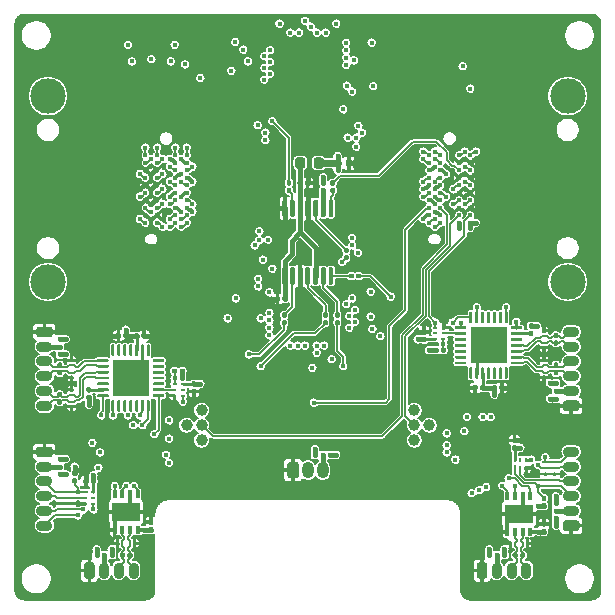
<source format=gtl>
%TF.GenerationSoftware,KiCad,Pcbnew,(5.1.6)-1*%
%TF.CreationDate,2021-04-12T15:21:15+02:00*%
%TF.ProjectId,EcatExBrd,45636174-4578-4427-9264-2e6b69636164,1.0*%
%TF.SameCoordinates,Original*%
%TF.FileFunction,Copper,L1,Top*%
%TF.FilePolarity,Positive*%
%FSLAX46Y46*%
G04 Gerber Fmt 4.6, Leading zero omitted, Abs format (unit mm)*
G04 Created by KiCad (PCBNEW (5.1.6)-1) date 2021-04-12 15:21:15*
%MOMM*%
%LPD*%
G01*
G04 APERTURE LIST*
%TA.AperFunction,SMDPad,CuDef*%
%ADD10R,0.460000X0.400000*%
%TD*%
%TA.AperFunction,SMDPad,CuDef*%
%ADD11R,0.400000X0.460000*%
%TD*%
%TA.AperFunction,SMDPad,CuDef*%
%ADD12R,3.100000X3.100000*%
%TD*%
%TA.AperFunction,SMDPad,CuDef*%
%ADD13C,0.400000*%
%TD*%
%TA.AperFunction,ComponentPad*%
%ADD14C,3.000000*%
%TD*%
%TA.AperFunction,SMDPad,CuDef*%
%ADD15R,0.400000X0.250000*%
%TD*%
%TA.AperFunction,SMDPad,CuDef*%
%ADD16R,0.450000X0.250000*%
%TD*%
%TA.AperFunction,SMDPad,CuDef*%
%ADD17R,0.250000X0.400000*%
%TD*%
%TA.AperFunction,SMDPad,CuDef*%
%ADD18R,0.250000X0.450000*%
%TD*%
%TA.AperFunction,SMDPad,CuDef*%
%ADD19R,0.500000X0.200000*%
%TD*%
%TA.AperFunction,ComponentPad*%
%ADD20O,1.000000X1.400000*%
%TD*%
%TA.AperFunction,ComponentPad*%
%ADD21O,0.900000X1.400000*%
%TD*%
%TA.AperFunction,ComponentPad*%
%ADD22O,1.400000X0.900000*%
%TD*%
%TA.AperFunction,SMDPad,CuDef*%
%ADD23R,2.387600X1.600200*%
%TD*%
%TA.AperFunction,SMDPad,CuDef*%
%ADD24R,0.305600X0.706399*%
%TD*%
%TA.AperFunction,SMDPad,CuDef*%
%ADD25R,0.200000X0.280000*%
%TD*%
%TA.AperFunction,SMDPad,CuDef*%
%ADD26R,0.280000X0.200000*%
%TD*%
%TA.AperFunction,ComponentPad*%
%ADD27C,1.000000*%
%TD*%
%TA.AperFunction,ViaPad*%
%ADD28C,0.450000*%
%TD*%
%TA.AperFunction,ViaPad*%
%ADD29C,0.600000*%
%TD*%
%TA.AperFunction,Conductor*%
%ADD30C,0.300000*%
%TD*%
%TA.AperFunction,Conductor*%
%ADD31C,0.250000*%
%TD*%
%TA.AperFunction,Conductor*%
%ADD32C,0.200000*%
%TD*%
%TA.AperFunction,Conductor*%
%ADD33C,0.400000*%
%TD*%
%TA.AperFunction,Conductor*%
%ADD34C,0.127000*%
%TD*%
%TA.AperFunction,Conductor*%
%ADD35C,0.600000*%
%TD*%
%TA.AperFunction,Conductor*%
%ADD36C,0.152400*%
%TD*%
G04 APERTURE END LIST*
D10*
%TO.P,JP1,1*%
%TO.N,VDD_3V3*%
X126890000Y-87500000D03*
%TO.P,JP1,2*%
%TO.N,Net-(J1-Pad3)*%
X126250000Y-87500000D03*
%TO.P,JP1,3*%
%TO.N,5V0*%
X125610000Y-87500000D03*
%TD*%
%TO.P,JP2,1*%
%TO.N,VDD_3V3*%
X108390000Y-96000000D03*
%TO.P,JP2,2*%
%TO.N,Net-(J6-Pad2)*%
X107750000Y-96000000D03*
%TO.P,JP2,3*%
%TO.N,5V0*%
X107110000Y-96000000D03*
%TD*%
D11*
%TO.P,JP4,1*%
%TO.N,VDD_3V3*%
X104000000Y-89140000D03*
%TO.P,JP4,2*%
%TO.N,Net-(J7-Pad2)*%
X104000000Y-88500000D03*
%TO.P,JP4,3*%
%TO.N,5V0*%
X104000000Y-87860000D03*
%TD*%
%TO.P,JP5,1*%
%TO.N,VDD_3V3*%
X104000000Y-78990000D03*
%TO.P,JP5,2*%
%TO.N,Net-(J8-Pad2)*%
X104000000Y-78350000D03*
%TO.P,JP5,3*%
%TO.N,5V0*%
X104000000Y-77710000D03*
%TD*%
D10*
%TO.P,JP6,1*%
%TO.N,VDD_3V3*%
X141640000Y-96000000D03*
%TO.P,JP6,2*%
%TO.N,Net-(J9-Pad2)*%
X141000000Y-96000000D03*
%TO.P,JP6,3*%
%TO.N,5V0*%
X140360000Y-96000000D03*
%TD*%
D11*
%TO.P,JP8,1*%
%TO.N,VDD_3V3*%
X146000000Y-91610000D03*
%TO.P,JP8,2*%
%TO.N,Net-(J10-Pad2)*%
X146000000Y-92250000D03*
%TO.P,JP8,3*%
%TO.N,5V0*%
X146000000Y-92890000D03*
%TD*%
%TO.P,JP9,1*%
%TO.N,VDD_3V3*%
X146000000Y-81460000D03*
%TO.P,JP9,2*%
%TO.N,Net-(J11-Pad2)*%
X146000000Y-82100000D03*
%TO.P,JP9,3*%
%TO.N,5V0*%
X146000000Y-82740000D03*
%TD*%
%TO.P,C35,2*%
%TO.N,VDD_3V3*%
%TA.AperFunction,SMDPad,CuDef*%
G36*
G01*
X111620000Y-93616200D02*
X111820000Y-93616200D01*
G75*
G02*
X111920000Y-93716200I0J-100000D01*
G01*
X111920000Y-93976200D01*
G75*
G02*
X111820000Y-94076200I-100000J0D01*
G01*
X111620000Y-94076200D01*
G75*
G02*
X111520000Y-93976200I0J100000D01*
G01*
X111520000Y-93716200D01*
G75*
G02*
X111620000Y-93616200I100000J0D01*
G01*
G37*
%TD.AperFunction*%
%TO.P,C35,1*%
%TO.N,GND*%
%TA.AperFunction,SMDPad,CuDef*%
G36*
G01*
X111620000Y-92976200D02*
X111820000Y-92976200D01*
G75*
G02*
X111920000Y-93076200I0J-100000D01*
G01*
X111920000Y-93336200D01*
G75*
G02*
X111820000Y-93436200I-100000J0D01*
G01*
X111620000Y-93436200D01*
G75*
G02*
X111520000Y-93336200I0J100000D01*
G01*
X111520000Y-93076200D01*
G75*
G02*
X111620000Y-92976200I100000J0D01*
G01*
G37*
%TD.AperFunction*%
%TD*%
%TO.P,U3,14*%
%TO.N,/Sensor Channel #1/25MHz_OSC_in_2*%
%TA.AperFunction,SMDPad,CuDef*%
G36*
G01*
X126850000Y-71625000D02*
X127050000Y-71625000D01*
G75*
G02*
X127150000Y-71725000I0J-100000D01*
G01*
X127150000Y-73000000D01*
G75*
G02*
X127050000Y-73100000I-100000J0D01*
G01*
X126850000Y-73100000D01*
G75*
G02*
X126750000Y-73000000I0J100000D01*
G01*
X126750000Y-71725000D01*
G75*
G02*
X126850000Y-71625000I100000J0D01*
G01*
G37*
%TD.AperFunction*%
%TO.P,U3,13*%
%TO.N,/Sensor Channel #1/25MHz_OSC_in_1*%
%TA.AperFunction,SMDPad,CuDef*%
G36*
G01*
X126200000Y-71625000D02*
X126400000Y-71625000D01*
G75*
G02*
X126500000Y-71725000I0J-100000D01*
G01*
X126500000Y-73000000D01*
G75*
G02*
X126400000Y-73100000I-100000J0D01*
G01*
X126200000Y-73100000D01*
G75*
G02*
X126100000Y-73000000I0J100000D01*
G01*
X126100000Y-71725000D01*
G75*
G02*
X126200000Y-71625000I100000J0D01*
G01*
G37*
%TD.AperFunction*%
%TO.P,U3,12*%
%TO.N,Net-(C5-Pad1)*%
%TA.AperFunction,SMDPad,CuDef*%
G36*
G01*
X125550000Y-71625000D02*
X125750000Y-71625000D01*
G75*
G02*
X125850000Y-71725000I0J-100000D01*
G01*
X125850000Y-73000000D01*
G75*
G02*
X125750000Y-73100000I-100000J0D01*
G01*
X125550000Y-73100000D01*
G75*
G02*
X125450000Y-73000000I0J100000D01*
G01*
X125450000Y-71725000D01*
G75*
G02*
X125550000Y-71625000I100000J0D01*
G01*
G37*
%TD.AperFunction*%
%TO.P,U3,11*%
%TO.N,/Sensor Channel #2/25MHz_OSC_in_2*%
%TA.AperFunction,SMDPad,CuDef*%
G36*
G01*
X124900000Y-71625000D02*
X125100000Y-71625000D01*
G75*
G02*
X125200000Y-71725000I0J-100000D01*
G01*
X125200000Y-73000000D01*
G75*
G02*
X125100000Y-73100000I-100000J0D01*
G01*
X124900000Y-73100000D01*
G75*
G02*
X124800000Y-73000000I0J100000D01*
G01*
X124800000Y-71725000D01*
G75*
G02*
X124900000Y-71625000I100000J0D01*
G01*
G37*
%TD.AperFunction*%
%TO.P,U3,10*%
%TO.N,GND*%
%TA.AperFunction,SMDPad,CuDef*%
G36*
G01*
X124250000Y-71625000D02*
X124450000Y-71625000D01*
G75*
G02*
X124550000Y-71725000I0J-100000D01*
G01*
X124550000Y-73000000D01*
G75*
G02*
X124450000Y-73100000I-100000J0D01*
G01*
X124250000Y-73100000D01*
G75*
G02*
X124150000Y-73000000I0J100000D01*
G01*
X124150000Y-71725000D01*
G75*
G02*
X124250000Y-71625000I100000J0D01*
G01*
G37*
%TD.AperFunction*%
%TO.P,U3,9*%
%TO.N,/Sensor Channel #2/25MHz_OSC_in_1*%
%TA.AperFunction,SMDPad,CuDef*%
G36*
G01*
X123600000Y-71625000D02*
X123800000Y-71625000D01*
G75*
G02*
X123900000Y-71725000I0J-100000D01*
G01*
X123900000Y-73000000D01*
G75*
G02*
X123800000Y-73100000I-100000J0D01*
G01*
X123600000Y-73100000D01*
G75*
G02*
X123500000Y-73000000I0J100000D01*
G01*
X123500000Y-71725000D01*
G75*
G02*
X123600000Y-71625000I100000J0D01*
G01*
G37*
%TD.AperFunction*%
%TO.P,U3,8*%
%TO.N,Net-(C5-Pad1)*%
%TA.AperFunction,SMDPad,CuDef*%
G36*
G01*
X122950000Y-71625000D02*
X123150000Y-71625000D01*
G75*
G02*
X123250000Y-71725000I0J-100000D01*
G01*
X123250000Y-73000000D01*
G75*
G02*
X123150000Y-73100000I-100000J0D01*
G01*
X122950000Y-73100000D01*
G75*
G02*
X122850000Y-73000000I0J100000D01*
G01*
X122850000Y-71725000D01*
G75*
G02*
X122950000Y-71625000I100000J0D01*
G01*
G37*
%TD.AperFunction*%
%TO.P,U3,7*%
%TO.N,GND*%
%TA.AperFunction,SMDPad,CuDef*%
G36*
G01*
X122950000Y-65900000D02*
X123150000Y-65900000D01*
G75*
G02*
X123250000Y-66000000I0J-100000D01*
G01*
X123250000Y-67275000D01*
G75*
G02*
X123150000Y-67375000I-100000J0D01*
G01*
X122950000Y-67375000D01*
G75*
G02*
X122850000Y-67275000I0J100000D01*
G01*
X122850000Y-66000000D01*
G75*
G02*
X122950000Y-65900000I100000J0D01*
G01*
G37*
%TD.AperFunction*%
%TO.P,U3,6*%
%TO.N,/ECAT_0 - PHY/25MHz_OSC_in*%
%TA.AperFunction,SMDPad,CuDef*%
G36*
G01*
X123600000Y-65900000D02*
X123800000Y-65900000D01*
G75*
G02*
X123900000Y-66000000I0J-100000D01*
G01*
X123900000Y-67275000D01*
G75*
G02*
X123800000Y-67375000I-100000J0D01*
G01*
X123600000Y-67375000D01*
G75*
G02*
X123500000Y-67275000I0J100000D01*
G01*
X123500000Y-66000000D01*
G75*
G02*
X123600000Y-65900000I100000J0D01*
G01*
G37*
%TD.AperFunction*%
%TO.P,U3,5*%
%TO.N,Net-(C5-Pad1)*%
%TA.AperFunction,SMDPad,CuDef*%
G36*
G01*
X124250000Y-65900000D02*
X124450000Y-65900000D01*
G75*
G02*
X124550000Y-66000000I0J-100000D01*
G01*
X124550000Y-67275000D01*
G75*
G02*
X124450000Y-67375000I-100000J0D01*
G01*
X124250000Y-67375000D01*
G75*
G02*
X124150000Y-67275000I0J100000D01*
G01*
X124150000Y-66000000D01*
G75*
G02*
X124250000Y-65900000I100000J0D01*
G01*
G37*
%TD.AperFunction*%
%TO.P,U3,4*%
%TO.N,GND*%
%TA.AperFunction,SMDPad,CuDef*%
G36*
G01*
X124900000Y-65900000D02*
X125100000Y-65900000D01*
G75*
G02*
X125200000Y-66000000I0J-100000D01*
G01*
X125200000Y-67275000D01*
G75*
G02*
X125100000Y-67375000I-100000J0D01*
G01*
X124900000Y-67375000D01*
G75*
G02*
X124800000Y-67275000I0J100000D01*
G01*
X124800000Y-66000000D01*
G75*
G02*
X124900000Y-65900000I100000J0D01*
G01*
G37*
%TD.AperFunction*%
%TO.P,U3,3*%
%TO.N,/ECAT_1 - PHY/25MHz_OSC_in*%
%TA.AperFunction,SMDPad,CuDef*%
G36*
G01*
X125550000Y-65900000D02*
X125750000Y-65900000D01*
G75*
G02*
X125850000Y-66000000I0J-100000D01*
G01*
X125850000Y-67275000D01*
G75*
G02*
X125750000Y-67375000I-100000J0D01*
G01*
X125550000Y-67375000D01*
G75*
G02*
X125450000Y-67275000I0J100000D01*
G01*
X125450000Y-66000000D01*
G75*
G02*
X125550000Y-65900000I100000J0D01*
G01*
G37*
%TD.AperFunction*%
%TO.P,U3,2*%
%TO.N,/ECAT_Extension/OSC_en*%
%TA.AperFunction,SMDPad,CuDef*%
G36*
G01*
X126200000Y-65900000D02*
X126400000Y-65900000D01*
G75*
G02*
X126500000Y-66000000I0J-100000D01*
G01*
X126500000Y-67275000D01*
G75*
G02*
X126400000Y-67375000I-100000J0D01*
G01*
X126200000Y-67375000D01*
G75*
G02*
X126100000Y-67275000I0J100000D01*
G01*
X126100000Y-66000000D01*
G75*
G02*
X126200000Y-65900000I100000J0D01*
G01*
G37*
%TD.AperFunction*%
%TO.P,U3,1*%
%TO.N,/ECAT_Extension/OSC_in*%
%TA.AperFunction,SMDPad,CuDef*%
G36*
G01*
X126850000Y-65900000D02*
X127050000Y-65900000D01*
G75*
G02*
X127150000Y-66000000I0J-100000D01*
G01*
X127150000Y-67275000D01*
G75*
G02*
X127050000Y-67375000I-100000J0D01*
G01*
X126850000Y-67375000D01*
G75*
G02*
X126750000Y-67275000I0J100000D01*
G01*
X126750000Y-66000000D01*
G75*
G02*
X126850000Y-65900000I100000J0D01*
G01*
G37*
%TD.AperFunction*%
%TD*%
D12*
%TO.P,U16,29*%
%TO.N,GND*%
X140300000Y-78227500D03*
%TO.P,U16,28*%
%TO.N,/Sensor Channel #1/SCLK*%
%TA.AperFunction,SMDPad,CuDef*%
G36*
G01*
X138675000Y-76290000D02*
X138675000Y-75440000D01*
G75*
G02*
X138737500Y-75377500I62500J0D01*
G01*
X138862500Y-75377500D01*
G75*
G02*
X138925000Y-75440000I0J-62500D01*
G01*
X138925000Y-76290000D01*
G75*
G02*
X138862500Y-76352500I-62500J0D01*
G01*
X138737500Y-76352500D01*
G75*
G02*
X138675000Y-76290000I0J62500D01*
G01*
G37*
%TD.AperFunction*%
%TO.P,U16,27*%
%TO.N,/Sensor Channel #1/SSI_~CS_n~*%
%TA.AperFunction,SMDPad,CuDef*%
G36*
G01*
X139175000Y-76290000D02*
X139175000Y-75440000D01*
G75*
G02*
X139237500Y-75377500I62500J0D01*
G01*
X139362500Y-75377500D01*
G75*
G02*
X139425000Y-75440000I0J-62500D01*
G01*
X139425000Y-76290000D01*
G75*
G02*
X139362500Y-76352500I-62500J0D01*
G01*
X139237500Y-76352500D01*
G75*
G02*
X139175000Y-76290000I0J62500D01*
G01*
G37*
%TD.AperFunction*%
%TO.P,U16,26*%
%TO.N,Net-(U16-Pad26)*%
%TA.AperFunction,SMDPad,CuDef*%
G36*
G01*
X139675000Y-76290000D02*
X139675000Y-75440000D01*
G75*
G02*
X139737500Y-75377500I62500J0D01*
G01*
X139862500Y-75377500D01*
G75*
G02*
X139925000Y-75440000I0J-62500D01*
G01*
X139925000Y-76290000D01*
G75*
G02*
X139862500Y-76352500I-62500J0D01*
G01*
X139737500Y-76352500D01*
G75*
G02*
X139675000Y-76290000I0J62500D01*
G01*
G37*
%TD.AperFunction*%
%TO.P,U16,25*%
%TO.N,Net-(U16-Pad25)*%
%TA.AperFunction,SMDPad,CuDef*%
G36*
G01*
X140175000Y-76290000D02*
X140175000Y-75440000D01*
G75*
G02*
X140237500Y-75377500I62500J0D01*
G01*
X140362500Y-75377500D01*
G75*
G02*
X140425000Y-75440000I0J-62500D01*
G01*
X140425000Y-76290000D01*
G75*
G02*
X140362500Y-76352500I-62500J0D01*
G01*
X140237500Y-76352500D01*
G75*
G02*
X140175000Y-76290000I0J62500D01*
G01*
G37*
%TD.AperFunction*%
%TO.P,U16,24*%
%TO.N,Net-(U16-Pad24)*%
%TA.AperFunction,SMDPad,CuDef*%
G36*
G01*
X140675000Y-76290000D02*
X140675000Y-75440000D01*
G75*
G02*
X140737500Y-75377500I62500J0D01*
G01*
X140862500Y-75377500D01*
G75*
G02*
X140925000Y-75440000I0J-62500D01*
G01*
X140925000Y-76290000D01*
G75*
G02*
X140862500Y-76352500I-62500J0D01*
G01*
X140737500Y-76352500D01*
G75*
G02*
X140675000Y-76290000I0J62500D01*
G01*
G37*
%TD.AperFunction*%
%TO.P,U16,23*%
%TO.N,Net-(U16-Pad23)*%
%TA.AperFunction,SMDPad,CuDef*%
G36*
G01*
X141175000Y-76290000D02*
X141175000Y-75440000D01*
G75*
G02*
X141237500Y-75377500I62500J0D01*
G01*
X141362500Y-75377500D01*
G75*
G02*
X141425000Y-75440000I0J-62500D01*
G01*
X141425000Y-76290000D01*
G75*
G02*
X141362500Y-76352500I-62500J0D01*
G01*
X141237500Y-76352500D01*
G75*
G02*
X141175000Y-76290000I0J62500D01*
G01*
G37*
%TD.AperFunction*%
%TO.P,U16,22*%
%TO.N,/Sensor Channel #1/SSI_OSC_in*%
%TA.AperFunction,SMDPad,CuDef*%
G36*
G01*
X141675000Y-76290000D02*
X141675000Y-75440000D01*
G75*
G02*
X141737500Y-75377500I62500J0D01*
G01*
X141862500Y-75377500D01*
G75*
G02*
X141925000Y-75440000I0J-62500D01*
G01*
X141925000Y-76290000D01*
G75*
G02*
X141862500Y-76352500I-62500J0D01*
G01*
X141737500Y-76352500D01*
G75*
G02*
X141675000Y-76290000I0J62500D01*
G01*
G37*
%TD.AperFunction*%
%TO.P,U16,21*%
%TO.N,/Sensor Channel #1/~RST_n~*%
%TA.AperFunction,SMDPad,CuDef*%
G36*
G01*
X142175000Y-76790000D02*
X142175000Y-76665000D01*
G75*
G02*
X142237500Y-76602500I62500J0D01*
G01*
X143087500Y-76602500D01*
G75*
G02*
X143150000Y-76665000I0J-62500D01*
G01*
X143150000Y-76790000D01*
G75*
G02*
X143087500Y-76852500I-62500J0D01*
G01*
X142237500Y-76852500D01*
G75*
G02*
X142175000Y-76790000I0J62500D01*
G01*
G37*
%TD.AperFunction*%
%TO.P,U16,20*%
%TO.N,Net-(R52-Pad1)*%
%TA.AperFunction,SMDPad,CuDef*%
G36*
G01*
X142175000Y-77290000D02*
X142175000Y-77165000D01*
G75*
G02*
X142237500Y-77102500I62500J0D01*
G01*
X143087500Y-77102500D01*
G75*
G02*
X143150000Y-77165000I0J-62500D01*
G01*
X143150000Y-77290000D01*
G75*
G02*
X143087500Y-77352500I-62500J0D01*
G01*
X142237500Y-77352500D01*
G75*
G02*
X142175000Y-77290000I0J62500D01*
G01*
G37*
%TD.AperFunction*%
%TO.P,U16,19*%
%TO.N,Net-(U16-Pad19)*%
%TA.AperFunction,SMDPad,CuDef*%
G36*
G01*
X142175000Y-77790000D02*
X142175000Y-77665000D01*
G75*
G02*
X142237500Y-77602500I62500J0D01*
G01*
X143087500Y-77602500D01*
G75*
G02*
X143150000Y-77665000I0J-62500D01*
G01*
X143150000Y-77790000D01*
G75*
G02*
X143087500Y-77852500I-62500J0D01*
G01*
X142237500Y-77852500D01*
G75*
G02*
X142175000Y-77790000I0J62500D01*
G01*
G37*
%TD.AperFunction*%
%TO.P,U16,18*%
%TO.N,/Sensor Channel #1/SL_N*%
%TA.AperFunction,SMDPad,CuDef*%
G36*
G01*
X142175000Y-78290000D02*
X142175000Y-78165000D01*
G75*
G02*
X142237500Y-78102500I62500J0D01*
G01*
X143087500Y-78102500D01*
G75*
G02*
X143150000Y-78165000I0J-62500D01*
G01*
X143150000Y-78290000D01*
G75*
G02*
X143087500Y-78352500I-62500J0D01*
G01*
X142237500Y-78352500D01*
G75*
G02*
X142175000Y-78290000I0J62500D01*
G01*
G37*
%TD.AperFunction*%
%TO.P,U16,17*%
%TO.N,/Sensor Channel #1/SL_P*%
%TA.AperFunction,SMDPad,CuDef*%
G36*
G01*
X142175000Y-78790000D02*
X142175000Y-78665000D01*
G75*
G02*
X142237500Y-78602500I62500J0D01*
G01*
X143087500Y-78602500D01*
G75*
G02*
X143150000Y-78665000I0J-62500D01*
G01*
X143150000Y-78790000D01*
G75*
G02*
X143087500Y-78852500I-62500J0D01*
G01*
X142237500Y-78852500D01*
G75*
G02*
X142175000Y-78790000I0J62500D01*
G01*
G37*
%TD.AperFunction*%
%TO.P,U16,16*%
%TO.N,/Sensor Channel #1/MA_N*%
%TA.AperFunction,SMDPad,CuDef*%
G36*
G01*
X142175000Y-79290000D02*
X142175000Y-79165000D01*
G75*
G02*
X142237500Y-79102500I62500J0D01*
G01*
X143087500Y-79102500D01*
G75*
G02*
X143150000Y-79165000I0J-62500D01*
G01*
X143150000Y-79290000D01*
G75*
G02*
X143087500Y-79352500I-62500J0D01*
G01*
X142237500Y-79352500D01*
G75*
G02*
X142175000Y-79290000I0J62500D01*
G01*
G37*
%TD.AperFunction*%
%TO.P,U16,15*%
%TO.N,/Sensor Channel #1/MA_P*%
%TA.AperFunction,SMDPad,CuDef*%
G36*
G01*
X142175000Y-79790000D02*
X142175000Y-79665000D01*
G75*
G02*
X142237500Y-79602500I62500J0D01*
G01*
X143087500Y-79602500D01*
G75*
G02*
X143150000Y-79665000I0J-62500D01*
G01*
X143150000Y-79790000D01*
G75*
G02*
X143087500Y-79852500I-62500J0D01*
G01*
X142237500Y-79852500D01*
G75*
G02*
X142175000Y-79790000I0J62500D01*
G01*
G37*
%TD.AperFunction*%
%TO.P,U16,14*%
%TO.N,Net-(U16-Pad14)*%
%TA.AperFunction,SMDPad,CuDef*%
G36*
G01*
X141675000Y-81015000D02*
X141675000Y-80165000D01*
G75*
G02*
X141737500Y-80102500I62500J0D01*
G01*
X141862500Y-80102500D01*
G75*
G02*
X141925000Y-80165000I0J-62500D01*
G01*
X141925000Y-81015000D01*
G75*
G02*
X141862500Y-81077500I-62500J0D01*
G01*
X141737500Y-81077500D01*
G75*
G02*
X141675000Y-81015000I0J62500D01*
G01*
G37*
%TD.AperFunction*%
%TO.P,U16,13*%
%TO.N,Net-(U16-Pad13)*%
%TA.AperFunction,SMDPad,CuDef*%
G36*
G01*
X141175000Y-81015000D02*
X141175000Y-80165000D01*
G75*
G02*
X141237500Y-80102500I62500J0D01*
G01*
X141362500Y-80102500D01*
G75*
G02*
X141425000Y-80165000I0J-62500D01*
G01*
X141425000Y-81015000D01*
G75*
G02*
X141362500Y-81077500I-62500J0D01*
G01*
X141237500Y-81077500D01*
G75*
G02*
X141175000Y-81015000I0J62500D01*
G01*
G37*
%TD.AperFunction*%
%TO.P,U16,12*%
%TO.N,Net-(U16-Pad12)*%
%TA.AperFunction,SMDPad,CuDef*%
G36*
G01*
X140675000Y-81015000D02*
X140675000Y-80165000D01*
G75*
G02*
X140737500Y-80102500I62500J0D01*
G01*
X140862500Y-80102500D01*
G75*
G02*
X140925000Y-80165000I0J-62500D01*
G01*
X140925000Y-81015000D01*
G75*
G02*
X140862500Y-81077500I-62500J0D01*
G01*
X140737500Y-81077500D01*
G75*
G02*
X140675000Y-81015000I0J62500D01*
G01*
G37*
%TD.AperFunction*%
%TO.P,U16,11*%
%TO.N,Net-(U16-Pad11)*%
%TA.AperFunction,SMDPad,CuDef*%
G36*
G01*
X140175000Y-81015000D02*
X140175000Y-80165000D01*
G75*
G02*
X140237500Y-80102500I62500J0D01*
G01*
X140362500Y-80102500D01*
G75*
G02*
X140425000Y-80165000I0J-62500D01*
G01*
X140425000Y-81015000D01*
G75*
G02*
X140362500Y-81077500I-62500J0D01*
G01*
X140237500Y-81077500D01*
G75*
G02*
X140175000Y-81015000I0J62500D01*
G01*
G37*
%TD.AperFunction*%
%TO.P,U16,10*%
%TO.N,5V0*%
%TA.AperFunction,SMDPad,CuDef*%
G36*
G01*
X139675000Y-81015000D02*
X139675000Y-80165000D01*
G75*
G02*
X139737500Y-80102500I62500J0D01*
G01*
X139862500Y-80102500D01*
G75*
G02*
X139925000Y-80165000I0J-62500D01*
G01*
X139925000Y-81015000D01*
G75*
G02*
X139862500Y-81077500I-62500J0D01*
G01*
X139737500Y-81077500D01*
G75*
G02*
X139675000Y-81015000I0J62500D01*
G01*
G37*
%TD.AperFunction*%
%TO.P,U16,9*%
%TO.N,GND*%
%TA.AperFunction,SMDPad,CuDef*%
G36*
G01*
X139175000Y-81015000D02*
X139175000Y-80165000D01*
G75*
G02*
X139237500Y-80102500I62500J0D01*
G01*
X139362500Y-80102500D01*
G75*
G02*
X139425000Y-80165000I0J-62500D01*
G01*
X139425000Y-81015000D01*
G75*
G02*
X139362500Y-81077500I-62500J0D01*
G01*
X139237500Y-81077500D01*
G75*
G02*
X139175000Y-81015000I0J62500D01*
G01*
G37*
%TD.AperFunction*%
%TO.P,U16,8*%
%TO.N,Net-(U16-Pad8)*%
%TA.AperFunction,SMDPad,CuDef*%
G36*
G01*
X138675000Y-81015000D02*
X138675000Y-80165000D01*
G75*
G02*
X138737500Y-80102500I62500J0D01*
G01*
X138862500Y-80102500D01*
G75*
G02*
X138925000Y-80165000I0J-62500D01*
G01*
X138925000Y-81015000D01*
G75*
G02*
X138862500Y-81077500I-62500J0D01*
G01*
X138737500Y-81077500D01*
G75*
G02*
X138675000Y-81015000I0J62500D01*
G01*
G37*
%TD.AperFunction*%
%TO.P,U16,7*%
%TO.N,Net-(U16-Pad7)*%
%TA.AperFunction,SMDPad,CuDef*%
G36*
G01*
X137450000Y-79790000D02*
X137450000Y-79665000D01*
G75*
G02*
X137512500Y-79602500I62500J0D01*
G01*
X138362500Y-79602500D01*
G75*
G02*
X138425000Y-79665000I0J-62500D01*
G01*
X138425000Y-79790000D01*
G75*
G02*
X138362500Y-79852500I-62500J0D01*
G01*
X137512500Y-79852500D01*
G75*
G02*
X137450000Y-79790000I0J62500D01*
G01*
G37*
%TD.AperFunction*%
%TO.P,U16,6*%
%TO.N,Net-(U16-Pad6)*%
%TA.AperFunction,SMDPad,CuDef*%
G36*
G01*
X137450000Y-79290000D02*
X137450000Y-79165000D01*
G75*
G02*
X137512500Y-79102500I62500J0D01*
G01*
X138362500Y-79102500D01*
G75*
G02*
X138425000Y-79165000I0J-62500D01*
G01*
X138425000Y-79290000D01*
G75*
G02*
X138362500Y-79352500I-62500J0D01*
G01*
X137512500Y-79352500D01*
G75*
G02*
X137450000Y-79290000I0J62500D01*
G01*
G37*
%TD.AperFunction*%
%TO.P,U16,5*%
%TO.N,Net-(U16-Pad5)*%
%TA.AperFunction,SMDPad,CuDef*%
G36*
G01*
X137450000Y-78790000D02*
X137450000Y-78665000D01*
G75*
G02*
X137512500Y-78602500I62500J0D01*
G01*
X138362500Y-78602500D01*
G75*
G02*
X138425000Y-78665000I0J-62500D01*
G01*
X138425000Y-78790000D01*
G75*
G02*
X138362500Y-78852500I-62500J0D01*
G01*
X137512500Y-78852500D01*
G75*
G02*
X137450000Y-78790000I0J62500D01*
G01*
G37*
%TD.AperFunction*%
%TO.P,U16,4*%
%TO.N,Net-(U16-Pad4)*%
%TA.AperFunction,SMDPad,CuDef*%
G36*
G01*
X137450000Y-78290000D02*
X137450000Y-78165000D01*
G75*
G02*
X137512500Y-78102500I62500J0D01*
G01*
X138362500Y-78102500D01*
G75*
G02*
X138425000Y-78165000I0J-62500D01*
G01*
X138425000Y-78290000D01*
G75*
G02*
X138362500Y-78352500I-62500J0D01*
G01*
X137512500Y-78352500D01*
G75*
G02*
X137450000Y-78290000I0J62500D01*
G01*
G37*
%TD.AperFunction*%
%TO.P,U16,3*%
%TO.N,Net-(U16-Pad3)*%
%TA.AperFunction,SMDPad,CuDef*%
G36*
G01*
X137450000Y-77790000D02*
X137450000Y-77665000D01*
G75*
G02*
X137512500Y-77602500I62500J0D01*
G01*
X138362500Y-77602500D01*
G75*
G02*
X138425000Y-77665000I0J-62500D01*
G01*
X138425000Y-77790000D01*
G75*
G02*
X138362500Y-77852500I-62500J0D01*
G01*
X137512500Y-77852500D01*
G75*
G02*
X137450000Y-77790000I0J62500D01*
G01*
G37*
%TD.AperFunction*%
%TO.P,U16,2*%
%TO.N,/Sensor Channel #1/SSI_MISO*%
%TA.AperFunction,SMDPad,CuDef*%
G36*
G01*
X137450000Y-77290000D02*
X137450000Y-77165000D01*
G75*
G02*
X137512500Y-77102500I62500J0D01*
G01*
X138362500Y-77102500D01*
G75*
G02*
X138425000Y-77165000I0J-62500D01*
G01*
X138425000Y-77290000D01*
G75*
G02*
X138362500Y-77352500I-62500J0D01*
G01*
X137512500Y-77352500D01*
G75*
G02*
X137450000Y-77290000I0J62500D01*
G01*
G37*
%TD.AperFunction*%
%TO.P,U16,1*%
%TO.N,/Sensor Channel #1/MOSI*%
%TA.AperFunction,SMDPad,CuDef*%
G36*
G01*
X137450000Y-76790000D02*
X137450000Y-76665000D01*
G75*
G02*
X137512500Y-76602500I62500J0D01*
G01*
X138362500Y-76602500D01*
G75*
G02*
X138425000Y-76665000I0J-62500D01*
G01*
X138425000Y-76790000D01*
G75*
G02*
X138362500Y-76852500I-62500J0D01*
G01*
X137512500Y-76852500D01*
G75*
G02*
X137450000Y-76790000I0J62500D01*
G01*
G37*
%TD.AperFunction*%
%TD*%
D13*
%TO.P,J2,D10*%
%TO.N,5V0*%
X138750000Y-67857500D03*
%TO.P,J2,D09*%
%TO.N,/Sensor Channel #1/MISO*%
X138750000Y-67222500D03*
%TO.P,J2,D08*%
%TO.N,GND*%
X138750000Y-66587500D03*
%TO.P,J2,D07*%
%TO.N,/ECAT_1 - PHY/ECAT_RX_D2*%
X138750000Y-65952500D03*
%TO.P,J2,D06*%
%TO.N,GND*%
X138750000Y-65317500D03*
%TO.P,J2,D05*%
%TO.N,/ECAT_1 - PHY/ECAT_TX_EN*%
X138750000Y-64682500D03*
%TO.P,J2,D04*%
%TO.N,GND*%
X138750000Y-64047500D03*
%TO.P,J2,D03*%
%TO.N,/ECAT_1 - PHY/ECAT_RX_DV*%
X138750000Y-63412500D03*
%TO.P,J2,D02*%
%TO.N,GND*%
X138750000Y-62777500D03*
%TO.P,J2,D01*%
%TO.N,/ECAT_1 - PHY/ECAT_TX_D1*%
X138750000Y-62142500D03*
%TO.P,J2,C10*%
%TO.N,5V0*%
X137790000Y-67857500D03*
%TO.P,J2,C09*%
%TO.N,/ECAT_Extension/~SPI_CS1n~*%
X137790000Y-67222500D03*
%TO.P,J2,C08*%
%TO.N,GND*%
X137790000Y-66587500D03*
%TO.P,J2,C07*%
%TO.N,/ECAT_1 - PHY/ECAT_RX_D3*%
X137790000Y-65952500D03*
%TO.P,J2,C06*%
%TO.N,GND*%
X137790000Y-65317500D03*
%TO.P,J2,C05*%
%TO.N,/ECAT_1 - PHY/ECAT_RX_D0*%
X137790000Y-64682500D03*
%TO.P,J2,C04*%
%TO.N,GND*%
X137790000Y-64047500D03*
%TO.P,J2,C03*%
%TO.N,/ECAT_Extension/PHY_CLK*%
X137790000Y-63412500D03*
%TO.P,J2,C02*%
%TO.N,GND*%
X137790000Y-62777500D03*
%TO.P,J2,C01*%
%TO.N,/ECAT_1 - PHY/ECAT_TX_D2*%
X137790000Y-62142500D03*
%TO.P,J2,B10*%
%TO.N,/Sensor Channel #1/SCLK*%
X136210000Y-67857500D03*
%TO.P,J2,B09*%
%TO.N,VDD_3V3*%
X136210000Y-67222500D03*
%TO.P,J2,B08*%
%TO.N,/ECAT_Extension/~SPI_CS2n~*%
X136210000Y-66587500D03*
%TO.P,J2,B07*%
%TO.N,VDD_3V3*%
X136210000Y-65952500D03*
%TO.P,J2,B06*%
%TO.N,/ECAT_1 - PHY/ECAT_RX_D1*%
X136210000Y-65317500D03*
%TO.P,J2,B05*%
%TO.N,VDD_3V3*%
X136210000Y-64682500D03*
%TO.P,J2,B04*%
%TO.N,/ECAT_1 - PHY/ECAT_TX_D0*%
X136210000Y-64047500D03*
%TO.P,J2,B03*%
%TO.N,VDD_3V3*%
X136210000Y-63412500D03*
%TO.P,J2,B02*%
%TO.N,/ECAT_1 - PHY/ECAT_RX_CLK*%
X136210000Y-62777500D03*
%TO.P,J2,B01*%
%TO.N,/ECAT_1 - PHY/ECAT_TX_D3*%
X136210000Y-62142500D03*
%TO.P,J2,A10*%
%TO.N,/Sensor Channel #1/MOSI*%
X135250000Y-67857500D03*
%TO.P,J2,A09*%
%TO.N,VDD_3V3*%
X135250000Y-67222500D03*
%TO.P,J2,A08*%
%TO.N,/ECAT_Extension/ANALOG_IN*%
X135250000Y-66587500D03*
%TO.P,J2,A07*%
%TO.N,VDD_3V3*%
X135250000Y-65952500D03*
%TO.P,J2,A06*%
%TO.N,/ECAT_Extension/ECAT1_INT*%
X135250000Y-65317500D03*
%TO.P,J2,A05*%
%TO.N,VDD_3V3*%
X135250000Y-64682500D03*
%TO.P,J2,A04*%
%TO.N,/ECAT_1 - PHY/ECAT_TX_CLK*%
X135250000Y-64047500D03*
%TO.P,J2,A03*%
%TO.N,VDD_3V3*%
X135250000Y-63412500D03*
%TO.P,J2,A01*%
%TO.N,/ECAT_1 - PHY/ECAT_RX_ER*%
X135250000Y-62142500D03*
%TO.P,J2,A02*%
%TO.N,/ECAT_Extension/ESC_PHY1_LINKSTATUS*%
X135250000Y-62777500D03*
%TD*%
%TO.P,R27,2*%
%TO.N,/ECAT_0 - PHY/ESC_OSC_in*%
%TA.AperFunction,SMDPad,CuDef*%
G36*
G01*
X123500000Y-64710000D02*
X123300000Y-64710000D01*
G75*
G02*
X123200000Y-64610000I0J100000D01*
G01*
X123200000Y-64350000D01*
G75*
G02*
X123300000Y-64250000I100000J0D01*
G01*
X123500000Y-64250000D01*
G75*
G02*
X123600000Y-64350000I0J-100000D01*
G01*
X123600000Y-64610000D01*
G75*
G02*
X123500000Y-64710000I-100000J0D01*
G01*
G37*
%TD.AperFunction*%
%TO.P,R27,1*%
%TO.N,/ECAT_0 - PHY/25MHz_OSC_in*%
%TA.AperFunction,SMDPad,CuDef*%
G36*
G01*
X123500000Y-65350000D02*
X123300000Y-65350000D01*
G75*
G02*
X123200000Y-65250000I0J100000D01*
G01*
X123200000Y-64990000D01*
G75*
G02*
X123300000Y-64890000I100000J0D01*
G01*
X123500000Y-64890000D01*
G75*
G02*
X123600000Y-64990000I0J-100000D01*
G01*
X123600000Y-65250000D01*
G75*
G02*
X123500000Y-65350000I-100000J0D01*
G01*
G37*
%TD.AperFunction*%
%TD*%
D14*
%TO.P,J5,13*%
%TO.N,/ECAT_1 - PHY/SHIELD*%
X147000000Y-72870000D03*
%TO.P,J5,14*%
X147000000Y-57130000D03*
%TD*%
%TO.P,J4,13*%
%TO.N,/ECAT_0 - PHY/SHIELD*%
X103000000Y-57130000D03*
%TO.P,J4,14*%
X103000000Y-72870000D03*
%TD*%
D15*
%TO.P,U17,6*%
%TO.N,VDD_3V3*%
X106850000Y-90625000D03*
%TO.P,U17,5*%
%TO.N,Net-(U17-Pad5)*%
X106850000Y-91125000D03*
%TO.P,U17,4*%
%TO.N,/Sensor Channel #1/MISO*%
X106850000Y-91625000D03*
%TO.P,U17,3*%
%TO.N,GND*%
X106150000Y-91625000D03*
%TO.P,U17,2*%
%TO.N,/Sensor Channel #2/SPI_MISO*%
X106150000Y-91125000D03*
D16*
%TO.P,U17,1*%
%TO.N,/Sensor Channel #2/SPI_~CS_n~*%
X106175000Y-90625000D03*
%TD*%
D15*
%TO.P,U18,6*%
%TO.N,VDD_3V3*%
X114400000Y-81500000D03*
%TO.P,U18,5*%
%TO.N,Net-(U18-Pad5)*%
X114400000Y-82000000D03*
%TO.P,U18,4*%
%TO.N,/Sensor Channel #1/MISO*%
X114400000Y-82500000D03*
%TO.P,U18,3*%
%TO.N,GND*%
X113700000Y-82500000D03*
%TO.P,U18,2*%
%TO.N,/Sensor Channel #2/SSI_MISO*%
X113700000Y-82000000D03*
D16*
%TO.P,U18,1*%
%TO.N,/Sensor Channel #2/SSI_~CS_n~*%
X113725000Y-81500000D03*
%TD*%
D17*
%TO.P,U19,6*%
%TO.N,VDD_3V3*%
X142500000Y-87900000D03*
%TO.P,U19,5*%
%TO.N,Net-(U19-Pad5)*%
X143000000Y-87900000D03*
%TO.P,U19,4*%
%TO.N,/Sensor Channel #1/MISO*%
X143500000Y-87900000D03*
%TO.P,U19,3*%
%TO.N,GND*%
X143500000Y-88600000D03*
%TO.P,U19,2*%
%TO.N,/Sensor Channel #1/SPI_MISO*%
X143000000Y-88600000D03*
D18*
%TO.P,U19,1*%
%TO.N,/Sensor Channel #1/SPI_~CS_n~*%
X142500000Y-88575000D03*
%TD*%
D15*
%TO.P,U20,6*%
%TO.N,VDD_3V3*%
X135800000Y-77727500D03*
%TO.P,U20,5*%
%TO.N,Net-(U20-Pad5)*%
X135800000Y-77227500D03*
%TO.P,U20,4*%
%TO.N,/Sensor Channel #1/MISO*%
X135800000Y-76727500D03*
%TO.P,U20,3*%
%TO.N,GND*%
X136500000Y-76727500D03*
%TO.P,U20,2*%
%TO.N,/Sensor Channel #1/SSI_MISO*%
X136500000Y-77227500D03*
D16*
%TO.P,U20,1*%
%TO.N,/Sensor Channel #1/SSI_~CS_n~*%
X136475000Y-77727500D03*
%TD*%
%TO.P,C5,2*%
%TO.N,GND*%
%TA.AperFunction,SMDPad,CuDef*%
G36*
G01*
X122640000Y-74200000D02*
X122640000Y-74400000D01*
G75*
G02*
X122540000Y-74500000I-100000J0D01*
G01*
X122280000Y-74500000D01*
G75*
G02*
X122180000Y-74400000I0J100000D01*
G01*
X122180000Y-74200000D01*
G75*
G02*
X122280000Y-74100000I100000J0D01*
G01*
X122540000Y-74100000D01*
G75*
G02*
X122640000Y-74200000I0J-100000D01*
G01*
G37*
%TD.AperFunction*%
%TO.P,C5,1*%
%TO.N,Net-(C5-Pad1)*%
%TA.AperFunction,SMDPad,CuDef*%
G36*
G01*
X123280000Y-74200000D02*
X123280000Y-74400000D01*
G75*
G02*
X123180000Y-74500000I-100000J0D01*
G01*
X122920000Y-74500000D01*
G75*
G02*
X122820000Y-74400000I0J100000D01*
G01*
X122820000Y-74200000D01*
G75*
G02*
X122920000Y-74100000I100000J0D01*
G01*
X123180000Y-74100000D01*
G75*
G02*
X123280000Y-74200000I0J-100000D01*
G01*
G37*
%TD.AperFunction*%
%TD*%
%TO.P,C6,2*%
%TO.N,GND*%
%TA.AperFunction,SMDPad,CuDef*%
G36*
G01*
X124760000Y-64600000D02*
X124760000Y-64400000D01*
G75*
G02*
X124860000Y-64300000I100000J0D01*
G01*
X125120000Y-64300000D01*
G75*
G02*
X125220000Y-64400000I0J-100000D01*
G01*
X125220000Y-64600000D01*
G75*
G02*
X125120000Y-64700000I-100000J0D01*
G01*
X124860000Y-64700000D01*
G75*
G02*
X124760000Y-64600000I0J100000D01*
G01*
G37*
%TD.AperFunction*%
%TO.P,C6,1*%
%TO.N,Net-(C5-Pad1)*%
%TA.AperFunction,SMDPad,CuDef*%
G36*
G01*
X124120000Y-64600000D02*
X124120000Y-64400000D01*
G75*
G02*
X124220000Y-64300000I100000J0D01*
G01*
X124480000Y-64300000D01*
G75*
G02*
X124580000Y-64400000I0J-100000D01*
G01*
X124580000Y-64600000D01*
G75*
G02*
X124480000Y-64700000I-100000J0D01*
G01*
X124220000Y-64700000D01*
G75*
G02*
X124120000Y-64600000I0J100000D01*
G01*
G37*
%TD.AperFunction*%
%TD*%
%TO.P,C40,2*%
%TO.N,VDD_3V3*%
%TA.AperFunction,SMDPad,CuDef*%
G36*
G01*
X106620000Y-89830000D02*
X106620000Y-89630000D01*
G75*
G02*
X106720000Y-89530000I100000J0D01*
G01*
X106980000Y-89530000D01*
G75*
G02*
X107080000Y-89630000I0J-100000D01*
G01*
X107080000Y-89830000D01*
G75*
G02*
X106980000Y-89930000I-100000J0D01*
G01*
X106720000Y-89930000D01*
G75*
G02*
X106620000Y-89830000I0J100000D01*
G01*
G37*
%TD.AperFunction*%
%TO.P,C40,1*%
%TO.N,GND*%
%TA.AperFunction,SMDPad,CuDef*%
G36*
G01*
X105980000Y-89830000D02*
X105980000Y-89630000D01*
G75*
G02*
X106080000Y-89530000I100000J0D01*
G01*
X106340000Y-89530000D01*
G75*
G02*
X106440000Y-89630000I0J-100000D01*
G01*
X106440000Y-89830000D01*
G75*
G02*
X106340000Y-89930000I-100000J0D01*
G01*
X106080000Y-89930000D01*
G75*
G02*
X105980000Y-89830000I0J100000D01*
G01*
G37*
%TD.AperFunction*%
%TD*%
%TO.P,C41,2*%
%TO.N,5V0*%
%TA.AperFunction,SMDPad,CuDef*%
G36*
G01*
X109360000Y-77505000D02*
X109360000Y-77305000D01*
G75*
G02*
X109460000Y-77205000I100000J0D01*
G01*
X109720000Y-77205000D01*
G75*
G02*
X109820000Y-77305000I0J-100000D01*
G01*
X109820000Y-77505000D01*
G75*
G02*
X109720000Y-77605000I-100000J0D01*
G01*
X109460000Y-77605000D01*
G75*
G02*
X109360000Y-77505000I0J100000D01*
G01*
G37*
%TD.AperFunction*%
%TO.P,C41,1*%
%TO.N,GND*%
%TA.AperFunction,SMDPad,CuDef*%
G36*
G01*
X108720000Y-77505000D02*
X108720000Y-77305000D01*
G75*
G02*
X108820000Y-77205000I100000J0D01*
G01*
X109080000Y-77205000D01*
G75*
G02*
X109180000Y-77305000I0J-100000D01*
G01*
X109180000Y-77505000D01*
G75*
G02*
X109080000Y-77605000I-100000J0D01*
G01*
X108820000Y-77605000D01*
G75*
G02*
X108720000Y-77505000I0J100000D01*
G01*
G37*
%TD.AperFunction*%
%TD*%
%TO.P,C42,2*%
%TO.N,GND*%
%TA.AperFunction,SMDPad,CuDef*%
G36*
G01*
X110910000Y-77505000D02*
X110910000Y-77305000D01*
G75*
G02*
X111010000Y-77205000I100000J0D01*
G01*
X111270000Y-77205000D01*
G75*
G02*
X111370000Y-77305000I0J-100000D01*
G01*
X111370000Y-77505000D01*
G75*
G02*
X111270000Y-77605000I-100000J0D01*
G01*
X111010000Y-77605000D01*
G75*
G02*
X110910000Y-77505000I0J100000D01*
G01*
G37*
%TD.AperFunction*%
%TO.P,C42,1*%
%TO.N,5V0*%
%TA.AperFunction,SMDPad,CuDef*%
G36*
G01*
X110270000Y-77505000D02*
X110270000Y-77305000D01*
G75*
G02*
X110370000Y-77205000I100000J0D01*
G01*
X110630000Y-77205000D01*
G75*
G02*
X110730000Y-77305000I0J-100000D01*
G01*
X110730000Y-77505000D01*
G75*
G02*
X110630000Y-77605000I-100000J0D01*
G01*
X110370000Y-77605000D01*
G75*
G02*
X110270000Y-77505000I0J100000D01*
G01*
G37*
%TD.AperFunction*%
%TD*%
%TO.P,C43,2*%
%TO.N,VDD_3V3*%
%TA.AperFunction,SMDPad,CuDef*%
G36*
G01*
X144900000Y-93766200D02*
X145100000Y-93766200D01*
G75*
G02*
X145200000Y-93866200I0J-100000D01*
G01*
X145200000Y-94126200D01*
G75*
G02*
X145100000Y-94226200I-100000J0D01*
G01*
X144900000Y-94226200D01*
G75*
G02*
X144800000Y-94126200I0J100000D01*
G01*
X144800000Y-93866200D01*
G75*
G02*
X144900000Y-93766200I100000J0D01*
G01*
G37*
%TD.AperFunction*%
%TO.P,C43,1*%
%TO.N,GND*%
%TA.AperFunction,SMDPad,CuDef*%
G36*
G01*
X144900000Y-93126200D02*
X145100000Y-93126200D01*
G75*
G02*
X145200000Y-93226200I0J-100000D01*
G01*
X145200000Y-93486200D01*
G75*
G02*
X145100000Y-93586200I-100000J0D01*
G01*
X144900000Y-93586200D01*
G75*
G02*
X144800000Y-93486200I0J100000D01*
G01*
X144800000Y-93226200D01*
G75*
G02*
X144900000Y-93126200I100000J0D01*
G01*
G37*
%TD.AperFunction*%
%TD*%
%TO.P,C48,2*%
%TO.N,VDD_3V3*%
%TA.AperFunction,SMDPad,CuDef*%
G36*
G01*
X142400000Y-86690000D02*
X142600000Y-86690000D01*
G75*
G02*
X142700000Y-86790000I0J-100000D01*
G01*
X142700000Y-87050000D01*
G75*
G02*
X142600000Y-87150000I-100000J0D01*
G01*
X142400000Y-87150000D01*
G75*
G02*
X142300000Y-87050000I0J100000D01*
G01*
X142300000Y-86790000D01*
G75*
G02*
X142400000Y-86690000I100000J0D01*
G01*
G37*
%TD.AperFunction*%
%TO.P,C48,1*%
%TO.N,GND*%
%TA.AperFunction,SMDPad,CuDef*%
G36*
G01*
X142400000Y-86050000D02*
X142600000Y-86050000D01*
G75*
G02*
X142700000Y-86150000I0J-100000D01*
G01*
X142700000Y-86410000D01*
G75*
G02*
X142600000Y-86510000I-100000J0D01*
G01*
X142400000Y-86510000D01*
G75*
G02*
X142300000Y-86410000I0J100000D01*
G01*
X142300000Y-86150000D01*
G75*
G02*
X142400000Y-86050000I100000J0D01*
G01*
G37*
%TD.AperFunction*%
%TD*%
%TO.P,C49,2*%
%TO.N,5V0*%
%TA.AperFunction,SMDPad,CuDef*%
G36*
G01*
X141010000Y-81727500D02*
X141010000Y-81927500D01*
G75*
G02*
X140910000Y-82027500I-100000J0D01*
G01*
X140650000Y-82027500D01*
G75*
G02*
X140550000Y-81927500I0J100000D01*
G01*
X140550000Y-81727500D01*
G75*
G02*
X140650000Y-81627500I100000J0D01*
G01*
X140910000Y-81627500D01*
G75*
G02*
X141010000Y-81727500I0J-100000D01*
G01*
G37*
%TD.AperFunction*%
%TO.P,C49,1*%
%TO.N,GND*%
%TA.AperFunction,SMDPad,CuDef*%
G36*
G01*
X141650000Y-81727500D02*
X141650000Y-81927500D01*
G75*
G02*
X141550000Y-82027500I-100000J0D01*
G01*
X141290000Y-82027500D01*
G75*
G02*
X141190000Y-81927500I0J100000D01*
G01*
X141190000Y-81727500D01*
G75*
G02*
X141290000Y-81627500I100000J0D01*
G01*
X141550000Y-81627500D01*
G75*
G02*
X141650000Y-81727500I0J-100000D01*
G01*
G37*
%TD.AperFunction*%
%TD*%
%TO.P,C50,2*%
%TO.N,GND*%
%TA.AperFunction,SMDPad,CuDef*%
G36*
G01*
X139390000Y-81727500D02*
X139390000Y-81927500D01*
G75*
G02*
X139290000Y-82027500I-100000J0D01*
G01*
X139030000Y-82027500D01*
G75*
G02*
X138930000Y-81927500I0J100000D01*
G01*
X138930000Y-81727500D01*
G75*
G02*
X139030000Y-81627500I100000J0D01*
G01*
X139290000Y-81627500D01*
G75*
G02*
X139390000Y-81727500I0J-100000D01*
G01*
G37*
%TD.AperFunction*%
%TO.P,C50,1*%
%TO.N,5V0*%
%TA.AperFunction,SMDPad,CuDef*%
G36*
G01*
X140030000Y-81727500D02*
X140030000Y-81927500D01*
G75*
G02*
X139930000Y-82027500I-100000J0D01*
G01*
X139670000Y-82027500D01*
G75*
G02*
X139570000Y-81927500I0J100000D01*
G01*
X139570000Y-81727500D01*
G75*
G02*
X139670000Y-81627500I100000J0D01*
G01*
X139930000Y-81627500D01*
G75*
G02*
X140030000Y-81727500I0J-100000D01*
G01*
G37*
%TD.AperFunction*%
%TD*%
D19*
%TO.P,D6,2*%
%TO.N,/Sensor Channel #2/SPI_MISO*%
X104112500Y-91125000D03*
%TO.P,D6,3*%
%TO.N,GND*%
X104112500Y-91625000D03*
%TO.P,D6,1*%
%TO.N,/Sensor Channel #2/SPI_~CS_n~*%
X104112500Y-90625000D03*
%TO.P,D6,4*%
%TO.N,/Sensor Channel #1/SCLK*%
X104112500Y-92125000D03*
%TO.P,D6,10*%
%TO.N,/Sensor Channel #2/SPI_~CS_n~*%
X104887500Y-90625000D03*
%TO.P,D6,9*%
%TO.N,/Sensor Channel #2/SPI_MISO*%
X104887500Y-91125000D03*
%TO.P,D6,5*%
%TO.N,/Sensor Channel #1/MOSI*%
X104112500Y-92625000D03*
%TO.P,D6,8*%
%TO.N,GND*%
X104887500Y-91625000D03*
%TO.P,D6,6*%
%TO.N,/Sensor Channel #1/MOSI*%
X104887500Y-92625000D03*
%TO.P,D6,7*%
%TO.N,/Sensor Channel #1/SCLK*%
X104887500Y-92125000D03*
%TD*%
%TO.P,D11,2*%
%TO.N,/Sensor Channel #1/SPI_MISO*%
X145887500Y-89625000D03*
%TO.P,D11,3*%
%TO.N,GND*%
X145887500Y-89125000D03*
%TO.P,D11,1*%
%TO.N,/Sensor Channel #1/SPI_~CS_n~*%
X145887500Y-90125000D03*
%TO.P,D11,4*%
%TO.N,/Sensor Channel #1/SCLK*%
X145887500Y-88625000D03*
%TO.P,D11,10*%
%TO.N,/Sensor Channel #1/SPI_~CS_n~*%
X145112500Y-90125000D03*
%TO.P,D11,9*%
%TO.N,/Sensor Channel #1/SPI_MISO*%
X145112500Y-89625000D03*
%TO.P,D11,5*%
%TO.N,/Sensor Channel #1/MOSI*%
X145887500Y-88125000D03*
%TO.P,D11,8*%
%TO.N,GND*%
X145112500Y-89125000D03*
%TO.P,D11,6*%
%TO.N,/Sensor Channel #1/MOSI*%
X145112500Y-88125000D03*
%TO.P,D11,7*%
%TO.N,/Sensor Channel #1/SCLK*%
X145112500Y-88625000D03*
%TD*%
%TO.P,FB1,2*%
%TO.N,Net-(C5-Pad1)*%
%TA.AperFunction,SMDPad,CuDef*%
G36*
G01*
X124787500Y-62543750D02*
X124787500Y-63056250D01*
G75*
G02*
X124568750Y-63275000I-218750J0D01*
G01*
X124131250Y-63275000D01*
G75*
G02*
X123912500Y-63056250I0J218750D01*
G01*
X123912500Y-62543750D01*
G75*
G02*
X124131250Y-62325000I218750J0D01*
G01*
X124568750Y-62325000D01*
G75*
G02*
X124787500Y-62543750I0J-218750D01*
G01*
G37*
%TD.AperFunction*%
%TO.P,FB1,1*%
%TO.N,VDD_3V3*%
%TA.AperFunction,SMDPad,CuDef*%
G36*
G01*
X126362500Y-62543750D02*
X126362500Y-63056250D01*
G75*
G02*
X126143750Y-63275000I-218750J0D01*
G01*
X125706250Y-63275000D01*
G75*
G02*
X125487500Y-63056250I0J218750D01*
G01*
X125487500Y-62543750D01*
G75*
G02*
X125706250Y-62325000I218750J0D01*
G01*
X126143750Y-62325000D01*
G75*
G02*
X126362500Y-62543750I0J-218750D01*
G01*
G37*
%TD.AperFunction*%
%TD*%
D20*
%TO.P,J1,3*%
%TO.N,Net-(J1-Pad3)*%
X126250000Y-88800000D03*
%TO.P,J1,2*%
%TO.N,/Analog_in*%
X125000000Y-88800000D03*
%TO.P,J1,1*%
%TO.N,GND*%
%TA.AperFunction,ComponentPad*%
G36*
G01*
X123250000Y-89250000D02*
X123250000Y-88350000D01*
G75*
G02*
X123500000Y-88100000I250000J0D01*
G01*
X124000000Y-88100000D01*
G75*
G02*
X124250000Y-88350000I0J-250000D01*
G01*
X124250000Y-89250000D01*
G75*
G02*
X124000000Y-89500000I-250000J0D01*
G01*
X123500000Y-89500000D01*
G75*
G02*
X123250000Y-89250000I0J250000D01*
G01*
G37*
%TD.AperFunction*%
%TD*%
D13*
%TO.P,J3,D10*%
%TO.N,/ECAT_0 - PHY/ECAT_RX_D0*%
X114750000Y-67857500D03*
%TO.P,J3,D09*%
%TO.N,/ECAT_0 - PHY/ECAT_RX_ER*%
X114750000Y-67222500D03*
%TO.P,J3,D08*%
%TO.N,VDD_3V3*%
X114750000Y-66587500D03*
%TO.P,J3,D07*%
%TO.N,/ECAT_0 - PHY/ECAT_RX_DV*%
X114750000Y-65952500D03*
%TO.P,J3,D06*%
%TO.N,VDD_3V3*%
X114750000Y-65317500D03*
%TO.P,J3,D05*%
%TO.N,/ECAT_0 - PHY/ECAT_TX_CLK*%
X114750000Y-64682500D03*
%TO.P,J3,D04*%
%TO.N,VDD_3V3*%
X114750000Y-64047500D03*
%TO.P,J3,D03*%
%TO.N,/ECAT_Extension/ESC_PHY_MDIO_CLK*%
X114750000Y-63412500D03*
%TO.P,J3,D02*%
%TO.N,VDD_3V3*%
X114750000Y-62777500D03*
%TO.P,J3,D01*%
%TO.N,/ECAT_Extension/I2C_SDA*%
X114750000Y-62142500D03*
%TO.P,J3,C10*%
%TO.N,/ECAT_0 - PHY/ECAT_RX_D2*%
X113790000Y-67857500D03*
%TO.P,J3,C09*%
%TO.N,/ECAT_0 - PHY/ECAT_RX_CLK*%
X113790000Y-67222500D03*
%TO.P,J3,C08*%
%TO.N,VDD_3V3*%
X113790000Y-66587500D03*
%TO.P,J3,C07*%
%TO.N,/ECAT_0 - PHY/ECAT_TX_D2*%
X113790000Y-65952500D03*
%TO.P,J3,C06*%
%TO.N,VDD_3V3*%
X113790000Y-65317500D03*
%TO.P,J3,C05*%
%TO.N,/ECAT_0 - PHY/ECAT_TX_EN*%
X113790000Y-64682500D03*
%TO.P,J3,C04*%
%TO.N,VDD_3V3*%
X113790000Y-64047500D03*
%TO.P,J3,C03*%
%TO.N,/ECAT_Extension/ESC_PHY0_LINKSTATUS*%
X113790000Y-63412500D03*
%TO.P,J3,C02*%
%TO.N,VDD_3V3*%
X113790000Y-62777500D03*
%TO.P,J3,C01*%
%TO.N,/ECAT_Extension/I2C_SCL*%
X113790000Y-62142500D03*
%TO.P,J3,B10*%
%TO.N,/ECAT_0 - PHY/ECAT_RX_D1*%
X112210000Y-67857500D03*
%TO.P,J3,B09*%
%TO.N,GND*%
X112210000Y-67222500D03*
%TO.P,J3,B08*%
%TO.N,/ECAT_0 - PHY/ECAT_TX_D3*%
X112210000Y-66587500D03*
%TO.P,J3,B07*%
%TO.N,GND*%
X112210000Y-65952500D03*
%TO.P,J3,B06*%
%TO.N,/ECAT_0 - PHY/ECAT_TX_D0*%
X112210000Y-65317500D03*
%TO.P,J3,B05*%
%TO.N,GND*%
X112210000Y-64682500D03*
%TO.P,J3,B04*%
%TO.N,/ECAT_Extension/ESC_PHY_MDIO_DATA*%
X112210000Y-64047500D03*
%TO.P,J3,B03*%
%TO.N,GND*%
X112210000Y-63412500D03*
%TO.P,J3,B02*%
%TO.N,/ECAT_Extension/ESC_LED_LINK0_ACT*%
X112210000Y-62777500D03*
%TO.P,J3,B01*%
%TO.N,/ECAT_Extension/ESC_LED_ERR*%
X112210000Y-62142500D03*
%TO.P,J3,A10*%
%TO.N,/ECAT_0 - PHY/ECAT_RX_D3*%
X111250000Y-67857500D03*
%TO.P,J3,A09*%
%TO.N,GND*%
X111250000Y-67222500D03*
%TO.P,J3,A08*%
%TO.N,/ECAT_0 - PHY/ECAT_TX_D1*%
X111250000Y-66587500D03*
%TO.P,J3,A07*%
%TO.N,GND*%
X111250000Y-65952500D03*
%TO.P,J3,A06*%
%TO.N,/ECAT_Extension/ECAT0_INT*%
X111250000Y-65317500D03*
%TO.P,J3,A05*%
%TO.N,GND*%
X111250000Y-64682500D03*
%TO.P,J3,A04*%
%TO.N,/ECAT_Extension/~ESC_PHY_RESETn~*%
X111250000Y-64047500D03*
%TO.P,J3,A03*%
%TO.N,GND*%
X111250000Y-63412500D03*
%TO.P,J3,A01*%
%TO.N,/ECAT_Extension/ESC_LED_RUN*%
X111250000Y-62142500D03*
%TO.P,J3,A02*%
%TO.N,/ECAT_Extension/ESC_LED_LINK1_ACT*%
X111250000Y-62777500D03*
%TD*%
D21*
%TO.P,J6,4*%
%TO.N,/Sensor Channel #2/RS485_N*%
X110250000Y-97300000D03*
%TO.P,J6,3*%
%TO.N,/Sensor Channel #2/RS485_P*%
X109000000Y-97300000D03*
%TO.P,J6,2*%
%TO.N,Net-(J6-Pad2)*%
X107750000Y-97300000D03*
%TO.P,J6,1*%
%TO.N,GND*%
%TA.AperFunction,ComponentPad*%
G36*
G01*
X106050000Y-97775000D02*
X106050000Y-96825000D01*
G75*
G02*
X106275000Y-96600000I225000J0D01*
G01*
X106725000Y-96600000D01*
G75*
G02*
X106950000Y-96825000I0J-225000D01*
G01*
X106950000Y-97775000D01*
G75*
G02*
X106725000Y-98000000I-225000J0D01*
G01*
X106275000Y-98000000D01*
G75*
G02*
X106050000Y-97775000I0J225000D01*
G01*
G37*
%TD.AperFunction*%
%TD*%
D22*
%TO.P,J7,6*%
%TO.N,/Sensor Channel #1/MOSI*%
X102700000Y-93500000D03*
%TO.P,J7,5*%
%TO.N,/Sensor Channel #1/SCLK*%
X102700000Y-92250000D03*
%TO.P,J7,4*%
%TO.N,/Sensor Channel #2/SPI_MISO*%
X102700000Y-91000000D03*
%TO.P,J7,3*%
%TO.N,/Sensor Channel #2/SPI_~CS_n~*%
X102700000Y-89750000D03*
%TO.P,J7,2*%
%TO.N,Net-(J7-Pad2)*%
X102700000Y-88500000D03*
%TO.P,J7,1*%
%TO.N,GND*%
%TA.AperFunction,ComponentPad*%
G36*
G01*
X102225000Y-86800000D02*
X103175000Y-86800000D01*
G75*
G02*
X103400000Y-87025000I0J-225000D01*
G01*
X103400000Y-87475000D01*
G75*
G02*
X103175000Y-87700000I-225000J0D01*
G01*
X102225000Y-87700000D01*
G75*
G02*
X102000000Y-87475000I0J225000D01*
G01*
X102000000Y-87025000D01*
G75*
G02*
X102225000Y-86800000I225000J0D01*
G01*
G37*
%TD.AperFunction*%
%TD*%
D21*
%TO.P,J9,4*%
%TO.N,/Sensor Channel #1/RS485_N*%
X143500000Y-97300000D03*
%TO.P,J9,3*%
%TO.N,/Sensor Channel #1/RS485_P*%
X142250000Y-97300000D03*
%TO.P,J9,2*%
%TO.N,Net-(J9-Pad2)*%
X141000000Y-97300000D03*
%TO.P,J9,1*%
%TO.N,GND*%
%TA.AperFunction,ComponentPad*%
G36*
G01*
X139300000Y-97775000D02*
X139300000Y-96825000D01*
G75*
G02*
X139525000Y-96600000I225000J0D01*
G01*
X139975000Y-96600000D01*
G75*
G02*
X140200000Y-96825000I0J-225000D01*
G01*
X140200000Y-97775000D01*
G75*
G02*
X139975000Y-98000000I-225000J0D01*
G01*
X139525000Y-98000000D01*
G75*
G02*
X139300000Y-97775000I0J225000D01*
G01*
G37*
%TD.AperFunction*%
%TD*%
D22*
%TO.P,J10,6*%
%TO.N,/Sensor Channel #1/MOSI*%
X147300000Y-87250000D03*
%TO.P,J10,5*%
%TO.N,/Sensor Channel #1/SCLK*%
X147300000Y-88500000D03*
%TO.P,J10,4*%
%TO.N,/Sensor Channel #1/SPI_MISO*%
X147300000Y-89750000D03*
%TO.P,J10,3*%
%TO.N,/Sensor Channel #1/SPI_~CS_n~*%
X147300000Y-91000000D03*
%TO.P,J10,2*%
%TO.N,Net-(J10-Pad2)*%
X147300000Y-92250000D03*
%TO.P,J10,1*%
%TO.N,GND*%
%TA.AperFunction,ComponentPad*%
G36*
G01*
X147775000Y-93950000D02*
X146825000Y-93950000D01*
G75*
G02*
X146600000Y-93725000I0J225000D01*
G01*
X146600000Y-93275000D01*
G75*
G02*
X146825000Y-93050000I225000J0D01*
G01*
X147775000Y-93050000D01*
G75*
G02*
X148000000Y-93275000I0J-225000D01*
G01*
X148000000Y-93725000D01*
G75*
G02*
X147775000Y-93950000I-225000J0D01*
G01*
G37*
%TD.AperFunction*%
%TD*%
%TO.P,R14,2*%
%TO.N,/ECAT_Extension/OSC_in*%
%TA.AperFunction,SMDPad,CuDef*%
G36*
G01*
X127000000Y-64890000D02*
X127200000Y-64890000D01*
G75*
G02*
X127300000Y-64990000I0J-100000D01*
G01*
X127300000Y-65250000D01*
G75*
G02*
X127200000Y-65350000I-100000J0D01*
G01*
X127000000Y-65350000D01*
G75*
G02*
X126900000Y-65250000I0J100000D01*
G01*
X126900000Y-64990000D01*
G75*
G02*
X127000000Y-64890000I100000J0D01*
G01*
G37*
%TD.AperFunction*%
%TO.P,R14,1*%
%TO.N,/ECAT_Extension/PHY_CLK*%
%TA.AperFunction,SMDPad,CuDef*%
G36*
G01*
X127000000Y-64250000D02*
X127200000Y-64250000D01*
G75*
G02*
X127300000Y-64350000I0J-100000D01*
G01*
X127300000Y-64610000D01*
G75*
G02*
X127200000Y-64710000I-100000J0D01*
G01*
X127000000Y-64710000D01*
G75*
G02*
X126900000Y-64610000I0J100000D01*
G01*
X126900000Y-64350000D01*
G75*
G02*
X127000000Y-64250000I100000J0D01*
G01*
G37*
%TD.AperFunction*%
%TD*%
%TO.P,R15,2*%
%TO.N,/ECAT_Extension/OSC_en*%
%TA.AperFunction,SMDPad,CuDef*%
G36*
G01*
X126200000Y-64890000D02*
X126400000Y-64890000D01*
G75*
G02*
X126500000Y-64990000I0J-100000D01*
G01*
X126500000Y-65250000D01*
G75*
G02*
X126400000Y-65350000I-100000J0D01*
G01*
X126200000Y-65350000D01*
G75*
G02*
X126100000Y-65250000I0J100000D01*
G01*
X126100000Y-64990000D01*
G75*
G02*
X126200000Y-64890000I100000J0D01*
G01*
G37*
%TD.AperFunction*%
%TO.P,R15,1*%
%TO.N,VDD_3V3*%
%TA.AperFunction,SMDPad,CuDef*%
G36*
G01*
X126200000Y-64250000D02*
X126400000Y-64250000D01*
G75*
G02*
X126500000Y-64350000I0J-100000D01*
G01*
X126500000Y-64610000D01*
G75*
G02*
X126400000Y-64710000I-100000J0D01*
G01*
X126200000Y-64710000D01*
G75*
G02*
X126100000Y-64610000I0J100000D01*
G01*
X126100000Y-64350000D01*
G75*
G02*
X126200000Y-64250000I100000J0D01*
G01*
G37*
%TD.AperFunction*%
%TD*%
%TO.P,R37,2*%
%TO.N,/ECAT_1 - PHY/ESC_OSC_in*%
%TA.AperFunction,SMDPad,CuDef*%
G36*
G01*
X128150000Y-70590000D02*
X128350000Y-70590000D01*
G75*
G02*
X128450000Y-70690000I0J-100000D01*
G01*
X128450000Y-70950000D01*
G75*
G02*
X128350000Y-71050000I-100000J0D01*
G01*
X128150000Y-71050000D01*
G75*
G02*
X128050000Y-70950000I0J100000D01*
G01*
X128050000Y-70690000D01*
G75*
G02*
X128150000Y-70590000I100000J0D01*
G01*
G37*
%TD.AperFunction*%
%TO.P,R37,1*%
%TO.N,/ECAT_1 - PHY/25MHz_OSC_in*%
%TA.AperFunction,SMDPad,CuDef*%
G36*
G01*
X128150000Y-69950000D02*
X128350000Y-69950000D01*
G75*
G02*
X128450000Y-70050000I0J-100000D01*
G01*
X128450000Y-70310000D01*
G75*
G02*
X128350000Y-70410000I-100000J0D01*
G01*
X128150000Y-70410000D01*
G75*
G02*
X128050000Y-70310000I0J100000D01*
G01*
X128050000Y-70050000D01*
G75*
G02*
X128150000Y-69950000I100000J0D01*
G01*
G37*
%TD.AperFunction*%
%TD*%
%TO.P,R38,2*%
%TO.N,/Sensor Channel #2/RS485_N*%
%TA.AperFunction,SMDPad,CuDef*%
G36*
G01*
X109715000Y-96100000D02*
X109715000Y-95900000D01*
G75*
G02*
X109815000Y-95800000I100000J0D01*
G01*
X110075000Y-95800000D01*
G75*
G02*
X110175000Y-95900000I0J-100000D01*
G01*
X110175000Y-96100000D01*
G75*
G02*
X110075000Y-96200000I-100000J0D01*
G01*
X109815000Y-96200000D01*
G75*
G02*
X109715000Y-96100000I0J100000D01*
G01*
G37*
%TD.AperFunction*%
%TO.P,R38,1*%
%TO.N,/Sensor Channel #2/RS485_P*%
%TA.AperFunction,SMDPad,CuDef*%
G36*
G01*
X109075000Y-96100000D02*
X109075000Y-95900000D01*
G75*
G02*
X109175000Y-95800000I100000J0D01*
G01*
X109435000Y-95800000D01*
G75*
G02*
X109535000Y-95900000I0J-100000D01*
G01*
X109535000Y-96100000D01*
G75*
G02*
X109435000Y-96200000I-100000J0D01*
G01*
X109175000Y-96200000D01*
G75*
G02*
X109075000Y-96100000I0J100000D01*
G01*
G37*
%TD.AperFunction*%
%TD*%
%TO.P,R41,2*%
%TO.N,/Sensor Channel #2/RS485_OSC_in*%
%TA.AperFunction,SMDPad,CuDef*%
G36*
G01*
X122900000Y-76090000D02*
X123100000Y-76090000D01*
G75*
G02*
X123200000Y-76190000I0J-100000D01*
G01*
X123200000Y-76450000D01*
G75*
G02*
X123100000Y-76550000I-100000J0D01*
G01*
X122900000Y-76550000D01*
G75*
G02*
X122800000Y-76450000I0J100000D01*
G01*
X122800000Y-76190000D01*
G75*
G02*
X122900000Y-76090000I100000J0D01*
G01*
G37*
%TD.AperFunction*%
%TO.P,R41,1*%
%TO.N,/Sensor Channel #2/25MHz_OSC_in_1*%
%TA.AperFunction,SMDPad,CuDef*%
G36*
G01*
X122900000Y-75450000D02*
X123100000Y-75450000D01*
G75*
G02*
X123200000Y-75550000I0J-100000D01*
G01*
X123200000Y-75810000D01*
G75*
G02*
X123100000Y-75910000I-100000J0D01*
G01*
X122900000Y-75910000D01*
G75*
G02*
X122800000Y-75810000I0J100000D01*
G01*
X122800000Y-75550000D01*
G75*
G02*
X122900000Y-75450000I100000J0D01*
G01*
G37*
%TD.AperFunction*%
%TD*%
%TO.P,R42,2*%
%TO.N,VDD_3V3*%
%TA.AperFunction,SMDPad,CuDef*%
G36*
G01*
X105350000Y-89290000D02*
X105150000Y-89290000D01*
G75*
G02*
X105050000Y-89190000I0J100000D01*
G01*
X105050000Y-88930000D01*
G75*
G02*
X105150000Y-88830000I100000J0D01*
G01*
X105350000Y-88830000D01*
G75*
G02*
X105450000Y-88930000I0J-100000D01*
G01*
X105450000Y-89190000D01*
G75*
G02*
X105350000Y-89290000I-100000J0D01*
G01*
G37*
%TD.AperFunction*%
%TO.P,R42,1*%
%TO.N,/Sensor Channel #2/SPI_~CS_n~*%
%TA.AperFunction,SMDPad,CuDef*%
G36*
G01*
X105350000Y-89930000D02*
X105150000Y-89930000D01*
G75*
G02*
X105050000Y-89830000I0J100000D01*
G01*
X105050000Y-89570000D01*
G75*
G02*
X105150000Y-89470000I100000J0D01*
G01*
X105350000Y-89470000D01*
G75*
G02*
X105450000Y-89570000I0J-100000D01*
G01*
X105450000Y-89830000D01*
G75*
G02*
X105350000Y-89930000I-100000J0D01*
G01*
G37*
%TD.AperFunction*%
%TD*%
%TO.P,R43,2*%
%TO.N,VDD_3V3*%
%TA.AperFunction,SMDPad,CuDef*%
G36*
G01*
X114135000Y-80500000D02*
X114135000Y-80300000D01*
G75*
G02*
X114235000Y-80200000I100000J0D01*
G01*
X114495000Y-80200000D01*
G75*
G02*
X114595000Y-80300000I0J-100000D01*
G01*
X114595000Y-80500000D01*
G75*
G02*
X114495000Y-80600000I-100000J0D01*
G01*
X114235000Y-80600000D01*
G75*
G02*
X114135000Y-80500000I0J100000D01*
G01*
G37*
%TD.AperFunction*%
%TO.P,R43,1*%
%TO.N,/Sensor Channel #2/SSI_~CS_n~*%
%TA.AperFunction,SMDPad,CuDef*%
G36*
G01*
X113495000Y-80500000D02*
X113495000Y-80300000D01*
G75*
G02*
X113595000Y-80200000I100000J0D01*
G01*
X113855000Y-80200000D01*
G75*
G02*
X113955000Y-80300000I0J-100000D01*
G01*
X113955000Y-80500000D01*
G75*
G02*
X113855000Y-80600000I-100000J0D01*
G01*
X113595000Y-80600000D01*
G75*
G02*
X113495000Y-80500000I0J100000D01*
G01*
G37*
%TD.AperFunction*%
%TD*%
%TO.P,R44,2*%
%TO.N,5V0*%
%TA.AperFunction,SMDPad,CuDef*%
G36*
G01*
X106350000Y-82410000D02*
X106550000Y-82410000D01*
G75*
G02*
X106650000Y-82510000I0J-100000D01*
G01*
X106650000Y-82770000D01*
G75*
G02*
X106550000Y-82870000I-100000J0D01*
G01*
X106350000Y-82870000D01*
G75*
G02*
X106250000Y-82770000I0J100000D01*
G01*
X106250000Y-82510000D01*
G75*
G02*
X106350000Y-82410000I100000J0D01*
G01*
G37*
%TD.AperFunction*%
%TO.P,R44,1*%
%TO.N,Net-(R44-Pad1)*%
%TA.AperFunction,SMDPad,CuDef*%
G36*
G01*
X106350000Y-81770000D02*
X106550000Y-81770000D01*
G75*
G02*
X106650000Y-81870000I0J-100000D01*
G01*
X106650000Y-82130000D01*
G75*
G02*
X106550000Y-82230000I-100000J0D01*
G01*
X106350000Y-82230000D01*
G75*
G02*
X106250000Y-82130000I0J100000D01*
G01*
X106250000Y-81870000D01*
G75*
G02*
X106350000Y-81770000I100000J0D01*
G01*
G37*
%TD.AperFunction*%
%TD*%
%TO.P,R45,2*%
%TO.N,/Sensor Channel #2/SSI_OSC_in*%
%TA.AperFunction,SMDPad,CuDef*%
G36*
G01*
X126400000Y-76090000D02*
X126600000Y-76090000D01*
G75*
G02*
X126700000Y-76190000I0J-100000D01*
G01*
X126700000Y-76450000D01*
G75*
G02*
X126600000Y-76550000I-100000J0D01*
G01*
X126400000Y-76550000D01*
G75*
G02*
X126300000Y-76450000I0J100000D01*
G01*
X126300000Y-76190000D01*
G75*
G02*
X126400000Y-76090000I100000J0D01*
G01*
G37*
%TD.AperFunction*%
%TO.P,R45,1*%
%TO.N,/Sensor Channel #2/25MHz_OSC_in_2*%
%TA.AperFunction,SMDPad,CuDef*%
G36*
G01*
X126400000Y-75450000D02*
X126600000Y-75450000D01*
G75*
G02*
X126700000Y-75550000I0J-100000D01*
G01*
X126700000Y-75810000D01*
G75*
G02*
X126600000Y-75910000I-100000J0D01*
G01*
X126400000Y-75910000D01*
G75*
G02*
X126300000Y-75810000I0J100000D01*
G01*
X126300000Y-75550000D01*
G75*
G02*
X126400000Y-75450000I100000J0D01*
G01*
G37*
%TD.AperFunction*%
%TD*%
%TO.P,R46,2*%
%TO.N,/Sensor Channel #1/RS485_N*%
%TA.AperFunction,SMDPad,CuDef*%
G36*
G01*
X142965000Y-96100000D02*
X142965000Y-95900000D01*
G75*
G02*
X143065000Y-95800000I100000J0D01*
G01*
X143325000Y-95800000D01*
G75*
G02*
X143425000Y-95900000I0J-100000D01*
G01*
X143425000Y-96100000D01*
G75*
G02*
X143325000Y-96200000I-100000J0D01*
G01*
X143065000Y-96200000D01*
G75*
G02*
X142965000Y-96100000I0J100000D01*
G01*
G37*
%TD.AperFunction*%
%TO.P,R46,1*%
%TO.N,/Sensor Channel #1/RS485_P*%
%TA.AperFunction,SMDPad,CuDef*%
G36*
G01*
X142325000Y-96100000D02*
X142325000Y-95900000D01*
G75*
G02*
X142425000Y-95800000I100000J0D01*
G01*
X142685000Y-95800000D01*
G75*
G02*
X142785000Y-95900000I0J-100000D01*
G01*
X142785000Y-96100000D01*
G75*
G02*
X142685000Y-96200000I-100000J0D01*
G01*
X142425000Y-96200000D01*
G75*
G02*
X142325000Y-96100000I0J100000D01*
G01*
G37*
%TD.AperFunction*%
%TD*%
%TO.P,R49,2*%
%TO.N,/Sensor Channel #1/RS485_OSC_in*%
%TA.AperFunction,SMDPad,CuDef*%
G36*
G01*
X127400000Y-76090000D02*
X127600000Y-76090000D01*
G75*
G02*
X127700000Y-76190000I0J-100000D01*
G01*
X127700000Y-76450000D01*
G75*
G02*
X127600000Y-76550000I-100000J0D01*
G01*
X127400000Y-76550000D01*
G75*
G02*
X127300000Y-76450000I0J100000D01*
G01*
X127300000Y-76190000D01*
G75*
G02*
X127400000Y-76090000I100000J0D01*
G01*
G37*
%TD.AperFunction*%
%TO.P,R49,1*%
%TO.N,/Sensor Channel #1/25MHz_OSC_in_1*%
%TA.AperFunction,SMDPad,CuDef*%
G36*
G01*
X127400000Y-75450000D02*
X127600000Y-75450000D01*
G75*
G02*
X127700000Y-75550000I0J-100000D01*
G01*
X127700000Y-75810000D01*
G75*
G02*
X127600000Y-75910000I-100000J0D01*
G01*
X127400000Y-75910000D01*
G75*
G02*
X127300000Y-75810000I0J100000D01*
G01*
X127300000Y-75550000D01*
G75*
G02*
X127400000Y-75450000I100000J0D01*
G01*
G37*
%TD.AperFunction*%
%TD*%
%TO.P,R50,2*%
%TO.N,VDD_3V3*%
%TA.AperFunction,SMDPad,CuDef*%
G36*
G01*
X144900000Y-91590000D02*
X145100000Y-91590000D01*
G75*
G02*
X145200000Y-91690000I0J-100000D01*
G01*
X145200000Y-91950000D01*
G75*
G02*
X145100000Y-92050000I-100000J0D01*
G01*
X144900000Y-92050000D01*
G75*
G02*
X144800000Y-91950000I0J100000D01*
G01*
X144800000Y-91690000D01*
G75*
G02*
X144900000Y-91590000I100000J0D01*
G01*
G37*
%TD.AperFunction*%
%TO.P,R50,1*%
%TO.N,/Sensor Channel #1/SPI_~CS_n~*%
%TA.AperFunction,SMDPad,CuDef*%
G36*
G01*
X144900000Y-90950000D02*
X145100000Y-90950000D01*
G75*
G02*
X145200000Y-91050000I0J-100000D01*
G01*
X145200000Y-91310000D01*
G75*
G02*
X145100000Y-91410000I-100000J0D01*
G01*
X144900000Y-91410000D01*
G75*
G02*
X144800000Y-91310000I0J100000D01*
G01*
X144800000Y-91050000D01*
G75*
G02*
X144900000Y-90950000I100000J0D01*
G01*
G37*
%TD.AperFunction*%
%TD*%
%TO.P,R51,2*%
%TO.N,VDD_3V3*%
%TA.AperFunction,SMDPad,CuDef*%
G36*
G01*
X136065000Y-78550000D02*
X136065000Y-78750000D01*
G75*
G02*
X135965000Y-78850000I-100000J0D01*
G01*
X135705000Y-78850000D01*
G75*
G02*
X135605000Y-78750000I0J100000D01*
G01*
X135605000Y-78550000D01*
G75*
G02*
X135705000Y-78450000I100000J0D01*
G01*
X135965000Y-78450000D01*
G75*
G02*
X136065000Y-78550000I0J-100000D01*
G01*
G37*
%TD.AperFunction*%
%TO.P,R51,1*%
%TO.N,/Sensor Channel #1/SSI_~CS_n~*%
%TA.AperFunction,SMDPad,CuDef*%
G36*
G01*
X136705000Y-78550000D02*
X136705000Y-78750000D01*
G75*
G02*
X136605000Y-78850000I-100000J0D01*
G01*
X136345000Y-78850000D01*
G75*
G02*
X136245000Y-78750000I0J100000D01*
G01*
X136245000Y-78550000D01*
G75*
G02*
X136345000Y-78450000I100000J0D01*
G01*
X136605000Y-78450000D01*
G75*
G02*
X136705000Y-78550000I0J-100000D01*
G01*
G37*
%TD.AperFunction*%
%TD*%
%TO.P,R52,2*%
%TO.N,5V0*%
%TA.AperFunction,SMDPad,CuDef*%
G36*
G01*
X144000000Y-76817500D02*
X143800000Y-76817500D01*
G75*
G02*
X143700000Y-76717500I0J100000D01*
G01*
X143700000Y-76457500D01*
G75*
G02*
X143800000Y-76357500I100000J0D01*
G01*
X144000000Y-76357500D01*
G75*
G02*
X144100000Y-76457500I0J-100000D01*
G01*
X144100000Y-76717500D01*
G75*
G02*
X144000000Y-76817500I-100000J0D01*
G01*
G37*
%TD.AperFunction*%
%TO.P,R52,1*%
%TO.N,Net-(R52-Pad1)*%
%TA.AperFunction,SMDPad,CuDef*%
G36*
G01*
X144000000Y-77457500D02*
X143800000Y-77457500D01*
G75*
G02*
X143700000Y-77357500I0J100000D01*
G01*
X143700000Y-77097500D01*
G75*
G02*
X143800000Y-76997500I100000J0D01*
G01*
X144000000Y-76997500D01*
G75*
G02*
X144100000Y-77097500I0J-100000D01*
G01*
X144100000Y-77357500D01*
G75*
G02*
X144000000Y-77457500I-100000J0D01*
G01*
G37*
%TD.AperFunction*%
%TD*%
%TO.P,R53,2*%
%TO.N,/Sensor Channel #1/SSI_OSC_in*%
%TA.AperFunction,SMDPad,CuDef*%
G36*
G01*
X129090000Y-72462500D02*
X129090000Y-72262500D01*
G75*
G02*
X129190000Y-72162500I100000J0D01*
G01*
X129450000Y-72162500D01*
G75*
G02*
X129550000Y-72262500I0J-100000D01*
G01*
X129550000Y-72462500D01*
G75*
G02*
X129450000Y-72562500I-100000J0D01*
G01*
X129190000Y-72562500D01*
G75*
G02*
X129090000Y-72462500I0J100000D01*
G01*
G37*
%TD.AperFunction*%
%TO.P,R53,1*%
%TO.N,/Sensor Channel #1/25MHz_OSC_in_2*%
%TA.AperFunction,SMDPad,CuDef*%
G36*
G01*
X128450000Y-72462500D02*
X128450000Y-72262500D01*
G75*
G02*
X128550000Y-72162500I100000J0D01*
G01*
X128810000Y-72162500D01*
G75*
G02*
X128910000Y-72262500I0J-100000D01*
G01*
X128910000Y-72462500D01*
G75*
G02*
X128810000Y-72562500I-100000J0D01*
G01*
X128550000Y-72562500D01*
G75*
G02*
X128450000Y-72462500I0J100000D01*
G01*
G37*
%TD.AperFunction*%
%TD*%
D23*
%TO.P,U9,9*%
%TO.N,GND*%
X109625000Y-92350000D03*
D24*
%TO.P,U9,8*%
%TO.N,VDD_3V3*%
X110599999Y-93846200D03*
%TO.P,U9,7*%
%TO.N,/Sensor Channel #2/RS485_N*%
X109950001Y-93846200D03*
%TO.P,U9,6*%
%TO.N,/Sensor Channel #2/RS485_P*%
X109299999Y-93846200D03*
%TO.P,U9,5*%
%TO.N,GND*%
X108650001Y-93846200D03*
%TO.P,U9,4*%
%TO.N,/Sensor Channel #2/RS485_Tx*%
X108650001Y-90853800D03*
%TO.P,U9,3*%
%TO.N,/Sensor Channel #2/RS485_Tx_En*%
X109299999Y-90853800D03*
%TO.P,U9,2*%
%TO.N,GND*%
X109950001Y-90853800D03*
%TO.P,U9,1*%
%TO.N,/Sensor Channel #2/RS485_Rx*%
X110599999Y-90853800D03*
%TD*%
D12*
%TO.P,U12,29*%
%TO.N,GND*%
X110000000Y-81000000D03*
%TO.P,U12,28*%
%TO.N,/Sensor Channel #1/SCLK*%
%TA.AperFunction,SMDPad,CuDef*%
G36*
G01*
X111625000Y-82937500D02*
X111625000Y-83787500D01*
G75*
G02*
X111562500Y-83850000I-62500J0D01*
G01*
X111437500Y-83850000D01*
G75*
G02*
X111375000Y-83787500I0J62500D01*
G01*
X111375000Y-82937500D01*
G75*
G02*
X111437500Y-82875000I62500J0D01*
G01*
X111562500Y-82875000D01*
G75*
G02*
X111625000Y-82937500I0J-62500D01*
G01*
G37*
%TD.AperFunction*%
%TO.P,U12,27*%
%TO.N,/Sensor Channel #2/SSI_~CS_n~*%
%TA.AperFunction,SMDPad,CuDef*%
G36*
G01*
X111125000Y-82937500D02*
X111125000Y-83787500D01*
G75*
G02*
X111062500Y-83850000I-62500J0D01*
G01*
X110937500Y-83850000D01*
G75*
G02*
X110875000Y-83787500I0J62500D01*
G01*
X110875000Y-82937500D01*
G75*
G02*
X110937500Y-82875000I62500J0D01*
G01*
X111062500Y-82875000D01*
G75*
G02*
X111125000Y-82937500I0J-62500D01*
G01*
G37*
%TD.AperFunction*%
%TO.P,U12,26*%
%TO.N,Net-(U12-Pad26)*%
%TA.AperFunction,SMDPad,CuDef*%
G36*
G01*
X110625000Y-82937500D02*
X110625000Y-83787500D01*
G75*
G02*
X110562500Y-83850000I-62500J0D01*
G01*
X110437500Y-83850000D01*
G75*
G02*
X110375000Y-83787500I0J62500D01*
G01*
X110375000Y-82937500D01*
G75*
G02*
X110437500Y-82875000I62500J0D01*
G01*
X110562500Y-82875000D01*
G75*
G02*
X110625000Y-82937500I0J-62500D01*
G01*
G37*
%TD.AperFunction*%
%TO.P,U12,25*%
%TO.N,Net-(U12-Pad25)*%
%TA.AperFunction,SMDPad,CuDef*%
G36*
G01*
X110125000Y-82937500D02*
X110125000Y-83787500D01*
G75*
G02*
X110062500Y-83850000I-62500J0D01*
G01*
X109937500Y-83850000D01*
G75*
G02*
X109875000Y-83787500I0J62500D01*
G01*
X109875000Y-82937500D01*
G75*
G02*
X109937500Y-82875000I62500J0D01*
G01*
X110062500Y-82875000D01*
G75*
G02*
X110125000Y-82937500I0J-62500D01*
G01*
G37*
%TD.AperFunction*%
%TO.P,U12,24*%
%TO.N,Net-(U12-Pad24)*%
%TA.AperFunction,SMDPad,CuDef*%
G36*
G01*
X109625000Y-82937500D02*
X109625000Y-83787500D01*
G75*
G02*
X109562500Y-83850000I-62500J0D01*
G01*
X109437500Y-83850000D01*
G75*
G02*
X109375000Y-83787500I0J62500D01*
G01*
X109375000Y-82937500D01*
G75*
G02*
X109437500Y-82875000I62500J0D01*
G01*
X109562500Y-82875000D01*
G75*
G02*
X109625000Y-82937500I0J-62500D01*
G01*
G37*
%TD.AperFunction*%
%TO.P,U12,23*%
%TO.N,Net-(U12-Pad23)*%
%TA.AperFunction,SMDPad,CuDef*%
G36*
G01*
X109125000Y-82937500D02*
X109125000Y-83787500D01*
G75*
G02*
X109062500Y-83850000I-62500J0D01*
G01*
X108937500Y-83850000D01*
G75*
G02*
X108875000Y-83787500I0J62500D01*
G01*
X108875000Y-82937500D01*
G75*
G02*
X108937500Y-82875000I62500J0D01*
G01*
X109062500Y-82875000D01*
G75*
G02*
X109125000Y-82937500I0J-62500D01*
G01*
G37*
%TD.AperFunction*%
%TO.P,U12,22*%
%TO.N,/Sensor Channel #2/SSI_OSC_in*%
%TA.AperFunction,SMDPad,CuDef*%
G36*
G01*
X108625000Y-82937500D02*
X108625000Y-83787500D01*
G75*
G02*
X108562500Y-83850000I-62500J0D01*
G01*
X108437500Y-83850000D01*
G75*
G02*
X108375000Y-83787500I0J62500D01*
G01*
X108375000Y-82937500D01*
G75*
G02*
X108437500Y-82875000I62500J0D01*
G01*
X108562500Y-82875000D01*
G75*
G02*
X108625000Y-82937500I0J-62500D01*
G01*
G37*
%TD.AperFunction*%
%TO.P,U12,21*%
%TO.N,/Sensor Channel #1/~RST_n~*%
%TA.AperFunction,SMDPad,CuDef*%
G36*
G01*
X108125000Y-82437500D02*
X108125000Y-82562500D01*
G75*
G02*
X108062500Y-82625000I-62500J0D01*
G01*
X107212500Y-82625000D01*
G75*
G02*
X107150000Y-82562500I0J62500D01*
G01*
X107150000Y-82437500D01*
G75*
G02*
X107212500Y-82375000I62500J0D01*
G01*
X108062500Y-82375000D01*
G75*
G02*
X108125000Y-82437500I0J-62500D01*
G01*
G37*
%TD.AperFunction*%
%TO.P,U12,20*%
%TO.N,Net-(R44-Pad1)*%
%TA.AperFunction,SMDPad,CuDef*%
G36*
G01*
X108125000Y-81937500D02*
X108125000Y-82062500D01*
G75*
G02*
X108062500Y-82125000I-62500J0D01*
G01*
X107212500Y-82125000D01*
G75*
G02*
X107150000Y-82062500I0J62500D01*
G01*
X107150000Y-81937500D01*
G75*
G02*
X107212500Y-81875000I62500J0D01*
G01*
X108062500Y-81875000D01*
G75*
G02*
X108125000Y-81937500I0J-62500D01*
G01*
G37*
%TD.AperFunction*%
%TO.P,U12,19*%
%TO.N,Net-(U12-Pad19)*%
%TA.AperFunction,SMDPad,CuDef*%
G36*
G01*
X108125000Y-81437500D02*
X108125000Y-81562500D01*
G75*
G02*
X108062500Y-81625000I-62500J0D01*
G01*
X107212500Y-81625000D01*
G75*
G02*
X107150000Y-81562500I0J62500D01*
G01*
X107150000Y-81437500D01*
G75*
G02*
X107212500Y-81375000I62500J0D01*
G01*
X108062500Y-81375000D01*
G75*
G02*
X108125000Y-81437500I0J-62500D01*
G01*
G37*
%TD.AperFunction*%
%TO.P,U12,18*%
%TO.N,/Sensor Channel #2/SL_N*%
%TA.AperFunction,SMDPad,CuDef*%
G36*
G01*
X108125000Y-80937500D02*
X108125000Y-81062500D01*
G75*
G02*
X108062500Y-81125000I-62500J0D01*
G01*
X107212500Y-81125000D01*
G75*
G02*
X107150000Y-81062500I0J62500D01*
G01*
X107150000Y-80937500D01*
G75*
G02*
X107212500Y-80875000I62500J0D01*
G01*
X108062500Y-80875000D01*
G75*
G02*
X108125000Y-80937500I0J-62500D01*
G01*
G37*
%TD.AperFunction*%
%TO.P,U12,17*%
%TO.N,/Sensor Channel #2/SL_P*%
%TA.AperFunction,SMDPad,CuDef*%
G36*
G01*
X108125000Y-80437500D02*
X108125000Y-80562500D01*
G75*
G02*
X108062500Y-80625000I-62500J0D01*
G01*
X107212500Y-80625000D01*
G75*
G02*
X107150000Y-80562500I0J62500D01*
G01*
X107150000Y-80437500D01*
G75*
G02*
X107212500Y-80375000I62500J0D01*
G01*
X108062500Y-80375000D01*
G75*
G02*
X108125000Y-80437500I0J-62500D01*
G01*
G37*
%TD.AperFunction*%
%TO.P,U12,16*%
%TO.N,/Sensor Channel #2/MA_N*%
%TA.AperFunction,SMDPad,CuDef*%
G36*
G01*
X108125000Y-79937500D02*
X108125000Y-80062500D01*
G75*
G02*
X108062500Y-80125000I-62500J0D01*
G01*
X107212500Y-80125000D01*
G75*
G02*
X107150000Y-80062500I0J62500D01*
G01*
X107150000Y-79937500D01*
G75*
G02*
X107212500Y-79875000I62500J0D01*
G01*
X108062500Y-79875000D01*
G75*
G02*
X108125000Y-79937500I0J-62500D01*
G01*
G37*
%TD.AperFunction*%
%TO.P,U12,15*%
%TO.N,/Sensor Channel #2/MA_P*%
%TA.AperFunction,SMDPad,CuDef*%
G36*
G01*
X108125000Y-79437500D02*
X108125000Y-79562500D01*
G75*
G02*
X108062500Y-79625000I-62500J0D01*
G01*
X107212500Y-79625000D01*
G75*
G02*
X107150000Y-79562500I0J62500D01*
G01*
X107150000Y-79437500D01*
G75*
G02*
X107212500Y-79375000I62500J0D01*
G01*
X108062500Y-79375000D01*
G75*
G02*
X108125000Y-79437500I0J-62500D01*
G01*
G37*
%TD.AperFunction*%
%TO.P,U12,14*%
%TO.N,Net-(U12-Pad14)*%
%TA.AperFunction,SMDPad,CuDef*%
G36*
G01*
X108625000Y-78212500D02*
X108625000Y-79062500D01*
G75*
G02*
X108562500Y-79125000I-62500J0D01*
G01*
X108437500Y-79125000D01*
G75*
G02*
X108375000Y-79062500I0J62500D01*
G01*
X108375000Y-78212500D01*
G75*
G02*
X108437500Y-78150000I62500J0D01*
G01*
X108562500Y-78150000D01*
G75*
G02*
X108625000Y-78212500I0J-62500D01*
G01*
G37*
%TD.AperFunction*%
%TO.P,U12,13*%
%TO.N,Net-(U12-Pad13)*%
%TA.AperFunction,SMDPad,CuDef*%
G36*
G01*
X109125000Y-78212500D02*
X109125000Y-79062500D01*
G75*
G02*
X109062500Y-79125000I-62500J0D01*
G01*
X108937500Y-79125000D01*
G75*
G02*
X108875000Y-79062500I0J62500D01*
G01*
X108875000Y-78212500D01*
G75*
G02*
X108937500Y-78150000I62500J0D01*
G01*
X109062500Y-78150000D01*
G75*
G02*
X109125000Y-78212500I0J-62500D01*
G01*
G37*
%TD.AperFunction*%
%TO.P,U12,12*%
%TO.N,Net-(U12-Pad12)*%
%TA.AperFunction,SMDPad,CuDef*%
G36*
G01*
X109625000Y-78212500D02*
X109625000Y-79062500D01*
G75*
G02*
X109562500Y-79125000I-62500J0D01*
G01*
X109437500Y-79125000D01*
G75*
G02*
X109375000Y-79062500I0J62500D01*
G01*
X109375000Y-78212500D01*
G75*
G02*
X109437500Y-78150000I62500J0D01*
G01*
X109562500Y-78150000D01*
G75*
G02*
X109625000Y-78212500I0J-62500D01*
G01*
G37*
%TD.AperFunction*%
%TO.P,U12,11*%
%TO.N,Net-(U12-Pad11)*%
%TA.AperFunction,SMDPad,CuDef*%
G36*
G01*
X110125000Y-78212500D02*
X110125000Y-79062500D01*
G75*
G02*
X110062500Y-79125000I-62500J0D01*
G01*
X109937500Y-79125000D01*
G75*
G02*
X109875000Y-79062500I0J62500D01*
G01*
X109875000Y-78212500D01*
G75*
G02*
X109937500Y-78150000I62500J0D01*
G01*
X110062500Y-78150000D01*
G75*
G02*
X110125000Y-78212500I0J-62500D01*
G01*
G37*
%TD.AperFunction*%
%TO.P,U12,10*%
%TO.N,5V0*%
%TA.AperFunction,SMDPad,CuDef*%
G36*
G01*
X110625000Y-78212500D02*
X110625000Y-79062500D01*
G75*
G02*
X110562500Y-79125000I-62500J0D01*
G01*
X110437500Y-79125000D01*
G75*
G02*
X110375000Y-79062500I0J62500D01*
G01*
X110375000Y-78212500D01*
G75*
G02*
X110437500Y-78150000I62500J0D01*
G01*
X110562500Y-78150000D01*
G75*
G02*
X110625000Y-78212500I0J-62500D01*
G01*
G37*
%TD.AperFunction*%
%TO.P,U12,9*%
%TO.N,GND*%
%TA.AperFunction,SMDPad,CuDef*%
G36*
G01*
X111125000Y-78212500D02*
X111125000Y-79062500D01*
G75*
G02*
X111062500Y-79125000I-62500J0D01*
G01*
X110937500Y-79125000D01*
G75*
G02*
X110875000Y-79062500I0J62500D01*
G01*
X110875000Y-78212500D01*
G75*
G02*
X110937500Y-78150000I62500J0D01*
G01*
X111062500Y-78150000D01*
G75*
G02*
X111125000Y-78212500I0J-62500D01*
G01*
G37*
%TD.AperFunction*%
%TO.P,U12,8*%
%TO.N,Net-(U12-Pad8)*%
%TA.AperFunction,SMDPad,CuDef*%
G36*
G01*
X111625000Y-78212500D02*
X111625000Y-79062500D01*
G75*
G02*
X111562500Y-79125000I-62500J0D01*
G01*
X111437500Y-79125000D01*
G75*
G02*
X111375000Y-79062500I0J62500D01*
G01*
X111375000Y-78212500D01*
G75*
G02*
X111437500Y-78150000I62500J0D01*
G01*
X111562500Y-78150000D01*
G75*
G02*
X111625000Y-78212500I0J-62500D01*
G01*
G37*
%TD.AperFunction*%
%TO.P,U12,7*%
%TO.N,Net-(U12-Pad7)*%
%TA.AperFunction,SMDPad,CuDef*%
G36*
G01*
X112850000Y-79437500D02*
X112850000Y-79562500D01*
G75*
G02*
X112787500Y-79625000I-62500J0D01*
G01*
X111937500Y-79625000D01*
G75*
G02*
X111875000Y-79562500I0J62500D01*
G01*
X111875000Y-79437500D01*
G75*
G02*
X111937500Y-79375000I62500J0D01*
G01*
X112787500Y-79375000D01*
G75*
G02*
X112850000Y-79437500I0J-62500D01*
G01*
G37*
%TD.AperFunction*%
%TO.P,U12,6*%
%TO.N,Net-(U12-Pad6)*%
%TA.AperFunction,SMDPad,CuDef*%
G36*
G01*
X112850000Y-79937500D02*
X112850000Y-80062500D01*
G75*
G02*
X112787500Y-80125000I-62500J0D01*
G01*
X111937500Y-80125000D01*
G75*
G02*
X111875000Y-80062500I0J62500D01*
G01*
X111875000Y-79937500D01*
G75*
G02*
X111937500Y-79875000I62500J0D01*
G01*
X112787500Y-79875000D01*
G75*
G02*
X112850000Y-79937500I0J-62500D01*
G01*
G37*
%TD.AperFunction*%
%TO.P,U12,5*%
%TO.N,Net-(U12-Pad5)*%
%TA.AperFunction,SMDPad,CuDef*%
G36*
G01*
X112850000Y-80437500D02*
X112850000Y-80562500D01*
G75*
G02*
X112787500Y-80625000I-62500J0D01*
G01*
X111937500Y-80625000D01*
G75*
G02*
X111875000Y-80562500I0J62500D01*
G01*
X111875000Y-80437500D01*
G75*
G02*
X111937500Y-80375000I62500J0D01*
G01*
X112787500Y-80375000D01*
G75*
G02*
X112850000Y-80437500I0J-62500D01*
G01*
G37*
%TD.AperFunction*%
%TO.P,U12,4*%
%TO.N,Net-(U12-Pad4)*%
%TA.AperFunction,SMDPad,CuDef*%
G36*
G01*
X112850000Y-80937500D02*
X112850000Y-81062500D01*
G75*
G02*
X112787500Y-81125000I-62500J0D01*
G01*
X111937500Y-81125000D01*
G75*
G02*
X111875000Y-81062500I0J62500D01*
G01*
X111875000Y-80937500D01*
G75*
G02*
X111937500Y-80875000I62500J0D01*
G01*
X112787500Y-80875000D01*
G75*
G02*
X112850000Y-80937500I0J-62500D01*
G01*
G37*
%TD.AperFunction*%
%TO.P,U12,3*%
%TO.N,Net-(U12-Pad3)*%
%TA.AperFunction,SMDPad,CuDef*%
G36*
G01*
X112850000Y-81437500D02*
X112850000Y-81562500D01*
G75*
G02*
X112787500Y-81625000I-62500J0D01*
G01*
X111937500Y-81625000D01*
G75*
G02*
X111875000Y-81562500I0J62500D01*
G01*
X111875000Y-81437500D01*
G75*
G02*
X111937500Y-81375000I62500J0D01*
G01*
X112787500Y-81375000D01*
G75*
G02*
X112850000Y-81437500I0J-62500D01*
G01*
G37*
%TD.AperFunction*%
%TO.P,U12,2*%
%TO.N,/Sensor Channel #2/SSI_MISO*%
%TA.AperFunction,SMDPad,CuDef*%
G36*
G01*
X112850000Y-81937500D02*
X112850000Y-82062500D01*
G75*
G02*
X112787500Y-82125000I-62500J0D01*
G01*
X111937500Y-82125000D01*
G75*
G02*
X111875000Y-82062500I0J62500D01*
G01*
X111875000Y-81937500D01*
G75*
G02*
X111937500Y-81875000I62500J0D01*
G01*
X112787500Y-81875000D01*
G75*
G02*
X112850000Y-81937500I0J-62500D01*
G01*
G37*
%TD.AperFunction*%
%TO.P,U12,1*%
%TO.N,/Sensor Channel #1/MOSI*%
%TA.AperFunction,SMDPad,CuDef*%
G36*
G01*
X112850000Y-82437500D02*
X112850000Y-82562500D01*
G75*
G02*
X112787500Y-82625000I-62500J0D01*
G01*
X111937500Y-82625000D01*
G75*
G02*
X111875000Y-82562500I0J62500D01*
G01*
X111875000Y-82437500D01*
G75*
G02*
X111937500Y-82375000I62500J0D01*
G01*
X112787500Y-82375000D01*
G75*
G02*
X112850000Y-82437500I0J-62500D01*
G01*
G37*
%TD.AperFunction*%
%TD*%
D23*
%TO.P,U13,9*%
%TO.N,GND*%
X142875000Y-92500000D03*
D24*
%TO.P,U13,8*%
%TO.N,VDD_3V3*%
X143849999Y-93996200D03*
%TO.P,U13,7*%
%TO.N,/Sensor Channel #1/RS485_N*%
X143200001Y-93996200D03*
%TO.P,U13,6*%
%TO.N,/Sensor Channel #1/RS485_P*%
X142549999Y-93996200D03*
%TO.P,U13,5*%
%TO.N,GND*%
X141900001Y-93996200D03*
%TO.P,U13,4*%
%TO.N,/Sensor Channel #1/RS485_Tx*%
X141900001Y-91003800D03*
%TO.P,U13,3*%
%TO.N,/Sensor Channel #1/RS485_Tx_En*%
X142549999Y-91003800D03*
%TO.P,U13,2*%
%TO.N,GND*%
X143200001Y-91003800D03*
%TO.P,U13,1*%
%TO.N,/Sensor Channel #1/RS485_Rx*%
X143849999Y-91003800D03*
%TD*%
%TO.P,R54,2*%
%TO.N,/Sensor Channel #2/MA_N*%
%TA.AperFunction,SMDPad,CuDef*%
G36*
G01*
X103900000Y-80315000D02*
X104100000Y-80315000D01*
G75*
G02*
X104200000Y-80415000I0J-100000D01*
G01*
X104200000Y-80675000D01*
G75*
G02*
X104100000Y-80775000I-100000J0D01*
G01*
X103900000Y-80775000D01*
G75*
G02*
X103800000Y-80675000I0J100000D01*
G01*
X103800000Y-80415000D01*
G75*
G02*
X103900000Y-80315000I100000J0D01*
G01*
G37*
%TD.AperFunction*%
%TO.P,R54,1*%
%TO.N,/Sensor Channel #2/MA_P*%
%TA.AperFunction,SMDPad,CuDef*%
G36*
G01*
X103900000Y-79675000D02*
X104100000Y-79675000D01*
G75*
G02*
X104200000Y-79775000I0J-100000D01*
G01*
X104200000Y-80035000D01*
G75*
G02*
X104100000Y-80135000I-100000J0D01*
G01*
X103900000Y-80135000D01*
G75*
G02*
X103800000Y-80035000I0J100000D01*
G01*
X103800000Y-79775000D01*
G75*
G02*
X103900000Y-79675000I100000J0D01*
G01*
G37*
%TD.AperFunction*%
%TD*%
%TO.P,R55,2*%
%TO.N,/Sensor Channel #2/SL_N*%
%TA.AperFunction,SMDPad,CuDef*%
G36*
G01*
X103900000Y-82815000D02*
X104100000Y-82815000D01*
G75*
G02*
X104200000Y-82915000I0J-100000D01*
G01*
X104200000Y-83175000D01*
G75*
G02*
X104100000Y-83275000I-100000J0D01*
G01*
X103900000Y-83275000D01*
G75*
G02*
X103800000Y-83175000I0J100000D01*
G01*
X103800000Y-82915000D01*
G75*
G02*
X103900000Y-82815000I100000J0D01*
G01*
G37*
%TD.AperFunction*%
%TO.P,R55,1*%
%TO.N,/Sensor Channel #2/SL_P*%
%TA.AperFunction,SMDPad,CuDef*%
G36*
G01*
X103900000Y-82175000D02*
X104100000Y-82175000D01*
G75*
G02*
X104200000Y-82275000I0J-100000D01*
G01*
X104200000Y-82535000D01*
G75*
G02*
X104100000Y-82635000I-100000J0D01*
G01*
X103900000Y-82635000D01*
G75*
G02*
X103800000Y-82535000I0J100000D01*
G01*
X103800000Y-82275000D01*
G75*
G02*
X103900000Y-82175000I100000J0D01*
G01*
G37*
%TD.AperFunction*%
%TD*%
%TO.P,R57,2*%
%TO.N,/Sensor Channel #1/MA_N*%
%TA.AperFunction,SMDPad,CuDef*%
G36*
G01*
X146100000Y-80135000D02*
X145900000Y-80135000D01*
G75*
G02*
X145800000Y-80035000I0J100000D01*
G01*
X145800000Y-79775000D01*
G75*
G02*
X145900000Y-79675000I100000J0D01*
G01*
X146100000Y-79675000D01*
G75*
G02*
X146200000Y-79775000I0J-100000D01*
G01*
X146200000Y-80035000D01*
G75*
G02*
X146100000Y-80135000I-100000J0D01*
G01*
G37*
%TD.AperFunction*%
%TO.P,R57,1*%
%TO.N,/Sensor Channel #1/MA_P*%
%TA.AperFunction,SMDPad,CuDef*%
G36*
G01*
X146100000Y-80775000D02*
X145900000Y-80775000D01*
G75*
G02*
X145800000Y-80675000I0J100000D01*
G01*
X145800000Y-80415000D01*
G75*
G02*
X145900000Y-80315000I100000J0D01*
G01*
X146100000Y-80315000D01*
G75*
G02*
X146200000Y-80415000I0J-100000D01*
G01*
X146200000Y-80675000D01*
G75*
G02*
X146100000Y-80775000I-100000J0D01*
G01*
G37*
%TD.AperFunction*%
%TD*%
%TO.P,R58,2*%
%TO.N,/Sensor Channel #1/SL_N*%
%TA.AperFunction,SMDPad,CuDef*%
G36*
G01*
X146100000Y-77635000D02*
X145900000Y-77635000D01*
G75*
G02*
X145800000Y-77535000I0J100000D01*
G01*
X145800000Y-77275000D01*
G75*
G02*
X145900000Y-77175000I100000J0D01*
G01*
X146100000Y-77175000D01*
G75*
G02*
X146200000Y-77275000I0J-100000D01*
G01*
X146200000Y-77535000D01*
G75*
G02*
X146100000Y-77635000I-100000J0D01*
G01*
G37*
%TD.AperFunction*%
%TO.P,R58,1*%
%TO.N,/Sensor Channel #1/SL_P*%
%TA.AperFunction,SMDPad,CuDef*%
G36*
G01*
X146100000Y-78275000D02*
X145900000Y-78275000D01*
G75*
G02*
X145800000Y-78175000I0J100000D01*
G01*
X145800000Y-77915000D01*
G75*
G02*
X145900000Y-77815000I100000J0D01*
G01*
X146100000Y-77815000D01*
G75*
G02*
X146200000Y-77915000I0J-100000D01*
G01*
X146200000Y-78175000D01*
G75*
G02*
X146100000Y-78275000I-100000J0D01*
G01*
G37*
%TD.AperFunction*%
%TD*%
%TO.P,J8,1*%
%TO.N,GND*%
%TA.AperFunction,ComponentPad*%
G36*
G01*
X102225000Y-76650000D02*
X103175000Y-76650000D01*
G75*
G02*
X103400000Y-76875000I0J-225000D01*
G01*
X103400000Y-77325000D01*
G75*
G02*
X103175000Y-77550000I-225000J0D01*
G01*
X102225000Y-77550000D01*
G75*
G02*
X102000000Y-77325000I0J225000D01*
G01*
X102000000Y-76875000D01*
G75*
G02*
X102225000Y-76650000I225000J0D01*
G01*
G37*
%TD.AperFunction*%
D22*
%TO.P,J8,2*%
%TO.N,Net-(J8-Pad2)*%
X102700000Y-78350000D03*
%TO.P,J8,3*%
%TO.N,/Sensor Channel #2/MA_P*%
X102700000Y-79600000D03*
%TO.P,J8,4*%
%TO.N,/Sensor Channel #2/MA_N*%
X102700000Y-80850000D03*
%TO.P,J8,5*%
%TO.N,/Sensor Channel #2/SL_P*%
X102700000Y-82100000D03*
%TO.P,J8,6*%
%TO.N,/Sensor Channel #2/SL_N*%
X102700000Y-83350000D03*
%TD*%
%TO.P,J11,6*%
%TO.N,/Sensor Channel #1/SL_N*%
X147300000Y-77100000D03*
%TO.P,J11,5*%
%TO.N,/Sensor Channel #1/SL_P*%
X147300000Y-78350000D03*
%TO.P,J11,4*%
%TO.N,/Sensor Channel #1/MA_N*%
X147300000Y-79600000D03*
%TO.P,J11,3*%
%TO.N,/Sensor Channel #1/MA_P*%
X147300000Y-80850000D03*
%TO.P,J11,2*%
%TO.N,Net-(J11-Pad2)*%
X147300000Y-82100000D03*
%TO.P,J11,1*%
%TO.N,GND*%
%TA.AperFunction,ComponentPad*%
G36*
G01*
X147775000Y-83800000D02*
X146825000Y-83800000D01*
G75*
G02*
X146600000Y-83575000I0J225000D01*
G01*
X146600000Y-83125000D01*
G75*
G02*
X146825000Y-82900000I225000J0D01*
G01*
X147775000Y-82900000D01*
G75*
G02*
X148000000Y-83125000I0J-225000D01*
G01*
X148000000Y-83575000D01*
G75*
G02*
X147775000Y-83800000I-225000J0D01*
G01*
G37*
%TD.AperFunction*%
%TD*%
%TO.P,C51,2*%
%TO.N,VDD_3V3*%
%TA.AperFunction,SMDPad,CuDef*%
G36*
G01*
X115450000Y-81730000D02*
X115250000Y-81730000D01*
G75*
G02*
X115150000Y-81630000I0J100000D01*
G01*
X115150000Y-81370000D01*
G75*
G02*
X115250000Y-81270000I100000J0D01*
G01*
X115450000Y-81270000D01*
G75*
G02*
X115550000Y-81370000I0J-100000D01*
G01*
X115550000Y-81630000D01*
G75*
G02*
X115450000Y-81730000I-100000J0D01*
G01*
G37*
%TD.AperFunction*%
%TO.P,C51,1*%
%TO.N,GND*%
%TA.AperFunction,SMDPad,CuDef*%
G36*
G01*
X115450000Y-82370000D02*
X115250000Y-82370000D01*
G75*
G02*
X115150000Y-82270000I0J100000D01*
G01*
X115150000Y-82010000D01*
G75*
G02*
X115250000Y-81910000I100000J0D01*
G01*
X115450000Y-81910000D01*
G75*
G02*
X115550000Y-82010000I0J-100000D01*
G01*
X115550000Y-82270000D01*
G75*
G02*
X115450000Y-82370000I-100000J0D01*
G01*
G37*
%TD.AperFunction*%
%TD*%
%TO.P,C52,1*%
%TO.N,GND*%
%TA.AperFunction,SMDPad,CuDef*%
G36*
G01*
X134750000Y-76857500D02*
X134950000Y-76857500D01*
G75*
G02*
X135050000Y-76957500I0J-100000D01*
G01*
X135050000Y-77217500D01*
G75*
G02*
X134950000Y-77317500I-100000J0D01*
G01*
X134750000Y-77317500D01*
G75*
G02*
X134650000Y-77217500I0J100000D01*
G01*
X134650000Y-76957500D01*
G75*
G02*
X134750000Y-76857500I100000J0D01*
G01*
G37*
%TD.AperFunction*%
%TO.P,C52,2*%
%TO.N,VDD_3V3*%
%TA.AperFunction,SMDPad,CuDef*%
G36*
G01*
X134750000Y-77497500D02*
X134950000Y-77497500D01*
G75*
G02*
X135050000Y-77597500I0J-100000D01*
G01*
X135050000Y-77857500D01*
G75*
G02*
X134950000Y-77957500I-100000J0D01*
G01*
X134750000Y-77957500D01*
G75*
G02*
X134650000Y-77857500I0J100000D01*
G01*
X134650000Y-77597500D01*
G75*
G02*
X134750000Y-77497500I100000J0D01*
G01*
G37*
%TD.AperFunction*%
%TD*%
%TO.P,C4,1*%
%TO.N,VDD_3V3*%
%TA.AperFunction,SMDPad,CuDef*%
G36*
G01*
X127220000Y-62972500D02*
X127220000Y-62627500D01*
G75*
G02*
X127367500Y-62480000I147500J0D01*
G01*
X127662500Y-62480000D01*
G75*
G02*
X127810000Y-62627500I0J-147500D01*
G01*
X127810000Y-62972500D01*
G75*
G02*
X127662500Y-63120000I-147500J0D01*
G01*
X127367500Y-63120000D01*
G75*
G02*
X127220000Y-62972500I0J147500D01*
G01*
G37*
%TD.AperFunction*%
%TO.P,C4,2*%
%TO.N,GND*%
%TA.AperFunction,SMDPad,CuDef*%
G36*
G01*
X128190000Y-62972500D02*
X128190000Y-62627500D01*
G75*
G02*
X128337500Y-62480000I147500J0D01*
G01*
X128632500Y-62480000D01*
G75*
G02*
X128780000Y-62627500I0J-147500D01*
G01*
X128780000Y-62972500D01*
G75*
G02*
X128632500Y-63120000I-147500J0D01*
G01*
X128337500Y-63120000D01*
G75*
G02*
X128190000Y-62972500I0J147500D01*
G01*
G37*
%TD.AperFunction*%
%TD*%
D25*
%TO.P,D4,1*%
%TO.N,GND*%
X110345000Y-95000000D03*
%TO.P,D4,2*%
%TO.N,/Sensor Channel #2/RS485_N*%
X109945000Y-95000000D03*
%TD*%
%TO.P,D5,2*%
%TO.N,/Sensor Channel #2/RS485_P*%
X109305000Y-95000000D03*
%TO.P,D5,1*%
%TO.N,GND*%
X108905000Y-95000000D03*
%TD*%
D26*
%TO.P,D7,1*%
%TO.N,GND*%
X105000000Y-79505000D03*
%TO.P,D7,2*%
%TO.N,/Sensor Channel #2/MA_P*%
X105000000Y-79905000D03*
%TD*%
%TO.P,D8,2*%
%TO.N,/Sensor Channel #2/MA_N*%
X105000000Y-80545000D03*
%TO.P,D8,1*%
%TO.N,GND*%
X105000000Y-80945000D03*
%TD*%
%TO.P,D9,1*%
%TO.N,GND*%
X105000000Y-82005000D03*
%TO.P,D9,2*%
%TO.N,/Sensor Channel #2/SL_P*%
X105000000Y-82405000D03*
%TD*%
%TO.P,D10,2*%
%TO.N,/Sensor Channel #2/SL_N*%
X105000000Y-83045000D03*
%TO.P,D10,1*%
%TO.N,GND*%
X105000000Y-83445000D03*
%TD*%
D25*
%TO.P,D12,1*%
%TO.N,GND*%
X143600000Y-95000000D03*
%TO.P,D12,2*%
%TO.N,/Sensor Channel #1/RS485_N*%
X143200000Y-95000000D03*
%TD*%
%TO.P,D13,2*%
%TO.N,/Sensor Channel #1/RS485_P*%
X142550000Y-95000000D03*
%TO.P,D13,1*%
%TO.N,GND*%
X142150000Y-95000000D03*
%TD*%
D26*
%TO.P,D14,2*%
%TO.N,/Sensor Channel #1/MA_P*%
X145000000Y-80545000D03*
%TO.P,D14,1*%
%TO.N,GND*%
X145000000Y-80945000D03*
%TD*%
%TO.P,D15,1*%
%TO.N,GND*%
X145000000Y-79505000D03*
%TO.P,D15,2*%
%TO.N,/Sensor Channel #1/MA_N*%
X145000000Y-79905000D03*
%TD*%
%TO.P,D16,1*%
%TO.N,GND*%
X145000000Y-78445000D03*
%TO.P,D16,2*%
%TO.N,/Sensor Channel #1/SL_P*%
X145000000Y-78045000D03*
%TD*%
%TO.P,D17,2*%
%TO.N,/Sensor Channel #1/SL_N*%
X145000000Y-77405000D03*
%TO.P,D17,1*%
%TO.N,GND*%
X145000000Y-77005000D03*
%TD*%
D27*
%TO.P,JP3,4*%
%TO.N,/Sensor Channel #1/RS485_~CS_n~*%
X135270000Y-85000000D03*
%TO.P,JP3,3*%
%TO.N,/Sensor Channel #1/SSI_~CS_n~*%
X134000000Y-83730000D03*
%TO.P,JP3,2*%
%TO.N,/ECAT_Extension/~SPI_CS1n~*%
X134000000Y-85000000D03*
%TO.P,JP3,1*%
%TO.N,/Sensor Channel #1/SPI_~CS_n~*%
X134000000Y-86270000D03*
%TD*%
%TO.P,JP7,1*%
%TO.N,/Sensor Channel #2/SSI_~CS_n~*%
X116000000Y-83730000D03*
%TO.P,JP7,2*%
%TO.N,/ECAT_Extension/~SPI_CS2n~*%
X116000000Y-85000000D03*
%TO.P,JP7,3*%
%TO.N,/Sensor Channel #2/SPI_~CS_n~*%
X116000000Y-86270000D03*
%TO.P,JP7,4*%
%TO.N,/Sensor Channel #2/RS485_~CS_n~*%
X114730000Y-85000000D03*
%TD*%
D28*
%TO.N,GND*%
X141400000Y-93996200D03*
X108250000Y-93846200D03*
X142000000Y-81827500D03*
D29*
X109625000Y-91850000D03*
X108825000Y-92850000D03*
D28*
X141120000Y-84300000D03*
X136750000Y-89320000D03*
X138232000Y-90750000D03*
X108082000Y-85300000D03*
D29*
X109200000Y-88300000D03*
X110000000Y-88300000D03*
X110800000Y-88300000D03*
X110400000Y-87500000D03*
X110800000Y-86700000D03*
X110000000Y-86700000D03*
X109600000Y-87500000D03*
X109200000Y-86700000D03*
X139200000Y-86700000D03*
X139600000Y-87500000D03*
X139200000Y-88300000D03*
X140000000Y-88300000D03*
X140800000Y-88300000D03*
X140400000Y-87500000D03*
X140800000Y-86700000D03*
X140000000Y-86700000D03*
D28*
X113250000Y-88820000D03*
X103500000Y-91625000D03*
X105500000Y-91625000D03*
D29*
X109625000Y-92850000D03*
D28*
X127500000Y-58950000D03*
X127050000Y-59650000D03*
X127600000Y-60350000D03*
X122400000Y-71050000D03*
X123000000Y-70350000D03*
X131150000Y-78425000D03*
X128950000Y-78570000D03*
X126000000Y-68600000D03*
X121750000Y-51400000D03*
X121050000Y-51400000D03*
X118850000Y-51580000D03*
X129760000Y-52600000D03*
D29*
X124250000Y-74250000D03*
X125000000Y-74250000D03*
X124250000Y-75750000D03*
X125000000Y-75750000D03*
X125750000Y-75750000D03*
X125375000Y-75000000D03*
X124625000Y-75000000D03*
X124625000Y-55000000D03*
X125000000Y-54250000D03*
X125750000Y-54250000D03*
X124250000Y-55750000D03*
X125000000Y-55750000D03*
X125750000Y-55750000D03*
X124250000Y-54250000D03*
X125375000Y-55000000D03*
D28*
X128250000Y-78570000D03*
X111750000Y-56015000D03*
X111750000Y-51915000D03*
X120930000Y-56300000D03*
X110770000Y-63095000D03*
X111730000Y-63730000D03*
X110770000Y-65000000D03*
X111730000Y-65000000D03*
X110770000Y-66270000D03*
X111730000Y-66270000D03*
X110770000Y-66905000D03*
X111730000Y-67540000D03*
X137310000Y-62460000D03*
X139230000Y-62460000D03*
X138270000Y-63730000D03*
X139230000Y-63730000D03*
X137310000Y-65635000D03*
X138270000Y-65635000D03*
X138270000Y-66905000D03*
X129145000Y-73800000D03*
X128580000Y-65000000D03*
X105000000Y-54000000D03*
X120350000Y-51400000D03*
X119530000Y-51000000D03*
X129650000Y-78570000D03*
X130470000Y-79000000D03*
X139230000Y-66902880D03*
X118200000Y-75310000D03*
X114600000Y-53810000D03*
D29*
X116600000Y-52700000D03*
X117400000Y-52700000D03*
X117000000Y-53300000D03*
D28*
X116250000Y-50900000D03*
X116750000Y-50500000D03*
X117250000Y-50900000D03*
X117750000Y-50500000D03*
X138110000Y-56500000D03*
X129400000Y-55250000D03*
X127300000Y-85100000D03*
X127300000Y-86750000D03*
X124500000Y-84700000D03*
X136500000Y-76300000D03*
X134300000Y-77087500D03*
D29*
X139300000Y-77175000D03*
D28*
X146500000Y-89125000D03*
X144500000Y-89125000D03*
X143600000Y-95500000D03*
D29*
X142075000Y-92000000D03*
X142075000Y-93000000D03*
X142875000Y-93000000D03*
X142875000Y-92000000D03*
X143675000Y-92000000D03*
X143675000Y-93000000D03*
D28*
X144500000Y-78445000D03*
X144500000Y-79505000D03*
X144500000Y-80945000D03*
X145500000Y-77005000D03*
X106210000Y-89250000D03*
X110345000Y-95500000D03*
D29*
X108825000Y-91850000D03*
X110425000Y-91850000D03*
X110425000Y-92850000D03*
D28*
X106750000Y-85859999D03*
X140100000Y-90870000D03*
X143500000Y-89125000D03*
X106630000Y-88600000D03*
D29*
X109000000Y-80000000D03*
X110000000Y-80000000D03*
X111000000Y-80000000D03*
X109500000Y-81000000D03*
X110500000Y-81000000D03*
X109000000Y-82000000D03*
X110000000Y-82000000D03*
X111000000Y-82000000D03*
X140250000Y-77175000D03*
X141250000Y-77175000D03*
X139750000Y-78227500D03*
X140750000Y-78225000D03*
X139250000Y-79225000D03*
X140250000Y-79225000D03*
X141250000Y-79225000D03*
D28*
X143000000Y-86280011D03*
X105500000Y-83445000D03*
X104500000Y-82005000D03*
X104500000Y-80945000D03*
X105500000Y-79505000D03*
X113700000Y-83000000D03*
X125500000Y-84700000D03*
X108400000Y-77405000D03*
X111700000Y-77405000D03*
X108905000Y-94500000D03*
X121420000Y-65000000D03*
X120600000Y-74750000D03*
X124000000Y-61500000D03*
X124000000Y-60850000D03*
X124930000Y-59800000D03*
X128580000Y-67100000D03*
X125070000Y-70200000D03*
X125000000Y-67700000D03*
X123050000Y-67700000D03*
X125000000Y-65600000D03*
X122500000Y-66637500D03*
X121420000Y-63000000D03*
X124990000Y-64000000D03*
X129100000Y-63100000D03*
X129100000Y-62500000D03*
X105000000Y-52000000D03*
X106000000Y-52000000D03*
X108000000Y-52000000D03*
X109000000Y-52000000D03*
X109000000Y-53000000D03*
X107000000Y-52000000D03*
X105000000Y-53000000D03*
X109000000Y-54000000D03*
X145000000Y-54000000D03*
X145000000Y-53000000D03*
X145000000Y-52000000D03*
X144000000Y-52000000D03*
X143000000Y-52000000D03*
X142000000Y-52000000D03*
X141000000Y-52000000D03*
X141000000Y-53000000D03*
X141000000Y-54000000D03*
X103750000Y-52500000D03*
X131250000Y-52500000D03*
X133750000Y-52500000D03*
X136250000Y-52500000D03*
X146250000Y-52500000D03*
X102500000Y-55000000D03*
X110000000Y-55000000D03*
X113500000Y-55500000D03*
X115000000Y-55500000D03*
X132500000Y-55000000D03*
X135000000Y-55000000D03*
X137500000Y-55000000D03*
X140000000Y-55000000D03*
X147500000Y-55000000D03*
X106250000Y-57500000D03*
X108750000Y-57500000D03*
X128750000Y-57500000D03*
X131250000Y-57500000D03*
X133750000Y-57500000D03*
X136250000Y-57500000D03*
X141250000Y-57500000D03*
X143750000Y-57500000D03*
X105000000Y-60000000D03*
X107500000Y-60000000D03*
X112750000Y-60000000D03*
X115250000Y-60000000D03*
X135000000Y-60000000D03*
X137500000Y-60000000D03*
X140000000Y-60000000D03*
X142500000Y-60000000D03*
X145000000Y-60000000D03*
X101250000Y-62500000D03*
X103750000Y-62500000D03*
X106250000Y-62500000D03*
X141250000Y-62500000D03*
X143750000Y-62500000D03*
X146250000Y-62500000D03*
X148750000Y-62500000D03*
X102500000Y-65000000D03*
X105000000Y-65000000D03*
X107500000Y-65000000D03*
X140000000Y-65000000D03*
X142500000Y-65000000D03*
X145000000Y-65000000D03*
X147500000Y-65000000D03*
X101250000Y-67500000D03*
X103750000Y-67500000D03*
X106250000Y-67500000D03*
X108750000Y-67500000D03*
X121250000Y-67500000D03*
X134500000Y-66500000D03*
X141250000Y-67500000D03*
X143750000Y-67500000D03*
X146250000Y-67500000D03*
X148750000Y-67500000D03*
X105000000Y-70000000D03*
X107500000Y-70000000D03*
X110000000Y-70000000D03*
X112500000Y-70000000D03*
X115000000Y-70000000D03*
X122500000Y-70000000D03*
X135000000Y-70000000D03*
X140000000Y-70000000D03*
X142500000Y-70000000D03*
X145000000Y-70000000D03*
X106250000Y-72500000D03*
X108750000Y-72500000D03*
X111250000Y-72500000D03*
X113750000Y-72500000D03*
X118750000Y-72500000D03*
X134000000Y-72250000D03*
X138750000Y-72500000D03*
X141250000Y-72500000D03*
X143750000Y-72500000D03*
X102500000Y-75000000D03*
X105000000Y-75000000D03*
X107500000Y-75000000D03*
X110000000Y-75000000D03*
X112500000Y-75000000D03*
X115000000Y-75000000D03*
X117500000Y-75000000D03*
X132500000Y-75000000D03*
X140000000Y-75000000D03*
X142500000Y-75000000D03*
X145000000Y-75000000D03*
X147500000Y-75000000D03*
X101250000Y-77500000D03*
X106250000Y-77500000D03*
X113750000Y-77500000D03*
X116250000Y-77500000D03*
X118750000Y-77500000D03*
X148750000Y-77500000D03*
X110000000Y-80000000D03*
X115000000Y-80000000D03*
X117500000Y-80000000D03*
X122500000Y-80000000D03*
X130000000Y-80000000D03*
X132500000Y-80000000D03*
X135000000Y-80000000D03*
X101250000Y-82500000D03*
X116250000Y-82500000D03*
X118750000Y-82500000D03*
X121250000Y-82500000D03*
X123600000Y-83730000D03*
X128750000Y-82500000D03*
X131250000Y-82500000D03*
X133750000Y-82500000D03*
X136250000Y-82500000D03*
X138750000Y-82500000D03*
X143750000Y-82500000D03*
X148750000Y-82500000D03*
X102500000Y-85000000D03*
X105000000Y-85000000D03*
X117500000Y-85000000D03*
X120000000Y-85000000D03*
X122500000Y-85000000D03*
X129000000Y-84370000D03*
X145000000Y-85000000D03*
X147500000Y-85000000D03*
X101250000Y-87500000D03*
X106250000Y-87500000D03*
X113750000Y-87500000D03*
X116250000Y-87500000D03*
X118750000Y-87500000D03*
X121250000Y-87500000D03*
X123750000Y-87500000D03*
X128750000Y-87500000D03*
X131250000Y-87500000D03*
X133750000Y-87500000D03*
X146250000Y-87500000D03*
X148750000Y-87500000D03*
X137500000Y-90000000D03*
X101250000Y-92500000D03*
X138750000Y-92500000D03*
X141250000Y-92500000D03*
X148750000Y-92500000D03*
X102500000Y-95000000D03*
X105000000Y-95000000D03*
X141000000Y-95000000D03*
X145000000Y-95000000D03*
X147500000Y-95000000D03*
X103750000Y-97500000D03*
X111250000Y-97500000D03*
X146250000Y-97500000D03*
X111250000Y-92500000D03*
X117500000Y-78750000D03*
X115000000Y-78750000D03*
X112500000Y-78750000D03*
X134000000Y-75000000D03*
X114500000Y-86000000D03*
X138270000Y-65000000D03*
X146000000Y-79000000D03*
X103750000Y-81500000D03*
X121750000Y-74750000D03*
X145000000Y-92500000D03*
X123750000Y-82500000D03*
X126250000Y-82500000D03*
X115000000Y-51500000D03*
X126000000Y-69200000D03*
%TO.N,5V0*%
X140780000Y-82400000D03*
X140360000Y-95500000D03*
X146000000Y-93500000D03*
X104500000Y-87860000D03*
X104500000Y-77710000D03*
X106450000Y-83250000D03*
X137790000Y-68300000D03*
X138750000Y-68300000D03*
X144400000Y-76587500D03*
X109590000Y-76900000D03*
X145500000Y-82740000D03*
X125610000Y-87000000D03*
X107110000Y-95500000D03*
X139200000Y-67857500D03*
%TO.N,/ECAT_Extension/ANALOG_IN*%
X125500000Y-83090000D03*
%TO.N,VDD_3V3*%
X140100000Y-90230000D03*
X145500000Y-81460000D03*
X141640000Y-95500000D03*
X111136399Y-93846200D03*
X146000000Y-91000000D03*
X144500000Y-91820000D03*
X104500000Y-78990000D03*
X140480000Y-84300000D03*
X106750000Y-86499999D03*
X109750000Y-84160000D03*
X113250000Y-88180000D03*
X136750000Y-85680000D03*
X138480000Y-84300000D03*
X138872000Y-90750000D03*
X143000000Y-86920000D03*
X131150000Y-77455000D03*
X120900000Y-68570000D03*
X121637500Y-69300000D03*
X128367500Y-60650000D03*
X119530000Y-53200000D03*
X118850000Y-52550000D03*
X121400000Y-60870000D03*
X130540000Y-56300000D03*
X129100000Y-61430000D03*
X121200000Y-70970000D03*
X118200000Y-75950000D03*
X109780000Y-52800000D03*
X110110000Y-54200000D03*
X113390000Y-54200000D03*
X111750000Y-53999999D03*
X113720000Y-52800000D03*
X113310000Y-62460000D03*
X114270000Y-63730000D03*
X115230000Y-64365000D03*
X113310000Y-65635000D03*
X114270000Y-65635000D03*
X115230000Y-66905000D03*
X114270000Y-66905000D03*
X135730000Y-66905000D03*
X134770000Y-67540000D03*
X135730000Y-66270000D03*
X135730000Y-65635000D03*
X134770000Y-65000000D03*
X135730000Y-65000000D03*
X135730000Y-63095000D03*
X136690000Y-63730000D03*
X114270000Y-62460000D03*
X128750000Y-69130000D03*
X122000000Y-71750000D03*
X122600000Y-51000000D03*
X127400000Y-51000000D03*
X125390000Y-80150000D03*
X127020000Y-79400000D03*
X130470000Y-76850000D03*
X130320000Y-75800000D03*
X130320000Y-73700000D03*
X120800000Y-72610000D03*
X128000000Y-58250000D03*
X120740000Y-59600000D03*
X118900000Y-74250000D03*
X130400000Y-52600000D03*
X129272010Y-59650000D03*
X118520000Y-55000000D03*
X115900000Y-55600000D03*
X114600000Y-54450000D03*
X138110000Y-54600000D03*
X127400000Y-87500000D03*
X134300000Y-77727500D03*
X113250000Y-86132000D03*
X106850000Y-89250000D03*
X107270000Y-88600000D03*
X144500000Y-93996200D03*
X137500000Y-87900000D03*
X115900000Y-81500000D03*
X105250000Y-88500000D03*
X113250000Y-84580000D03*
X135250000Y-78650000D03*
X108390000Y-95500000D03*
X129250000Y-70400000D03*
X104500000Y-89140000D03*
X126300000Y-64000000D03*
X127515000Y-63400000D03*
X127515000Y-62200000D03*
X129100000Y-60650000D03*
X114365000Y-81000000D03*
X119930000Y-54200000D03*
X120900000Y-69300000D03*
%TO.N,/Sensor Channel #1/~RST_n~*%
X138750000Y-56500000D03*
X139800000Y-84300000D03*
X142662500Y-76250000D03*
X113000000Y-87500000D03*
X107500000Y-84160000D03*
%TO.N,/Sensor Channel #2/SPI_~CS_n~*%
X105500000Y-90625000D03*
%TO.N,/Sensor Channel #1/SCLK*%
X135730000Y-68175000D03*
X144500000Y-88375000D03*
X111000000Y-85000000D03*
X136750000Y-86700000D03*
X106000000Y-92125000D03*
X137250000Y-76300000D03*
%TO.N,/Sensor Channel #1/MOSI*%
X105500000Y-92625000D03*
X112000000Y-85750000D03*
X135730000Y-67540000D03*
X145112500Y-87700000D03*
X138250000Y-85500000D03*
X137937500Y-76300000D03*
%TO.N,/Sensor Channel #1/SPI_~CS_n~*%
X144500000Y-90125000D03*
%TO.N,Net-(J1-Pad3)*%
X126250000Y-87500000D03*
%TO.N,/Sensor Channel #1/MISO*%
X106850000Y-92125000D03*
X143900000Y-87900000D03*
X136750000Y-87300000D03*
X110200000Y-85000000D03*
X114400000Y-83000000D03*
X135800000Y-76300000D03*
%TO.N,/ECAT_1 - PHY/ECAT_RX_D2*%
X138270000Y-66270000D03*
X128500000Y-75750000D03*
%TO.N,/ECAT_1 - PHY/ECAT_TX_EN*%
X123500000Y-78250000D03*
X138270000Y-64365000D03*
%TO.N,/ECAT_1 - PHY/ECAT_RX_DV*%
X138270000Y-63095000D03*
X126375000Y-78250000D03*
%TO.N,/ECAT_1 - PHY/ECAT_TX_D1*%
X121750000Y-76750000D03*
X139230000Y-61825000D03*
%TO.N,/ECAT_1 - PHY/ECAT_TX_D2*%
X121750000Y-76125000D03*
X138270000Y-61825000D03*
%TO.N,/ECAT_1 - PHY/ECAT_RX_D0*%
X137310000Y-65000000D03*
X128500000Y-76750000D03*
%TO.N,/ECAT_1 - PHY/ECAT_RX_D3*%
X129000000Y-75250000D03*
X137310000Y-66270000D03*
%TO.N,/ECAT_1 - PHY/ECAT_RX_D1*%
X136690000Y-65635000D03*
X129000000Y-76250000D03*
%TO.N,/ECAT_1 - PHY/ECAT_TX_D0*%
X121750000Y-77375000D03*
X135730000Y-64365000D03*
%TO.N,/ECAT_1 - PHY/ECAT_RX_CLK*%
X125750000Y-78250000D03*
X135730000Y-62460000D03*
%TO.N,/ECAT_1 - PHY/ECAT_TX_D3*%
X121750000Y-75500000D03*
X135730000Y-61825000D03*
%TO.N,/ECAT_Extension/ECAT1_INT*%
X134770000Y-65635000D03*
X124750000Y-78250000D03*
%TO.N,/ECAT_1 - PHY/ECAT_TX_CLK*%
X124125000Y-78250000D03*
X134770000Y-64365000D03*
%TO.N,/ECAT_1 - PHY/ECAT_RX_ER*%
X134770000Y-61825000D03*
X125750000Y-78875000D03*
%TO.N,/ECAT_Extension/ESC_PHY1_LINKSTATUS*%
X121750000Y-73750000D03*
X134770000Y-62460000D03*
%TO.N,/ECAT_Extension/ESC_LED_LINK1_ACT*%
X111730000Y-62460000D03*
X129580000Y-60220000D03*
%TO.N,/ECAT_Extension/ESC_LED_RUN*%
X111250000Y-61500000D03*
%TO.N,/ECAT_Extension/~ESC_PHY_RESETn~*%
X128750000Y-56750000D03*
X120800000Y-73250000D03*
X110770000Y-63730000D03*
%TO.N,/ECAT_Extension/ECAT0_INT*%
X110770000Y-65635000D03*
X125250000Y-51250000D03*
%TO.N,/ECAT_0 - PHY/ECAT_TX_D1*%
X128250000Y-53250000D03*
X111730000Y-66905000D03*
%TO.N,/ECAT_0 - PHY/ECAT_RX_D3*%
X121300012Y-54750000D03*
X110770000Y-67540000D03*
%TO.N,/ECAT_Extension/ESC_LED_ERR*%
X112250000Y-61500000D03*
%TO.N,/ECAT_Extension/ESC_LED_LINK0_ACT*%
X112690000Y-62460000D03*
X120500000Y-69770000D03*
%TO.N,/ECAT_Extension/ESC_PHY_MDIO_DATA*%
X112690000Y-63730000D03*
X128750000Y-74250000D03*
X121300000Y-55750000D03*
%TO.N,/ECAT_0 - PHY/ECAT_TX_D0*%
X112690000Y-65000000D03*
X128250000Y-52625000D03*
%TO.N,/ECAT_0 - PHY/ECAT_TX_D3*%
X112690000Y-66270000D03*
X128250000Y-54500000D03*
%TO.N,/ECAT_0 - PHY/ECAT_RX_D1*%
X112690000Y-68175000D03*
X121300000Y-53750000D03*
%TO.N,/ECAT_Extension/I2C_SCL*%
X113790000Y-61500000D03*
%TO.N,/ECAT_Extension/ESC_PHY0_LINKSTATUS*%
X128300000Y-56250000D03*
X113310000Y-63095000D03*
%TO.N,/ECAT_0 - PHY/ECAT_TX_EN*%
X126500000Y-51750000D03*
X113310000Y-64365000D03*
%TO.N,/ECAT_0 - PHY/ECAT_TX_D2*%
X128250000Y-53875000D03*
X113310000Y-66270000D03*
%TO.N,/ECAT_0 - PHY/ECAT_RX_CLK*%
X124250000Y-51750000D03*
X113310000Y-67540000D03*
%TO.N,/ECAT_0 - PHY/ECAT_RX_D2*%
X113310000Y-68175000D03*
X121800000Y-54250000D03*
%TO.N,/ECAT_Extension/I2C_SDA*%
X114750000Y-61500000D03*
%TO.N,/ECAT_Extension/ESC_PHY_MDIO_CLK*%
X128250000Y-74750000D03*
X115230000Y-63095000D03*
X121800000Y-55250000D03*
%TO.N,/ECAT_0 - PHY/ECAT_TX_CLK*%
X114270000Y-64365000D03*
X125750000Y-51750000D03*
%TO.N,/ECAT_0 - PHY/ECAT_RX_DV*%
X115230000Y-66270000D03*
X123500000Y-51749950D03*
%TO.N,/ECAT_0 - PHY/ECAT_RX_ER*%
X114270000Y-67540000D03*
X124750000Y-50750000D03*
%TO.N,/ECAT_0 - PHY/ECAT_RX_D0*%
X121800000Y-53250000D03*
X114270000Y-68175000D03*
%TO.N,/ECAT_0 - PHY/LED_TX_RX_STATUS*%
X128900000Y-54100000D03*
X121400000Y-60230000D03*
%TO.N,/ECAT_1 - PHY/LED_TX_RX_STATUS*%
X121000000Y-75950000D03*
X128750000Y-69770000D03*
%TO.N,/Sensor Channel #2/SSI_~CS_n~*%
X110750000Y-84160000D03*
X113725000Y-81000000D03*
%TO.N,/Sensor Channel #1/SSI_~CS_n~*%
X136475000Y-78150000D03*
X139300000Y-75000000D03*
%TO.N,/ECAT_0 - PHY/ESC_OSC_in*%
X122000000Y-59262010D03*
%TO.N,/ECAT_1 - PHY/ESC_OSC_in*%
X127900000Y-71184490D03*
%TO.N,/Sensor Channel #2/RS485_OSC_in*%
X107400000Y-87300000D03*
X120000000Y-79000000D03*
%TO.N,/Sensor Channel #2/SSI_OSC_in*%
X121000000Y-80000000D03*
X108500000Y-84160000D03*
%TO.N,/Sensor Channel #1/RS485_OSC_in*%
X139500000Y-90500000D03*
X128000000Y-80000000D03*
%TO.N,/Sensor Channel #1/SSI_OSC_in*%
X141800000Y-75000000D03*
X132000000Y-74100000D03*
%TO.N,/Sensor Channel #2/RS485_Tx*%
X108650000Y-90150000D03*
%TO.N,/Sensor Channel #2/RS485_Tx_En*%
X109625000Y-90150000D03*
%TO.N,/Sensor Channel #2/RS485_Rx*%
X110275000Y-90150000D03*
%TO.N,/Sensor Channel #1/RS485_Rx*%
X142000000Y-89500000D03*
%TO.N,/Sensor Channel #1/RS485_Tx_En*%
X142550000Y-90125000D03*
%TO.N,/Sensor Channel #1/RS485_Tx*%
X141450000Y-90125000D03*
%TD*%
D30*
%TO.N,GND*%
X139300000Y-79227500D02*
X140300000Y-78227500D01*
D31*
X139300000Y-80590000D02*
X139300000Y-79227500D01*
D30*
X109950001Y-92024999D02*
X109625000Y-92350000D01*
X109950001Y-90853800D02*
X109950001Y-92024999D01*
X108650001Y-93846200D02*
X108650001Y-92849999D01*
X112047500Y-65952500D02*
X111730000Y-66270000D01*
X112210000Y-65952500D02*
X112047500Y-65952500D01*
X111050001Y-66152499D02*
X110887501Y-66152499D01*
X110887501Y-66152499D02*
X110770000Y-66270000D01*
X111250000Y-65952500D02*
X111050001Y-66152499D01*
X111050001Y-67022501D02*
X110887501Y-67022501D01*
X110887501Y-67022501D02*
X110770000Y-66905000D01*
X111250000Y-67222500D02*
X111050001Y-67022501D01*
X111847501Y-67422499D02*
X111730000Y-67540000D01*
X112010001Y-67422499D02*
X111847501Y-67422499D01*
X112210000Y-67222500D02*
X112010001Y-67422499D01*
X112047500Y-64682500D02*
X111730000Y-65000000D01*
X112210000Y-64682500D02*
X112047500Y-64682500D01*
X111087500Y-64682500D02*
X110770000Y-65000000D01*
X111250000Y-64682500D02*
X111087500Y-64682500D01*
X112047500Y-63412500D02*
X111730000Y-63730000D01*
X112210000Y-63412500D02*
X112047500Y-63412500D01*
X110887501Y-63212501D02*
X110770000Y-63095000D01*
X111050001Y-63212501D02*
X110887501Y-63212501D01*
X111250000Y-63412500D02*
X111050001Y-63212501D01*
X138152499Y-66787499D02*
X138270000Y-66905000D01*
X137989999Y-66787499D02*
X138152499Y-66787499D01*
X137790000Y-66587500D02*
X137989999Y-66787499D01*
X138912500Y-62777500D02*
X139230000Y-62460000D01*
X138750000Y-62777500D02*
X138912500Y-62777500D01*
X138178462Y-62460000D02*
X137860962Y-62777500D01*
X137860962Y-62777500D02*
X137790000Y-62777500D01*
X138270000Y-62460000D02*
X138178462Y-62460000D01*
X137590001Y-65517499D02*
X137790000Y-65317500D01*
X137427501Y-65517499D02*
X137590001Y-65517499D01*
X137310000Y-65635000D02*
X137427501Y-65517499D01*
X138565499Y-65502001D02*
X138750000Y-65317500D01*
X138402999Y-65502001D02*
X138565499Y-65502001D01*
X138270000Y-65635000D02*
X138402999Y-65502001D01*
X138914620Y-66587500D02*
X138750000Y-66587500D01*
X139230000Y-66902880D02*
X138914620Y-66587500D01*
D31*
X136500000Y-76300000D02*
X136500000Y-76727500D01*
D32*
X145887500Y-89125000D02*
X146500000Y-89125000D01*
D30*
X141400000Y-93996200D02*
X141900001Y-93996200D01*
X143200001Y-91003800D02*
X143200001Y-92174999D01*
D32*
X144500000Y-78445000D02*
X145000000Y-78445000D01*
X144500000Y-79505000D02*
X145000000Y-79505000D01*
X145000000Y-77005000D02*
X145500000Y-77005000D01*
X103500000Y-91625000D02*
X104112500Y-91625000D01*
X104887500Y-91625000D02*
X104112500Y-91625000D01*
X145112500Y-89125000D02*
X145887500Y-89125000D01*
X110345000Y-95500000D02*
X110345000Y-95000000D01*
D31*
X106150000Y-91625000D02*
X105500000Y-91625000D01*
D32*
X104887500Y-91625000D02*
X105500000Y-91625000D01*
D30*
X108250000Y-93846200D02*
X108650001Y-93846200D01*
X141900001Y-92174999D02*
X142075000Y-92000000D01*
X141900001Y-93996200D02*
X141900001Y-92174999D01*
X142875000Y-92500000D02*
X143200001Y-92174999D01*
X108650001Y-92024999D02*
X108825000Y-91850000D01*
X108650001Y-93846200D02*
X108650001Y-92024999D01*
D32*
X143600000Y-95000000D02*
X143600000Y-95500000D01*
X145112500Y-89125000D02*
X144500000Y-89125000D01*
D31*
X143500000Y-88600000D02*
X143500000Y-89125000D01*
D33*
X106210000Y-89730000D02*
X106210000Y-89250000D01*
X142500000Y-86280000D02*
X142999989Y-86280000D01*
X142999989Y-86280000D02*
X143000000Y-86280011D01*
D32*
X104500000Y-80945000D02*
X105000000Y-80945000D01*
X105000000Y-79505000D02*
X105500000Y-79505000D01*
X105000000Y-82005000D02*
X104500000Y-82005000D01*
X105000000Y-83445000D02*
X105500000Y-83445000D01*
D31*
X111000000Y-78637500D02*
X111000000Y-80000000D01*
X113700000Y-83000000D02*
X113700000Y-82500000D01*
D33*
X134850000Y-77087500D02*
X134300000Y-77087500D01*
X111140000Y-77405000D02*
X111700000Y-77405000D01*
D32*
X108905000Y-95000000D02*
X108905000Y-94500000D01*
X142150000Y-95000000D02*
X141800000Y-94650000D01*
X145000000Y-80945000D02*
X144500000Y-80945000D01*
D30*
X138152499Y-63847501D02*
X138270000Y-63730000D01*
X137989999Y-63847501D02*
X138152499Y-63847501D01*
X137790000Y-64047500D02*
X137989999Y-63847501D01*
X138912500Y-64047500D02*
X139230000Y-63730000D01*
X138750000Y-64047500D02*
X138912500Y-64047500D01*
D33*
X141420000Y-81827500D02*
X142000000Y-81827500D01*
X123050000Y-66637500D02*
X123050000Y-67700000D01*
X125000000Y-66637500D02*
X125000000Y-65600000D01*
X125000000Y-66637500D02*
X125000000Y-67700000D01*
X123050000Y-66637500D02*
X122500000Y-66637500D01*
X128800000Y-62800000D02*
X129100000Y-63100000D01*
X128800000Y-62800000D02*
X129100000Y-62500000D01*
X128485000Y-62800000D02*
X128800000Y-62800000D01*
X124250000Y-73650000D02*
X124350000Y-73550000D01*
X124250000Y-74250000D02*
X124250000Y-73650000D01*
X124350000Y-72362500D02*
X124350000Y-73550000D01*
X122200000Y-74300000D02*
X121750000Y-74750000D01*
X122410000Y-74300000D02*
X122200000Y-74300000D01*
X124990000Y-64500000D02*
X124990000Y-64000000D01*
X108950000Y-77405000D02*
X108400000Y-77405000D01*
D31*
%TO.N,5V0*%
X139800000Y-80590000D02*
X139800000Y-81827500D01*
D33*
X104000000Y-87860000D02*
X104500000Y-87860000D01*
X104000000Y-77710000D02*
X104500000Y-77710000D01*
X140780000Y-81827500D02*
X139800000Y-81827500D01*
X140780000Y-81827500D02*
X140780000Y-82400000D01*
X143900000Y-76587500D02*
X144400000Y-76587500D01*
X106450000Y-82640000D02*
X106450000Y-83250000D01*
D31*
X110500000Y-78637500D02*
X110500000Y-77405000D01*
D33*
X140360000Y-95500000D02*
X140360000Y-96000000D01*
X146000000Y-92890000D02*
X146000000Y-93500000D01*
X146000000Y-82740000D02*
X145500000Y-82740000D01*
X137790000Y-67857500D02*
X137790000Y-68300000D01*
X138750000Y-67857500D02*
X138750000Y-68300000D01*
X125610000Y-87000000D02*
X125610000Y-87500000D01*
X107110000Y-96000000D02*
X107110000Y-95500000D01*
X139200000Y-67857500D02*
X138750000Y-67857500D01*
X109590000Y-77405000D02*
X110500000Y-77405000D01*
X109590000Y-77405000D02*
X109590000Y-76900000D01*
D34*
%TO.N,/ECAT_Extension/ANALOG_IN*%
X135107558Y-66587500D02*
X135250000Y-66587500D01*
X131590000Y-83090000D02*
X131900000Y-82780000D01*
X131900000Y-82780000D02*
X131900000Y-76600000D01*
X133250000Y-68445058D02*
X135107558Y-66587500D01*
X125500000Y-83090000D02*
X131590000Y-83090000D01*
X133250000Y-75250000D02*
X133250000Y-68445058D01*
X131900000Y-76600000D02*
X133250000Y-75250000D01*
D30*
%TO.N,VDD_3V3*%
X115112499Y-66787499D02*
X115230000Y-66905000D01*
X114949999Y-66787499D02*
X115112499Y-66787499D01*
X114750000Y-66587500D02*
X114949999Y-66787499D01*
X113952500Y-66587500D02*
X114270000Y-66905000D01*
X113790000Y-66587500D02*
X113952500Y-66587500D01*
X114587500Y-65317500D02*
X114270000Y-65635000D01*
X114750000Y-65317500D02*
X114587500Y-65317500D01*
X113627500Y-65317500D02*
X113310000Y-65635000D01*
X113790000Y-65317500D02*
X113627500Y-65317500D01*
X114587500Y-62777500D02*
X114270000Y-62460000D01*
X114750000Y-62777500D02*
X114587500Y-62777500D01*
X113427501Y-62577501D02*
X113310000Y-62460000D01*
X113590001Y-62577501D02*
X113427501Y-62577501D01*
X113790000Y-62777500D02*
X113590001Y-62577501D01*
X114152499Y-63847501D02*
X114270000Y-63730000D01*
X113989999Y-63847501D02*
X114152499Y-63847501D01*
X113790000Y-64047500D02*
X113989999Y-63847501D01*
X114912500Y-64047500D02*
X115230000Y-64365000D01*
X114750000Y-64047500D02*
X114912500Y-64047500D01*
X135412500Y-63412500D02*
X135730000Y-63095000D01*
X135250000Y-63412500D02*
X135412500Y-63412500D01*
X136372500Y-63412500D02*
X136690000Y-63730000D01*
X136210000Y-63412500D02*
X136372500Y-63412500D01*
X134887501Y-64882499D02*
X134770000Y-65000000D01*
X135050001Y-64882499D02*
X134887501Y-64882499D01*
X135250000Y-64682500D02*
X135050001Y-64882499D01*
X135412500Y-65952500D02*
X135730000Y-66270000D01*
X135250000Y-65952500D02*
X135412500Y-65952500D01*
X135862999Y-64867001D02*
X136025499Y-64867001D01*
X136025499Y-64867001D02*
X136210000Y-64682500D01*
X135730000Y-65000000D02*
X135862999Y-64867001D01*
X136047500Y-65952500D02*
X135730000Y-65635000D01*
X136210000Y-65952500D02*
X136047500Y-65952500D01*
D31*
X142500000Y-87900000D02*
X142500000Y-86950000D01*
X106850000Y-90625000D02*
X106850000Y-89730000D01*
D33*
X142500000Y-86920000D02*
X143000000Y-86920000D01*
X106850000Y-89730000D02*
X106850000Y-89250000D01*
D30*
X110599999Y-93846200D02*
X111136399Y-93846200D01*
D33*
X111720000Y-93846200D02*
X111136399Y-93846200D01*
D30*
X143849999Y-93996200D02*
X144500000Y-93996200D01*
D33*
X145000000Y-93996200D02*
X144500000Y-93996200D01*
D31*
X114400000Y-81500000D02*
X115350000Y-81500000D01*
D33*
X115900000Y-81500000D02*
X115350000Y-81500000D01*
X145000000Y-91820000D02*
X144500000Y-91820000D01*
X134850000Y-77727500D02*
X134300000Y-77727500D01*
D31*
X134850000Y-77727500D02*
X135800000Y-77727500D01*
D33*
X135250000Y-78650000D02*
X135835000Y-78650000D01*
X104000000Y-78990000D02*
X104500000Y-78990000D01*
X105250000Y-89060000D02*
X105250000Y-88500000D01*
X108390000Y-95500000D02*
X108390000Y-96000000D01*
X141640000Y-95500000D02*
X141640000Y-96000000D01*
X146000000Y-91000000D02*
X146000000Y-91610000D01*
X146000000Y-81460000D02*
X145500000Y-81460000D01*
D30*
X135087500Y-67222500D02*
X134770000Y-67540000D01*
X135250000Y-67222500D02*
X135087500Y-67222500D01*
X135847501Y-67022501D02*
X135730000Y-66905000D01*
X136010001Y-67022501D02*
X135847501Y-67022501D01*
X136210000Y-67222500D02*
X136010001Y-67022501D01*
D33*
X126890000Y-87500000D02*
X127400000Y-87500000D01*
X104000000Y-89140000D02*
X104500000Y-89140000D01*
D35*
X127515000Y-62800000D02*
X125925000Y-62800000D01*
D33*
X127515000Y-63400000D02*
X127515000Y-62800000D01*
X127515000Y-62800000D02*
X127515000Y-62200000D01*
X114365000Y-80400000D02*
X114365000Y-81000000D01*
X126300000Y-64480000D02*
X126300000Y-64000000D01*
%TO.N,Net-(C5-Pad1)*%
X124350000Y-66637500D02*
X124350000Y-64900000D01*
X124350000Y-64900000D02*
X124350000Y-64000000D01*
X124350000Y-64000000D02*
X124350000Y-62800000D01*
X125650000Y-72362500D02*
X125650000Y-71596962D01*
X125650000Y-69963038D02*
X125650000Y-72362500D01*
X124350000Y-68663038D02*
X125650000Y-69963038D01*
X124350000Y-68663038D02*
X124350000Y-66637500D01*
X123650000Y-69363038D02*
X124350000Y-68663038D01*
X123650000Y-70534002D02*
X123650000Y-69363038D01*
X123050000Y-72362500D02*
X123050000Y-71134002D01*
X123050000Y-71134002D02*
X123650000Y-70534002D01*
X123050000Y-74300000D02*
X123050000Y-72362500D01*
D31*
%TO.N,/Sensor Channel #1/~RST_n~*%
X142662500Y-76727500D02*
X142662500Y-76250000D01*
D34*
X107500000Y-84160000D02*
X107500000Y-83900000D01*
X107500000Y-83900000D02*
X107637500Y-83762500D01*
X107637500Y-82500000D02*
X107637500Y-83762500D01*
D32*
%TO.N,/Sensor Channel #2/SPI_MISO*%
X104112500Y-91125000D02*
X104887500Y-91125000D01*
X103725000Y-91125000D02*
X104112500Y-91125000D01*
X102700000Y-91000000D02*
X103600000Y-91000000D01*
X103600000Y-91000000D02*
X103725000Y-91125000D01*
D34*
X104887500Y-91125000D02*
X106150000Y-91125000D01*
D32*
%TO.N,/Sensor Channel #2/SPI_~CS_n~*%
X104887500Y-90625000D02*
X104112500Y-90625000D01*
X103575000Y-90625000D02*
X102700000Y-89750000D01*
X104112500Y-90625000D02*
X103575000Y-90625000D01*
D34*
X104887500Y-90625000D02*
X105500000Y-90625000D01*
X105500000Y-90625000D02*
X106175000Y-90625000D01*
D32*
X105480000Y-90605000D02*
X105500000Y-90625000D01*
X105250000Y-89700000D02*
X105250000Y-90080000D01*
X105500000Y-90330000D02*
X105500000Y-90625000D01*
X105250000Y-90080000D02*
X105500000Y-90330000D01*
%TO.N,/Sensor Channel #1/SCLK*%
X146390000Y-88500000D02*
X146265000Y-88625000D01*
X147300000Y-88500000D02*
X146390000Y-88500000D01*
X145887500Y-88625000D02*
X146265000Y-88625000D01*
X145112500Y-88625000D02*
X145887500Y-88625000D01*
X104887500Y-92125000D02*
X104112500Y-92125000D01*
X104112500Y-92125000D02*
X103735000Y-92125000D01*
X103610000Y-92250000D02*
X102700000Y-92250000D01*
X103735000Y-92125000D02*
X103610000Y-92250000D01*
D34*
X144750000Y-88625000D02*
X144500000Y-88375000D01*
X145112500Y-88625000D02*
X144750000Y-88625000D01*
X137685000Y-75865000D02*
X137250000Y-76300000D01*
X138800000Y-75865000D02*
X137685000Y-75865000D01*
X104887500Y-92125000D02*
X106000000Y-92125000D01*
X111500000Y-84500000D02*
X111000000Y-85000000D01*
X111500000Y-83362500D02*
X111500000Y-84500000D01*
D32*
X135892500Y-68175000D02*
X136210000Y-67857500D01*
X135730000Y-68175000D02*
X135892500Y-68175000D01*
%TO.N,/Sensor Channel #1/MOSI*%
X146425000Y-88125000D02*
X147300000Y-87250000D01*
X145887500Y-88125000D02*
X146425000Y-88125000D01*
X145112500Y-88125000D02*
X145887500Y-88125000D01*
X104112500Y-92625000D02*
X104887500Y-92625000D01*
X103575000Y-92625000D02*
X102700000Y-93500000D01*
X104112500Y-92625000D02*
X103575000Y-92625000D01*
D34*
X104887500Y-92625000D02*
X105500000Y-92625000D01*
D32*
X137937500Y-76727500D02*
X137937500Y-76300000D01*
D34*
X145112500Y-88125000D02*
X145112500Y-87700000D01*
X137915501Y-76278001D02*
X137937500Y-76300000D01*
X112362500Y-85387500D02*
X112000000Y-85750000D01*
X112362500Y-82500000D02*
X112362500Y-85387500D01*
D32*
X135567500Y-67540000D02*
X135730000Y-67540000D01*
X135250000Y-67857500D02*
X135567500Y-67540000D01*
D36*
%TO.N,/Sensor Channel #2/MA_P*%
X102800000Y-79500000D02*
X102700000Y-79600000D01*
X102950000Y-79600000D02*
X103422600Y-80072600D01*
X102700000Y-79600000D02*
X102950000Y-79600000D01*
X103422600Y-80072600D02*
X103832400Y-80072600D01*
X103832400Y-80072600D02*
X104000000Y-79905000D01*
X104167600Y-80072600D02*
X104622399Y-80072600D01*
X104789999Y-79905000D02*
X105000000Y-79905000D01*
X104000000Y-79905000D02*
X104167600Y-80072600D01*
X104622399Y-80072600D02*
X104789999Y-79905000D01*
X105377601Y-80072600D02*
X105210001Y-79905000D01*
X105581872Y-80072600D02*
X105377601Y-80072600D01*
X107637500Y-79500000D02*
X107125000Y-79500000D01*
X105210001Y-79905000D02*
X105000000Y-79905000D01*
X107025000Y-79600000D02*
X106054472Y-79600000D01*
X107125000Y-79500000D02*
X107025000Y-79600000D01*
X106054472Y-79600000D02*
X105581872Y-80072600D01*
%TO.N,/Sensor Channel #2/MA_N*%
X102700000Y-80850000D02*
X102750000Y-80850000D01*
X104789999Y-80545000D02*
X105000000Y-80545000D01*
X104167600Y-80377400D02*
X104622399Y-80377400D01*
X104622399Y-80377400D02*
X104789999Y-80545000D01*
X104000000Y-80545000D02*
X104167600Y-80377400D01*
X103973820Y-80518820D02*
X104000000Y-80545000D01*
X103422600Y-80377400D02*
X103832400Y-80377400D01*
X103832400Y-80377400D02*
X103973820Y-80518820D01*
X102700000Y-80850000D02*
X102950000Y-80850000D01*
X102950000Y-80850000D02*
X103422600Y-80377400D01*
X105210001Y-80545000D02*
X105000000Y-80545000D01*
X105377601Y-80377400D02*
X105210001Y-80545000D01*
X107125000Y-80000000D02*
X107029810Y-79904810D01*
X107029810Y-79904810D02*
X106180718Y-79904810D01*
X105708128Y-80377400D02*
X105377601Y-80377400D01*
X107637500Y-80000000D02*
X107125000Y-80000000D01*
X106180718Y-79904810D02*
X105708128Y-80377400D01*
%TO.N,/Sensor Channel #2/SL_P*%
X102950000Y-82100000D02*
X103422600Y-82572600D01*
X103422600Y-82572600D02*
X103832400Y-82572600D01*
X102700000Y-82100000D02*
X102950000Y-82100000D01*
X103832400Y-82572600D02*
X104000000Y-82405000D01*
X104167600Y-82572600D02*
X104622399Y-82572600D01*
X104000000Y-82405000D02*
X104167600Y-82572600D01*
X104789999Y-82405000D02*
X105000000Y-82405000D01*
X104622399Y-82572600D02*
X104789999Y-82405000D01*
X105210001Y-82405000D02*
X105000000Y-82405000D01*
X105377601Y-82572600D02*
X105210001Y-82405000D01*
X105527400Y-82572600D02*
X105377601Y-82572600D01*
X105680000Y-82420000D02*
X105527400Y-82572600D01*
X107100000Y-80500000D02*
X107002400Y-80597600D01*
X105680000Y-81020000D02*
X105680000Y-82420000D01*
X107637500Y-80500000D02*
X107100000Y-80500000D01*
X107002400Y-80597600D02*
X106102400Y-80597600D01*
X106102400Y-80597600D02*
X105680000Y-81020000D01*
%TO.N,/Sensor Channel #2/SL_N*%
X104167600Y-82877400D02*
X104000000Y-83045000D01*
X104622399Y-82877400D02*
X104167600Y-82877400D01*
X105000000Y-83045000D02*
X104789999Y-83045000D01*
X104789999Y-83045000D02*
X104622399Y-82877400D01*
X102950000Y-83350000D02*
X102700000Y-83350000D01*
X103422600Y-82877400D02*
X102950000Y-83350000D01*
X104000000Y-83045000D02*
X103832400Y-82877400D01*
X103832400Y-82877400D02*
X103422600Y-82877400D01*
X107105200Y-81000000D02*
X107637500Y-81000000D01*
X107007600Y-80902400D02*
X107105200Y-81000000D01*
X106207600Y-80902400D02*
X107007600Y-80902400D01*
X105210001Y-83045000D02*
X105377601Y-82877400D01*
X105000000Y-83045000D02*
X105210001Y-83045000D01*
X105377601Y-82877400D02*
X105652600Y-82877400D01*
X105652600Y-82877400D02*
X105959410Y-82570590D01*
X105959410Y-81150590D02*
X106207600Y-80902400D01*
X105959410Y-82570590D02*
X105959410Y-81150590D01*
D32*
%TO.N,/Sensor Channel #1/SPI_MISO*%
X146390000Y-89750000D02*
X146265000Y-89625000D01*
X147300000Y-89750000D02*
X146390000Y-89750000D01*
X145887500Y-89625000D02*
X146265000Y-89625000D01*
X145112500Y-89625000D02*
X145887500Y-89625000D01*
D34*
X145112500Y-89625000D02*
X143383390Y-89625000D01*
X143383390Y-89625000D02*
X143000000Y-89241610D01*
X143000000Y-89241610D02*
X143000000Y-88600000D01*
D32*
%TO.N,/Sensor Channel #1/SPI_~CS_n~*%
X146425000Y-90125000D02*
X147300000Y-91000000D01*
D34*
X145112500Y-90125000D02*
X144500000Y-90125000D01*
D32*
X145112500Y-90125000D02*
X145887500Y-90125000D01*
X145887500Y-90125000D02*
X146425000Y-90125000D01*
D34*
X142500000Y-89100834D02*
X142500000Y-88575000D01*
X143278176Y-89879010D02*
X142500000Y-89100834D01*
X144254010Y-89879010D02*
X144500000Y-90125000D01*
X143278176Y-89879010D02*
X144254010Y-89879010D01*
D32*
X144500000Y-90680000D02*
X145000000Y-91180000D01*
X144500000Y-90125000D02*
X144500000Y-90680000D01*
D36*
%TO.N,/Sensor Channel #1/MA_P*%
X147050000Y-80850000D02*
X146577400Y-80377400D01*
X147300000Y-80850000D02*
X147050000Y-80850000D01*
X146577400Y-80377400D02*
X146167600Y-80377400D01*
X146167600Y-80377400D02*
X146000000Y-80545000D01*
X145832400Y-80377400D02*
X145377601Y-80377400D01*
X145377601Y-80377400D02*
X145210001Y-80545000D01*
X146000000Y-80545000D02*
X145832400Y-80377400D01*
X145210001Y-80545000D02*
X145000000Y-80545000D01*
X143182500Y-79727500D02*
X142662500Y-79727500D01*
X143559900Y-79629900D02*
X143280100Y-79629900D01*
X144960000Y-80545000D02*
X144792400Y-80377400D01*
X145000000Y-80545000D02*
X144960000Y-80545000D01*
X144792400Y-80377400D02*
X144307400Y-80377400D01*
X143280100Y-79629900D02*
X143182500Y-79727500D01*
X144307400Y-80377400D02*
X143559900Y-79629900D01*
%TO.N,/Sensor Channel #1/MA_N*%
X146167600Y-80072600D02*
X146000000Y-79905000D01*
X146577400Y-80072600D02*
X146167600Y-80072600D01*
X147050000Y-79600000D02*
X146577400Y-80072600D01*
X147300000Y-79600000D02*
X147050000Y-79600000D01*
X145377601Y-80072600D02*
X145210001Y-79905000D01*
X145832400Y-80072600D02*
X145377601Y-80072600D01*
X145210001Y-79905000D02*
X145000000Y-79905000D01*
X146000000Y-79905000D02*
X145832400Y-80072600D01*
X143187300Y-79227500D02*
X142662500Y-79227500D01*
X144960000Y-79905000D02*
X144792400Y-80072600D01*
X143284900Y-79325100D02*
X143187300Y-79227500D01*
X144792400Y-80072600D02*
X144397744Y-80072600D01*
X143655100Y-79325100D02*
X143284900Y-79325100D01*
X144397744Y-80072600D02*
X143655100Y-79329956D01*
X145000000Y-79905000D02*
X144960000Y-79905000D01*
X143655100Y-79329956D02*
X143655100Y-79325100D01*
%TO.N,/Sensor Channel #1/SL_P*%
X146255000Y-78045000D02*
X146000000Y-78045000D01*
X146422600Y-77877400D02*
X146255000Y-78045000D01*
X146577400Y-77877400D02*
X146422600Y-77877400D01*
X147300000Y-78350000D02*
X147050000Y-78350000D01*
X147050000Y-78350000D02*
X146577400Y-77877400D01*
X145210001Y-78045000D02*
X145000000Y-78045000D01*
X145377601Y-77877400D02*
X145210001Y-78045000D01*
X145577400Y-77877400D02*
X145377601Y-77877400D01*
X146000000Y-78045000D02*
X145745000Y-78045000D01*
X145745000Y-78045000D02*
X145577400Y-77877400D01*
X142960449Y-78727500D02*
X142662500Y-78727500D01*
X143280100Y-78629900D02*
X143182500Y-78727500D01*
X143182500Y-78727500D02*
X142960449Y-78727500D01*
X144789999Y-78045000D02*
X144622399Y-77877400D01*
X145000000Y-78045000D02*
X144789999Y-78045000D01*
X144402600Y-77877400D02*
X143650100Y-78629900D01*
X144622399Y-77877400D02*
X144402600Y-77877400D01*
X143650100Y-78629900D02*
X143280100Y-78629900D01*
%TO.N,/Sensor Channel #1/SL_N*%
X145210001Y-77405000D02*
X145000000Y-77405000D01*
X145377601Y-77572600D02*
X145210001Y-77405000D01*
X145567400Y-77572600D02*
X145377601Y-77572600D01*
X146000000Y-77405000D02*
X145735000Y-77405000D01*
X145735000Y-77405000D02*
X145567400Y-77572600D01*
X146255000Y-77405000D02*
X146000000Y-77405000D01*
X146422600Y-77572600D02*
X146255000Y-77405000D01*
X146577400Y-77572600D02*
X146422600Y-77572600D01*
X147300000Y-77100000D02*
X147050000Y-77100000D01*
X147050000Y-77100000D02*
X146577400Y-77572600D01*
X142960449Y-78227500D02*
X142662500Y-78227500D01*
X143280009Y-78325100D02*
X143182409Y-78227500D01*
X145000000Y-77405000D02*
X144789999Y-77405000D01*
X144622399Y-77572600D02*
X144307400Y-77572600D01*
X144307400Y-77572600D02*
X143554900Y-78325100D01*
X143182409Y-78227500D02*
X142960449Y-78227500D01*
X144789999Y-77405000D02*
X144622399Y-77572600D01*
X143554900Y-78325100D02*
X143280009Y-78325100D01*
D33*
%TO.N,Net-(J1-Pad3)*%
X126250000Y-87500000D02*
X126250000Y-88800000D01*
D34*
%TO.N,/Sensor Channel #1/MISO*%
X106850000Y-91625000D02*
X106850000Y-92125000D01*
X114400000Y-82500000D02*
X114400000Y-83000000D01*
D31*
X143500000Y-87900000D02*
X143900000Y-87900000D01*
D34*
X135800000Y-76727500D02*
X135800000Y-76300000D01*
X138260000Y-67712500D02*
X138750000Y-67222500D01*
X135249999Y-75749999D02*
X135249999Y-71968449D01*
X135800000Y-76300000D02*
X135249999Y-75749999D01*
X138260000Y-68958448D02*
X138260000Y-67712500D01*
X135249999Y-71968449D02*
X137324009Y-69894439D01*
X137324009Y-69894439D02*
X138260000Y-68958448D01*
D32*
%TO.N,/ECAT_1 - PHY/ECAT_RX_D2*%
X138432500Y-66270000D02*
X138270000Y-66270000D01*
X138750000Y-65952500D02*
X138432500Y-66270000D01*
%TO.N,/ECAT_1 - PHY/ECAT_TX_EN*%
X138432500Y-64365000D02*
X138270000Y-64365000D01*
X138750000Y-64682500D02*
X138432500Y-64365000D01*
%TO.N,/ECAT_1 - PHY/ECAT_RX_DV*%
X138432500Y-63095000D02*
X138270000Y-63095000D01*
X138750000Y-63412500D02*
X138432500Y-63095000D01*
%TO.N,/ECAT_1 - PHY/ECAT_TX_D1*%
X139067500Y-61825000D02*
X139230000Y-61825000D01*
X138750000Y-62142500D02*
X139067500Y-61825000D01*
%TO.N,/ECAT_1 - PHY/ECAT_TX_D2*%
X137952500Y-62142500D02*
X138270000Y-61825000D01*
X137790000Y-62142500D02*
X137952500Y-62142500D01*
D36*
%TO.N,/ECAT_Extension/PHY_CLK*%
X131010000Y-63890000D02*
X127690000Y-63890000D01*
X133900000Y-61000000D02*
X131010000Y-63890000D01*
X135850000Y-61000000D02*
X133900000Y-61000000D01*
X137408125Y-63030625D02*
X137219375Y-63030625D01*
X136750000Y-62561250D02*
X136750000Y-61900000D01*
X136750000Y-61900000D02*
X135850000Y-61000000D01*
X127690000Y-63890000D02*
X127100000Y-64480000D01*
X137790000Y-63412500D02*
X137408125Y-63030625D01*
X137219375Y-63030625D02*
X136750000Y-62561250D01*
D32*
%TO.N,/ECAT_1 - PHY/ECAT_RX_D0*%
X137627500Y-64682500D02*
X137310000Y-65000000D01*
X137790000Y-64682500D02*
X137627500Y-64682500D01*
%TO.N,/ECAT_1 - PHY/ECAT_RX_D3*%
X137472500Y-66270000D02*
X137310000Y-66270000D01*
X137790000Y-65952500D02*
X137472500Y-66270000D01*
%TO.N,/ECAT_1 - PHY/ECAT_RX_D1*%
X136372500Y-65317500D02*
X136690000Y-65635000D01*
X136210000Y-65317500D02*
X136372500Y-65317500D01*
%TO.N,/ECAT_1 - PHY/ECAT_TX_D0*%
X136047500Y-64047500D02*
X135730000Y-64365000D01*
X136210000Y-64047500D02*
X136047500Y-64047500D01*
%TO.N,/ECAT_1 - PHY/ECAT_RX_CLK*%
X135892500Y-62460000D02*
X135730000Y-62460000D01*
X136210000Y-62777500D02*
X135892500Y-62460000D01*
%TO.N,/ECAT_1 - PHY/ECAT_TX_D3*%
X135892500Y-61825000D02*
X135730000Y-61825000D01*
X136210000Y-62142500D02*
X135892500Y-61825000D01*
%TO.N,/ECAT_Extension/ECAT1_INT*%
X134932500Y-65635000D02*
X134770000Y-65635000D01*
X135250000Y-65317500D02*
X134932500Y-65635000D01*
%TO.N,/ECAT_1 - PHY/ECAT_TX_CLK*%
X135087500Y-64047500D02*
X134770000Y-64365000D01*
X135250000Y-64047500D02*
X135087500Y-64047500D01*
%TO.N,/ECAT_1 - PHY/ECAT_RX_ER*%
X134932500Y-61825000D02*
X134770000Y-61825000D01*
X135250000Y-62142500D02*
X134932500Y-61825000D01*
%TO.N,/ECAT_Extension/ESC_PHY1_LINKSTATUS*%
X135087500Y-62777500D02*
X134770000Y-62460000D01*
X135250000Y-62777500D02*
X135087500Y-62777500D01*
%TO.N,/ECAT_Extension/ESC_LED_LINK1_ACT*%
X111412500Y-62777500D02*
X111730000Y-62460000D01*
X111250000Y-62777500D02*
X111412500Y-62777500D01*
%TO.N,/ECAT_Extension/ESC_LED_RUN*%
X111250000Y-61500000D02*
X111250000Y-62142500D01*
%TO.N,/ECAT_Extension/~ESC_PHY_RESETn~*%
X111087500Y-64047500D02*
X110770000Y-63730000D01*
X111250000Y-64047500D02*
X111087500Y-64047500D01*
%TO.N,/ECAT_Extension/ECAT0_INT*%
X111250000Y-65317500D02*
X110932500Y-65635000D01*
X110932500Y-65635000D02*
X110770000Y-65635000D01*
%TO.N,/ECAT_0 - PHY/ECAT_TX_D1*%
X111567500Y-66905000D02*
X111730000Y-66905000D01*
X111250000Y-66587500D02*
X111567500Y-66905000D01*
%TO.N,/ECAT_0 - PHY/ECAT_RX_D3*%
X111087500Y-67857500D02*
X110770000Y-67540000D01*
X111250000Y-67857500D02*
X111087500Y-67857500D01*
%TO.N,/ECAT_Extension/ESC_LED_ERR*%
X112250000Y-62102500D02*
X112210000Y-62142500D01*
X112250000Y-61500000D02*
X112250000Y-62102500D01*
%TO.N,/ECAT_Extension/ESC_LED_LINK0_ACT*%
X112372500Y-62777500D02*
X112690000Y-62460000D01*
X112210000Y-62777500D02*
X112372500Y-62777500D01*
%TO.N,/ECAT_Extension/ESC_PHY_MDIO_DATA*%
X112372500Y-64047500D02*
X112690000Y-63730000D01*
X112210000Y-64047500D02*
X112372500Y-64047500D01*
%TO.N,/ECAT_0 - PHY/ECAT_TX_D0*%
X112372500Y-65317500D02*
X112690000Y-65000000D01*
X112210000Y-65317500D02*
X112372500Y-65317500D01*
%TO.N,/ECAT_0 - PHY/ECAT_TX_D3*%
X112372500Y-66587500D02*
X112690000Y-66270000D01*
X112210000Y-66587500D02*
X112372500Y-66587500D01*
%TO.N,/ECAT_0 - PHY/ECAT_RX_D1*%
X112372500Y-67857500D02*
X112690000Y-68175000D01*
X112210000Y-67857500D02*
X112372500Y-67857500D01*
%TO.N,/ECAT_Extension/I2C_SCL*%
X113790000Y-61500000D02*
X113790000Y-62142500D01*
%TO.N,/ECAT_Extension/ESC_PHY0_LINKSTATUS*%
X113627500Y-63412500D02*
X113310000Y-63095000D01*
X113790000Y-63412500D02*
X113627500Y-63412500D01*
%TO.N,/ECAT_0 - PHY/ECAT_TX_EN*%
X113790000Y-64682500D02*
X113627500Y-64682500D01*
X113627500Y-64682500D02*
X113310000Y-64365000D01*
%TO.N,/ECAT_0 - PHY/ECAT_TX_D2*%
X113472500Y-66270000D02*
X113310000Y-66270000D01*
X113790000Y-65952500D02*
X113472500Y-66270000D01*
%TO.N,/ECAT_0 - PHY/ECAT_RX_CLK*%
X113627500Y-67222500D02*
X113310000Y-67540000D01*
X113790000Y-67222500D02*
X113627500Y-67222500D01*
%TO.N,/ECAT_0 - PHY/ECAT_RX_D2*%
X113472500Y-68175000D02*
X113310000Y-68175000D01*
X113790000Y-67857500D02*
X113472500Y-68175000D01*
%TO.N,/ECAT_Extension/I2C_SDA*%
X114750000Y-61500000D02*
X114750000Y-62142500D01*
%TO.N,/ECAT_Extension/ESC_PHY_MDIO_CLK*%
X114912500Y-63412500D02*
X115230000Y-63095000D01*
X114750000Y-63412500D02*
X114912500Y-63412500D01*
%TO.N,/ECAT_0 - PHY/ECAT_TX_CLK*%
X114750000Y-64682500D02*
X114587500Y-64682500D01*
X114587500Y-64682500D02*
X114270000Y-64365000D01*
%TO.N,/ECAT_0 - PHY/ECAT_RX_DV*%
X114750000Y-65952500D02*
X114912500Y-65952500D01*
X114912500Y-65952500D02*
X115230000Y-66270000D01*
%TO.N,/ECAT_0 - PHY/ECAT_RX_ER*%
X114750000Y-67222500D02*
X114432500Y-67540000D01*
X114432500Y-67540000D02*
X114270000Y-67540000D01*
%TO.N,/ECAT_0 - PHY/ECAT_RX_D0*%
X114432500Y-68175000D02*
X114270000Y-68175000D01*
X114750000Y-67857500D02*
X114432500Y-68175000D01*
D33*
%TO.N,Net-(J6-Pad2)*%
X107750000Y-96000000D02*
X107750000Y-97300000D01*
%TO.N,Net-(J7-Pad2)*%
X104000000Y-88500000D02*
X102700000Y-88500000D01*
%TO.N,Net-(J8-Pad2)*%
X104000000Y-78350000D02*
X102700000Y-78350000D01*
%TO.N,Net-(J9-Pad2)*%
X141000000Y-96000000D02*
X141000000Y-97300000D01*
%TO.N,Net-(J10-Pad2)*%
X146000000Y-92250000D02*
X147300000Y-92250000D01*
%TO.N,Net-(J11-Pad2)*%
X147300000Y-82100000D02*
X146000000Y-82100000D01*
D34*
%TO.N,/Sensor Channel #2/SSI_~CS_n~*%
X111000000Y-83910000D02*
X110750000Y-84160000D01*
X111000000Y-83362500D02*
X111000000Y-83910000D01*
X113725000Y-81500000D02*
X113725000Y-81000000D01*
X113725000Y-80400000D02*
X113725000Y-81000000D01*
D32*
%TO.N,/Sensor Channel #1/SSI_~CS_n~*%
X136475000Y-77727500D02*
X136475000Y-78150000D01*
X136475000Y-78650000D02*
X136475000Y-78150000D01*
X139300000Y-75865000D02*
X139300000Y-75000000D01*
D36*
%TO.N,/ECAT_Extension/OSC_in*%
X126950000Y-66637500D02*
X126950000Y-65660000D01*
X127100000Y-65510000D02*
X127100000Y-65120000D01*
X126950000Y-65660000D02*
X127100000Y-65510000D01*
D33*
%TO.N,/ECAT_Extension/OSC_en*%
X126300000Y-66637500D02*
X126300000Y-65120000D01*
D36*
%TO.N,/ECAT_0 - PHY/ESC_OSC_in*%
X123400000Y-60662010D02*
X122000000Y-59262010D01*
X123400000Y-64480000D02*
X123400000Y-60662010D01*
%TO.N,/ECAT_0 - PHY/25MHz_OSC_in*%
X123700000Y-65420000D02*
X123400000Y-65120000D01*
X123700000Y-66637500D02*
X123700000Y-65420000D01*
%TO.N,/ECAT_1 - PHY/25MHz_OSC_in*%
X125650000Y-67580000D02*
X125650000Y-66637500D01*
X128250000Y-70180000D02*
X125650000Y-67580000D01*
%TO.N,/ECAT_1 - PHY/ESC_OSC_in*%
X128250000Y-70834490D02*
X127900000Y-71184490D01*
X128250000Y-70820000D02*
X128250000Y-70834490D01*
%TO.N,/Sensor Channel #2/RS485_OSC_in*%
X120000000Y-79000000D02*
X120900000Y-79000000D01*
X120900000Y-79000000D02*
X123000000Y-76900000D01*
X123000000Y-76320000D02*
X123000000Y-76900000D01*
%TO.N,/Sensor Channel #2/25MHz_OSC_in_1*%
X123700000Y-74980000D02*
X123000000Y-75680000D01*
X123700000Y-72362500D02*
X123700000Y-74980000D01*
D31*
%TO.N,Net-(R44-Pad1)*%
X107637500Y-82000000D02*
X106450000Y-82000000D01*
D36*
%TO.N,/Sensor Channel #2/25MHz_OSC_in_2*%
X126500000Y-75680000D02*
X126500000Y-74850000D01*
X125000000Y-73350000D02*
X125000000Y-72362500D01*
X126500000Y-74850000D02*
X125000000Y-73350000D01*
%TO.N,/Sensor Channel #2/SSI_OSC_in*%
X108500000Y-83362500D02*
X108500000Y-84160000D01*
X121000000Y-80000000D02*
X123800000Y-77200000D01*
X125620000Y-77200000D02*
X126500000Y-76320000D01*
X123800000Y-77200000D02*
X125620000Y-77200000D01*
%TO.N,/Sensor Channel #1/25MHz_OSC_in_1*%
X127500000Y-74550000D02*
X127500000Y-75680000D01*
X126300000Y-72362500D02*
X126300000Y-73350000D01*
X126300000Y-73350000D02*
X127500000Y-74550000D01*
%TO.N,/Sensor Channel #1/RS485_OSC_in*%
X128000000Y-79200000D02*
X128000000Y-80000000D01*
X127500000Y-78700000D02*
X128000000Y-79200000D01*
X127500000Y-76320000D02*
X127500000Y-78700000D01*
D31*
%TO.N,Net-(R52-Pad1)*%
X142662500Y-77227500D02*
X143900000Y-77227500D01*
D36*
%TO.N,/Sensor Channel #1/SSI_OSC_in*%
X141800000Y-75865000D02*
X141800000Y-75000000D01*
X130262500Y-72362500D02*
X130370000Y-72470000D01*
X129320000Y-72362500D02*
X130262500Y-72362500D01*
X130370000Y-72470000D02*
X132000000Y-74100000D01*
%TO.N,/Sensor Channel #1/25MHz_OSC_in_2*%
X126950000Y-72362500D02*
X128680000Y-72362500D01*
D34*
%TO.N,/Sensor Channel #2/RS485_Tx*%
X108650001Y-90853800D02*
X108650001Y-90150000D01*
%TO.N,/Sensor Channel #2/RS485_Tx_En*%
X109299999Y-90475001D02*
X109625000Y-90150000D01*
X109299999Y-90853800D02*
X109299999Y-90475001D01*
%TO.N,/Sensor Channel #2/RS485_Rx*%
X110599999Y-90474999D02*
X110275000Y-90150000D01*
X110599999Y-90853800D02*
X110599999Y-90474999D01*
%TO.N,/Sensor Channel #2/SSI_MISO*%
X112362500Y-82000000D02*
X113700000Y-82000000D01*
%TO.N,/Sensor Channel #1/RS485_Rx*%
X142539942Y-89500000D02*
X142000000Y-89500000D01*
X143623020Y-90133020D02*
X143172962Y-90133020D01*
X143849999Y-90359999D02*
X143623020Y-90133020D01*
X143172962Y-90133020D02*
X142539942Y-89500000D01*
X143849999Y-91003800D02*
X143849999Y-90359999D01*
%TO.N,/Sensor Channel #1/RS485_Tx_En*%
X142549999Y-90250001D02*
X142550000Y-90250000D01*
X142549999Y-90000001D02*
X142550000Y-90000000D01*
X142549999Y-90125001D02*
X142550000Y-90125000D01*
X142549999Y-91003800D02*
X142549999Y-90125001D01*
%TO.N,/Sensor Channel #1/RS485_Tx*%
X141900001Y-90575001D02*
X141450000Y-90125000D01*
X141900001Y-91003800D02*
X141900001Y-90575001D01*
%TO.N,/Sensor Channel #1/SSI_MISO*%
X137937500Y-77227500D02*
X136500000Y-77227500D01*
D36*
%TO.N,/Sensor Channel #2/RS485_P*%
X109299999Y-94274999D02*
X109299999Y-93846200D01*
X109472600Y-94447600D02*
X109299999Y-94274999D01*
X109305000Y-95000000D02*
X109305000Y-94789999D01*
X109305000Y-94789999D02*
X109472600Y-94622399D01*
X109472600Y-94622399D02*
X109472600Y-94447600D01*
X109305000Y-96265000D02*
X109305000Y-96000000D01*
X109472600Y-96432600D02*
X109305000Y-96265000D01*
X109472600Y-96577400D02*
X109472600Y-96432600D01*
X109000000Y-97300000D02*
X109000000Y-97050000D01*
X109000000Y-97050000D02*
X109472600Y-96577400D01*
X109472600Y-95377601D02*
X109305000Y-95210001D01*
X109305000Y-96000000D02*
X109305000Y-95745000D01*
X109305000Y-95210001D02*
X109305000Y-95000000D01*
X109472600Y-95577400D02*
X109472600Y-95377601D01*
X109305000Y-95745000D02*
X109472600Y-95577400D01*
%TO.N,/Sensor Channel #2/RS485_N*%
X109777400Y-94447600D02*
X109950001Y-94274999D01*
X109950001Y-94274999D02*
X109950001Y-93846200D01*
X109777400Y-94622399D02*
X109777400Y-94447600D01*
X109945000Y-94789999D02*
X109777400Y-94622399D01*
X109945000Y-95000000D02*
X109945000Y-94789999D01*
X109945000Y-95210001D02*
X109945000Y-95000000D01*
X109777400Y-95377601D02*
X109945000Y-95210001D01*
X109777400Y-95567400D02*
X109777400Y-95377601D01*
X109945000Y-96000000D02*
X109945000Y-95735000D01*
X109945000Y-95735000D02*
X109777400Y-95567400D01*
X109945000Y-96265000D02*
X109945000Y-96000000D01*
X109777400Y-96432600D02*
X109945000Y-96265000D01*
X109777400Y-96577400D02*
X109777400Y-96432600D01*
X110250000Y-97300000D02*
X110250000Y-97050000D01*
X110250000Y-97050000D02*
X109777400Y-96577400D01*
%TO.N,/Sensor Channel #1/RS485_P*%
X142550000Y-94960000D02*
X142722600Y-94787400D01*
X142722600Y-94787400D02*
X142722600Y-94698601D01*
X142549999Y-94526000D02*
X142549999Y-93996200D01*
X142550000Y-95000000D02*
X142550000Y-94960000D01*
X142722600Y-94698601D02*
X142549999Y-94526000D01*
X142250000Y-97050000D02*
X142250000Y-97300000D01*
X142722600Y-96577400D02*
X142250000Y-97050000D01*
X142722600Y-96342600D02*
X142722600Y-96577400D01*
X142555000Y-96000000D02*
X142555000Y-96175000D01*
X142555000Y-96175000D02*
X142722600Y-96342600D01*
X142550000Y-95210001D02*
X142550000Y-95000000D01*
X142722600Y-95654900D02*
X142722600Y-95382601D01*
X142722600Y-95382601D02*
X142550000Y-95210001D01*
X142555000Y-96000000D02*
X142555000Y-95822500D01*
X142555000Y-95822500D02*
X142722600Y-95654900D01*
%TO.N,/Sensor Channel #1/RS485_N*%
X143200000Y-94960000D02*
X143027400Y-94787400D01*
X143200000Y-95000000D02*
X143200000Y-94960000D01*
X143200001Y-94526000D02*
X143200001Y-93996200D01*
X143027400Y-94787400D02*
X143027400Y-94698601D01*
X143027400Y-94698601D02*
X143200001Y-94526000D01*
X143027400Y-96577400D02*
X143500000Y-97050000D01*
X143027400Y-96342600D02*
X143027400Y-96577400D01*
X143500000Y-97050000D02*
X143500000Y-97300000D01*
X143195000Y-96000000D02*
X143195000Y-96175000D01*
X143195000Y-96175000D02*
X143027400Y-96342600D01*
X143200000Y-95210001D02*
X143200000Y-95000000D01*
X143027400Y-95657400D02*
X143027400Y-95382601D01*
X143027400Y-95382601D02*
X143200000Y-95210001D01*
X143195000Y-96000000D02*
X143195000Y-95825000D01*
X143195000Y-95825000D02*
X143027400Y-95657400D01*
D34*
%TO.N,/ECAT_Extension/~SPI_CS1n~*%
X137070000Y-69789225D02*
X134995989Y-71863235D01*
X134995989Y-71863235D02*
X134995989Y-75732722D01*
X137070000Y-67942500D02*
X137070000Y-69789225D01*
X133250000Y-84250000D02*
X134000000Y-85000000D01*
X137790000Y-67222500D02*
X137070000Y-67942500D01*
X133250000Y-77478710D02*
X133250000Y-84250000D01*
X134995989Y-75732722D02*
X133250000Y-77478710D01*
%TO.N,/ECAT_Extension/~SPI_CS2n~*%
X136815989Y-67193489D02*
X136210000Y-66587500D01*
X134741978Y-75627508D02*
X134741978Y-71758022D01*
X134741978Y-71758022D02*
X136815989Y-69684011D01*
X132995989Y-77373496D02*
X134741978Y-75627508D01*
X131320000Y-85930000D02*
X132995989Y-84254011D01*
X132995989Y-84254011D02*
X132995989Y-77373496D01*
X136815989Y-69684011D02*
X136815989Y-67193489D01*
X116000000Y-85000000D02*
X116930000Y-85930000D01*
X116930000Y-85930000D02*
X131320000Y-85930000D01*
%TD*%
%TO.N,GND*%
G36*
X149147218Y-50256490D02*
G01*
X149288830Y-50299245D01*
X149419439Y-50368691D01*
X149534074Y-50462185D01*
X149628366Y-50576164D01*
X149698720Y-50706283D01*
X149742464Y-50847597D01*
X149759100Y-51005870D01*
X149759101Y-98988211D01*
X149743510Y-99147218D01*
X149700755Y-99288829D01*
X149631309Y-99419439D01*
X149537815Y-99534074D01*
X149423837Y-99628365D01*
X149293717Y-99698720D01*
X149152403Y-99742464D01*
X148994129Y-99759100D01*
X138761779Y-99759100D01*
X138602782Y-99743510D01*
X138461171Y-99700755D01*
X138330561Y-99631309D01*
X138215926Y-99537815D01*
X138121635Y-99423837D01*
X138051280Y-99293717D01*
X138007536Y-99152403D01*
X137990900Y-98994129D01*
X137990900Y-98000000D01*
X138980964Y-98000000D01*
X138987094Y-98062241D01*
X139005249Y-98122090D01*
X139034731Y-98177247D01*
X139074407Y-98225593D01*
X139122753Y-98265269D01*
X139177910Y-98294751D01*
X139237759Y-98312906D01*
X139300000Y-98319036D01*
X139607125Y-98317500D01*
X139686500Y-98238125D01*
X139686500Y-97363500D01*
X139061875Y-97363500D01*
X138982500Y-97442875D01*
X138980964Y-98000000D01*
X137990900Y-98000000D01*
X137990900Y-96600000D01*
X138980964Y-96600000D01*
X138982500Y-97157125D01*
X139061875Y-97236500D01*
X139686500Y-97236500D01*
X139686500Y-96361875D01*
X139813500Y-96361875D01*
X139813500Y-97236500D01*
X139833500Y-97236500D01*
X139833500Y-97363500D01*
X139813500Y-97363500D01*
X139813500Y-98238125D01*
X139892875Y-98317500D01*
X140200000Y-98319036D01*
X140262241Y-98312906D01*
X140322090Y-98294751D01*
X140377247Y-98265269D01*
X140425593Y-98225593D01*
X140465269Y-98177247D01*
X140494751Y-98122090D01*
X140512906Y-98062241D01*
X140517839Y-98012149D01*
X140526860Y-98023141D01*
X140628257Y-98106355D01*
X140743939Y-98168188D01*
X140869462Y-98206265D01*
X141000000Y-98219122D01*
X141130539Y-98206265D01*
X141256062Y-98168188D01*
X141371744Y-98106355D01*
X141473141Y-98023141D01*
X141556355Y-97921744D01*
X141618188Y-97806062D01*
X141625000Y-97783606D01*
X141631812Y-97806062D01*
X141693645Y-97921744D01*
X141776860Y-98023141D01*
X141878257Y-98106355D01*
X141993939Y-98168188D01*
X142119462Y-98206265D01*
X142250000Y-98219122D01*
X142380539Y-98206265D01*
X142506062Y-98168188D01*
X142621744Y-98106355D01*
X142723141Y-98023141D01*
X142806355Y-97921744D01*
X142868188Y-97806062D01*
X142875000Y-97783606D01*
X142881812Y-97806062D01*
X142943645Y-97921744D01*
X143026860Y-98023141D01*
X143128257Y-98106355D01*
X143243939Y-98168188D01*
X143369462Y-98206265D01*
X143500000Y-98219122D01*
X143630539Y-98206265D01*
X143756062Y-98168188D01*
X143871744Y-98106355D01*
X143973141Y-98023141D01*
X144056355Y-97921744D01*
X144083801Y-97870395D01*
X146684100Y-97870395D01*
X146684100Y-98129605D01*
X146734669Y-98383834D01*
X146833865Y-98623312D01*
X146977874Y-98838837D01*
X147161163Y-99022126D01*
X147376688Y-99166135D01*
X147616166Y-99265331D01*
X147870395Y-99315900D01*
X148129605Y-99315900D01*
X148383834Y-99265331D01*
X148623312Y-99166135D01*
X148838837Y-99022126D01*
X149022126Y-98838837D01*
X149166135Y-98623312D01*
X149265331Y-98383834D01*
X149315900Y-98129605D01*
X149315900Y-97870395D01*
X149265331Y-97616166D01*
X149166135Y-97376688D01*
X149022126Y-97161163D01*
X148838837Y-96977874D01*
X148623312Y-96833865D01*
X148383834Y-96734669D01*
X148129605Y-96684100D01*
X147870395Y-96684100D01*
X147616166Y-96734669D01*
X147376688Y-96833865D01*
X147161163Y-96977874D01*
X146977874Y-97161163D01*
X146833865Y-97376688D01*
X146734669Y-97616166D01*
X146684100Y-97870395D01*
X144083801Y-97870395D01*
X144118188Y-97806062D01*
X144156265Y-97680539D01*
X144165900Y-97582713D01*
X144165900Y-97017287D01*
X144156265Y-96919461D01*
X144118188Y-96793938D01*
X144056355Y-96678256D01*
X143973141Y-96576859D01*
X143871743Y-96493645D01*
X143756061Y-96431812D01*
X143630538Y-96393735D01*
X143500000Y-96380878D01*
X143461540Y-96384666D01*
X143501085Y-96363529D01*
X143549113Y-96324113D01*
X143588529Y-96276085D01*
X143617818Y-96221289D01*
X143635854Y-96161833D01*
X143641944Y-96100000D01*
X143641944Y-95900000D01*
X143635854Y-95838167D01*
X143617818Y-95778711D01*
X143588529Y-95723915D01*
X143549113Y-95675887D01*
X143501085Y-95636471D01*
X143446289Y-95607182D01*
X143386833Y-95589146D01*
X143370641Y-95587551D01*
X143319500Y-95536410D01*
X143319500Y-95503592D01*
X143386306Y-95436786D01*
X143429470Y-95451142D01*
X143484125Y-95457500D01*
X143563500Y-95378125D01*
X143563500Y-95063500D01*
X143636500Y-95063500D01*
X143636500Y-95378125D01*
X143715875Y-95457500D01*
X143770530Y-95451142D01*
X143829875Y-95431404D01*
X143884230Y-95400468D01*
X143931505Y-95359521D01*
X143969883Y-95310139D01*
X143997890Y-95254218D01*
X144014449Y-95193908D01*
X144017500Y-95142875D01*
X143938125Y-95063500D01*
X143636500Y-95063500D01*
X143563500Y-95063500D01*
X143516944Y-95063500D01*
X143516944Y-94936500D01*
X143563500Y-94936500D01*
X143563500Y-94621875D01*
X143491193Y-94549568D01*
X143492101Y-94540346D01*
X143492101Y-94540345D01*
X143493514Y-94526000D01*
X143492349Y-94514172D01*
X143506204Y-94502802D01*
X143525000Y-94479898D01*
X143543796Y-94502802D01*
X143576671Y-94529781D01*
X143614178Y-94549829D01*
X143654875Y-94562174D01*
X143692495Y-94565880D01*
X143636500Y-94621875D01*
X143636500Y-94936500D01*
X143938125Y-94936500D01*
X144017500Y-94857125D01*
X144014449Y-94806092D01*
X143997890Y-94745782D01*
X143969883Y-94689861D01*
X143931505Y-94640479D01*
X143884230Y-94599532D01*
X143829875Y-94568596D01*
X143823101Y-94566343D01*
X144002799Y-94566343D01*
X144045123Y-94562174D01*
X144085820Y-94549829D01*
X144123327Y-94529781D01*
X144156202Y-94502802D01*
X144183181Y-94469927D01*
X144203229Y-94432420D01*
X144215574Y-94391723D01*
X144218492Y-94362100D01*
X144254010Y-94362100D01*
X144291156Y-94386920D01*
X144371394Y-94420156D01*
X144456575Y-94437100D01*
X144543425Y-94437100D01*
X144628606Y-94420156D01*
X144648055Y-94412100D01*
X144765768Y-94412100D01*
X144778711Y-94419018D01*
X144838167Y-94437054D01*
X144900000Y-94443144D01*
X145100000Y-94443144D01*
X145161833Y-94437054D01*
X145221289Y-94419018D01*
X145276085Y-94389729D01*
X145324113Y-94350313D01*
X145363529Y-94302285D01*
X145392818Y-94247489D01*
X145410854Y-94188033D01*
X145416944Y-94126200D01*
X145416944Y-94006028D01*
X145417912Y-93996200D01*
X145416944Y-93986372D01*
X145416944Y-93866200D01*
X145412633Y-93822429D01*
X145425593Y-93811793D01*
X145465269Y-93763447D01*
X145494751Y-93708290D01*
X145512906Y-93648441D01*
X145519036Y-93586200D01*
X145517500Y-93499075D01*
X145438125Y-93419700D01*
X145063500Y-93419700D01*
X145063500Y-93439700D01*
X144936500Y-93439700D01*
X144936500Y-93419700D01*
X144561875Y-93419700D01*
X144482500Y-93499075D01*
X144481509Y-93555300D01*
X144456575Y-93555300D01*
X144371394Y-93572244D01*
X144291156Y-93605480D01*
X144254010Y-93630300D01*
X144218492Y-93630300D01*
X144215574Y-93600677D01*
X144210609Y-93584311D01*
X144246047Y-93565369D01*
X144294393Y-93525693D01*
X144334069Y-93477347D01*
X144363551Y-93422190D01*
X144381706Y-93362341D01*
X144387836Y-93300100D01*
X144387430Y-93126200D01*
X144480964Y-93126200D01*
X144482500Y-93213325D01*
X144561875Y-93292700D01*
X144936500Y-93292700D01*
X144936500Y-92888075D01*
X145063500Y-92888075D01*
X145063500Y-93292700D01*
X145438125Y-93292700D01*
X145517500Y-93213325D01*
X145519036Y-93126200D01*
X145512906Y-93063959D01*
X145494751Y-93004110D01*
X145465269Y-92948953D01*
X145425593Y-92900607D01*
X145377247Y-92860931D01*
X145322090Y-92831449D01*
X145262241Y-92813294D01*
X145200000Y-92807164D01*
X145142875Y-92808700D01*
X145063500Y-92888075D01*
X144936500Y-92888075D01*
X144857125Y-92808700D01*
X144800000Y-92807164D01*
X144737759Y-92813294D01*
X144677910Y-92831449D01*
X144622753Y-92860931D01*
X144574407Y-92900607D01*
X144534731Y-92948953D01*
X144505249Y-93004110D01*
X144487094Y-93063959D01*
X144480964Y-93126200D01*
X144387430Y-93126200D01*
X144386300Y-92642875D01*
X144306925Y-92563500D01*
X142938500Y-92563500D01*
X142938500Y-92583500D01*
X142811500Y-92583500D01*
X142811500Y-92563500D01*
X141443075Y-92563500D01*
X141363700Y-92642875D01*
X141362164Y-93300100D01*
X141368294Y-93362341D01*
X141386449Y-93422190D01*
X141415931Y-93477347D01*
X141452243Y-93521594D01*
X141434295Y-93580760D01*
X141428165Y-93643001D01*
X141429701Y-93853325D01*
X141509076Y-93932700D01*
X141836501Y-93932700D01*
X141836501Y-93912700D01*
X141963501Y-93912700D01*
X141963501Y-93932700D01*
X141983501Y-93932700D01*
X141983501Y-94059700D01*
X141963501Y-94059700D01*
X141963501Y-94079700D01*
X141836501Y-94079700D01*
X141836501Y-94059700D01*
X141509076Y-94059700D01*
X141429701Y-94139075D01*
X141428165Y-94349399D01*
X141434295Y-94411640D01*
X141452450Y-94471489D01*
X141481932Y-94526646D01*
X141521608Y-94574992D01*
X141569954Y-94614668D01*
X141625111Y-94644150D01*
X141684960Y-94662305D01*
X141747201Y-94668435D01*
X141757126Y-94666899D01*
X141836499Y-94587526D01*
X141836499Y-94624885D01*
X141818495Y-94640479D01*
X141780117Y-94689861D01*
X141752110Y-94745782D01*
X141735551Y-94806092D01*
X141732500Y-94857125D01*
X141811875Y-94936500D01*
X142113500Y-94936500D01*
X142113500Y-94916500D01*
X142186500Y-94916500D01*
X142186500Y-94936500D01*
X142233056Y-94936500D01*
X142233056Y-95063500D01*
X142186500Y-95063500D01*
X142186500Y-95378125D01*
X142265875Y-95457500D01*
X142320530Y-95451142D01*
X142363694Y-95436786D01*
X142430500Y-95503591D01*
X142430500Y-95533909D01*
X142376585Y-95587824D01*
X142363167Y-95589146D01*
X142303711Y-95607182D01*
X142248915Y-95636471D01*
X142200887Y-95675887D01*
X142161471Y-95723915D01*
X142132182Y-95778711D01*
X142114146Y-95838167D01*
X142108056Y-95900000D01*
X142108056Y-96100000D01*
X142114146Y-96161833D01*
X142132182Y-96221289D01*
X142161471Y-96276085D01*
X142200887Y-96324113D01*
X142248915Y-96363529D01*
X142288460Y-96384666D01*
X142250000Y-96380878D01*
X142119461Y-96393735D01*
X141993938Y-96431812D01*
X141878256Y-96493645D01*
X141776859Y-96576859D01*
X141693645Y-96678257D01*
X141631812Y-96793939D01*
X141625000Y-96816395D01*
X141618188Y-96793938D01*
X141556355Y-96678256D01*
X141473141Y-96576859D01*
X141415900Y-96529883D01*
X141415900Y-96416944D01*
X141630172Y-96416944D01*
X141640000Y-96417912D01*
X141649828Y-96416944D01*
X141870000Y-96416944D01*
X141912324Y-96412775D01*
X141953021Y-96400430D01*
X141990528Y-96380382D01*
X142023403Y-96353403D01*
X142050382Y-96320528D01*
X142070430Y-96283021D01*
X142082775Y-96242324D01*
X142086944Y-96200000D01*
X142086944Y-95800000D01*
X142082775Y-95757676D01*
X142070430Y-95716979D01*
X142055900Y-95689795D01*
X142055900Y-95648055D01*
X142063956Y-95628606D01*
X142080900Y-95543425D01*
X142080900Y-95456575D01*
X142073293Y-95418332D01*
X142113500Y-95378125D01*
X142113500Y-95063500D01*
X141811875Y-95063500D01*
X141790332Y-95085043D01*
X141768606Y-95076044D01*
X141683425Y-95059100D01*
X141596575Y-95059100D01*
X141511394Y-95076044D01*
X141431156Y-95109280D01*
X141358943Y-95157531D01*
X141297531Y-95218943D01*
X141249280Y-95291156D01*
X141216044Y-95371394D01*
X141199100Y-95456575D01*
X141199100Y-95543425D01*
X141206983Y-95583056D01*
X141009828Y-95583056D01*
X141000000Y-95582088D01*
X140990172Y-95583056D01*
X140793017Y-95583056D01*
X140800900Y-95543425D01*
X140800900Y-95456575D01*
X140783956Y-95371394D01*
X140750720Y-95291156D01*
X140702469Y-95218943D01*
X140641057Y-95157531D01*
X140568844Y-95109280D01*
X140488606Y-95076044D01*
X140403425Y-95059100D01*
X140316575Y-95059100D01*
X140231394Y-95076044D01*
X140151156Y-95109280D01*
X140078943Y-95157531D01*
X140017531Y-95218943D01*
X139969280Y-95291156D01*
X139936044Y-95371394D01*
X139919100Y-95456575D01*
X139919100Y-95543425D01*
X139936044Y-95628606D01*
X139944100Y-95648055D01*
X139944100Y-95689795D01*
X139929570Y-95716979D01*
X139917225Y-95757676D01*
X139913056Y-95800000D01*
X139913056Y-96200000D01*
X139917225Y-96242324D01*
X139929357Y-96282318D01*
X139892875Y-96282500D01*
X139813500Y-96361875D01*
X139686500Y-96361875D01*
X139607125Y-96282500D01*
X139300000Y-96280964D01*
X139237759Y-96287094D01*
X139177910Y-96305249D01*
X139122753Y-96334731D01*
X139074407Y-96374407D01*
X139034731Y-96422753D01*
X139005249Y-96477910D01*
X138987094Y-96537759D01*
X138980964Y-96600000D01*
X137990900Y-96600000D01*
X137990900Y-92488171D01*
X137989841Y-92477423D01*
X137989885Y-92471184D01*
X137989556Y-92467837D01*
X137969155Y-92273740D01*
X137964774Y-92252397D01*
X137960674Y-92230905D01*
X137959702Y-92227686D01*
X137901990Y-92041248D01*
X137893537Y-92021140D01*
X137885350Y-92000876D01*
X137883770Y-91997906D01*
X137790946Y-91826230D01*
X137778741Y-91808135D01*
X137766780Y-91789857D01*
X137764654Y-91787251D01*
X137640250Y-91636873D01*
X137624812Y-91621543D01*
X137609482Y-91605888D01*
X137606890Y-91603745D01*
X137455648Y-91480395D01*
X137437476Y-91468321D01*
X137419446Y-91455976D01*
X137416488Y-91454377D01*
X137244165Y-91362752D01*
X137224008Y-91354444D01*
X137203911Y-91345830D01*
X137200698Y-91344836D01*
X137013862Y-91288427D01*
X136992476Y-91284192D01*
X136971086Y-91279646D01*
X136967743Y-91279295D01*
X136967741Y-91279295D01*
X136773508Y-91260250D01*
X136773506Y-91260250D01*
X136761829Y-91259100D01*
X113238171Y-91259100D01*
X113227423Y-91260159D01*
X113221184Y-91260115D01*
X113217837Y-91260444D01*
X113023740Y-91280845D01*
X113002397Y-91285226D01*
X112980905Y-91289326D01*
X112977686Y-91290298D01*
X112791248Y-91348010D01*
X112771140Y-91356463D01*
X112750876Y-91364650D01*
X112747906Y-91366230D01*
X112576230Y-91459054D01*
X112558135Y-91471259D01*
X112539857Y-91483220D01*
X112537251Y-91485346D01*
X112386873Y-91609750D01*
X112371543Y-91625188D01*
X112355888Y-91640518D01*
X112353745Y-91643110D01*
X112230395Y-91794352D01*
X112218321Y-91812524D01*
X112205976Y-91830554D01*
X112204377Y-91833512D01*
X112112752Y-92005835D01*
X112104444Y-92025992D01*
X112095830Y-92046089D01*
X112094836Y-92049302D01*
X112038427Y-92236138D01*
X112034192Y-92257524D01*
X112029646Y-92278914D01*
X112029295Y-92282259D01*
X112010250Y-92476492D01*
X112009100Y-92488172D01*
X112009100Y-92671442D01*
X111982241Y-92663294D01*
X111920000Y-92657164D01*
X111862875Y-92658700D01*
X111783500Y-92738075D01*
X111783500Y-93142700D01*
X111803500Y-93142700D01*
X111803500Y-93269700D01*
X111783500Y-93269700D01*
X111783500Y-93289700D01*
X111656500Y-93289700D01*
X111656500Y-93269700D01*
X111281875Y-93269700D01*
X111202500Y-93349075D01*
X111201433Y-93409598D01*
X111179824Y-93405300D01*
X111092974Y-93405300D01*
X111007793Y-93422244D01*
X110962625Y-93440954D01*
X110960609Y-93434311D01*
X110996047Y-93415369D01*
X111044393Y-93375693D01*
X111084069Y-93327347D01*
X111113551Y-93272190D01*
X111131706Y-93212341D01*
X111137836Y-93150100D01*
X111137430Y-92976200D01*
X111200964Y-92976200D01*
X111202500Y-93063325D01*
X111281875Y-93142700D01*
X111656500Y-93142700D01*
X111656500Y-92738075D01*
X111577125Y-92658700D01*
X111520000Y-92657164D01*
X111457759Y-92663294D01*
X111397910Y-92681449D01*
X111342753Y-92710931D01*
X111294407Y-92750607D01*
X111254731Y-92798953D01*
X111225249Y-92854110D01*
X111207094Y-92913959D01*
X111200964Y-92976200D01*
X111137430Y-92976200D01*
X111136300Y-92492875D01*
X111056925Y-92413500D01*
X109688500Y-92413500D01*
X109688500Y-92433500D01*
X109561500Y-92433500D01*
X109561500Y-92413500D01*
X108193075Y-92413500D01*
X108113700Y-92492875D01*
X108112164Y-93150100D01*
X108118294Y-93212341D01*
X108136449Y-93272190D01*
X108165931Y-93327347D01*
X108202243Y-93371594D01*
X108184295Y-93430760D01*
X108178165Y-93493001D01*
X108179701Y-93703325D01*
X108259076Y-93782700D01*
X108586501Y-93782700D01*
X108586501Y-93762700D01*
X108713501Y-93762700D01*
X108713501Y-93782700D01*
X108733501Y-93782700D01*
X108733501Y-93909700D01*
X108713501Y-93909700D01*
X108713501Y-94437524D01*
X108792876Y-94516899D01*
X108802801Y-94518435D01*
X108865042Y-94512305D01*
X108924891Y-94494150D01*
X108980048Y-94464668D01*
X109028394Y-94424992D01*
X109040851Y-94409813D01*
X109055952Y-94438065D01*
X109092454Y-94482544D01*
X109103601Y-94491692D01*
X109146909Y-94535000D01*
X109118694Y-94563214D01*
X109075530Y-94548858D01*
X109020875Y-94542500D01*
X108941500Y-94621875D01*
X108941500Y-94936500D01*
X108988056Y-94936500D01*
X108988056Y-95063500D01*
X108941500Y-95063500D01*
X108941500Y-95378125D01*
X109020875Y-95457500D01*
X109075530Y-95451142D01*
X109118694Y-95436786D01*
X109159409Y-95477501D01*
X109108598Y-95528311D01*
X109097456Y-95537455D01*
X109088312Y-95548597D01*
X109088310Y-95548599D01*
X109060953Y-95581934D01*
X109054348Y-95594291D01*
X109044956Y-95611862D01*
X108998915Y-95636471D01*
X108950887Y-95675887D01*
X108911471Y-95723915D01*
X108882182Y-95778711D01*
X108864146Y-95838167D01*
X108858056Y-95900000D01*
X108858056Y-96100000D01*
X108864146Y-96161833D01*
X108882182Y-96221289D01*
X108911471Y-96276085D01*
X108950887Y-96324113D01*
X108998915Y-96363529D01*
X109037473Y-96384138D01*
X109037715Y-96384593D01*
X109000000Y-96380878D01*
X108869461Y-96393735D01*
X108743938Y-96431812D01*
X108628256Y-96493645D01*
X108526859Y-96576859D01*
X108443645Y-96678257D01*
X108381812Y-96793939D01*
X108375000Y-96816395D01*
X108368188Y-96793938D01*
X108306355Y-96678256D01*
X108223141Y-96576859D01*
X108165900Y-96529883D01*
X108165900Y-96416944D01*
X108380172Y-96416944D01*
X108390000Y-96417912D01*
X108399828Y-96416944D01*
X108620000Y-96416944D01*
X108662324Y-96412775D01*
X108703021Y-96400430D01*
X108740528Y-96380382D01*
X108773403Y-96353403D01*
X108800382Y-96320528D01*
X108820430Y-96283021D01*
X108832775Y-96242324D01*
X108836944Y-96200000D01*
X108836944Y-95800000D01*
X108832775Y-95757676D01*
X108820430Y-95716979D01*
X108805900Y-95689795D01*
X108805900Y-95648055D01*
X108813956Y-95628606D01*
X108830900Y-95543425D01*
X108830900Y-95456575D01*
X108824122Y-95422503D01*
X108868500Y-95378125D01*
X108868500Y-95063500D01*
X108566875Y-95063500D01*
X108543867Y-95086508D01*
X108518606Y-95076044D01*
X108433425Y-95059100D01*
X108346575Y-95059100D01*
X108261394Y-95076044D01*
X108181156Y-95109280D01*
X108108943Y-95157531D01*
X108047531Y-95218943D01*
X107999280Y-95291156D01*
X107966044Y-95371394D01*
X107949100Y-95456575D01*
X107949100Y-95543425D01*
X107956983Y-95583056D01*
X107759828Y-95583056D01*
X107750000Y-95582088D01*
X107740172Y-95583056D01*
X107543017Y-95583056D01*
X107550900Y-95543425D01*
X107550900Y-95456575D01*
X107533956Y-95371394D01*
X107500720Y-95291156D01*
X107452469Y-95218943D01*
X107391057Y-95157531D01*
X107318844Y-95109280D01*
X107238606Y-95076044D01*
X107153425Y-95059100D01*
X107066575Y-95059100D01*
X106981394Y-95076044D01*
X106901156Y-95109280D01*
X106828943Y-95157531D01*
X106767531Y-95218943D01*
X106719280Y-95291156D01*
X106686044Y-95371394D01*
X106669100Y-95456575D01*
X106669100Y-95543425D01*
X106686044Y-95628606D01*
X106694101Y-95648056D01*
X106694101Y-95689794D01*
X106679570Y-95716979D01*
X106667225Y-95757676D01*
X106663056Y-95800000D01*
X106663056Y-96200000D01*
X106667225Y-96242324D01*
X106679357Y-96282318D01*
X106642875Y-96282500D01*
X106563500Y-96361875D01*
X106563500Y-97236500D01*
X106583500Y-97236500D01*
X106583500Y-97363500D01*
X106563500Y-97363500D01*
X106563500Y-98238125D01*
X106642875Y-98317500D01*
X106950000Y-98319036D01*
X107012241Y-98312906D01*
X107072090Y-98294751D01*
X107127247Y-98265269D01*
X107175593Y-98225593D01*
X107215269Y-98177247D01*
X107244751Y-98122090D01*
X107262906Y-98062241D01*
X107267839Y-98012149D01*
X107276860Y-98023141D01*
X107378257Y-98106355D01*
X107493939Y-98168188D01*
X107619462Y-98206265D01*
X107750000Y-98219122D01*
X107880539Y-98206265D01*
X108006062Y-98168188D01*
X108121744Y-98106355D01*
X108223141Y-98023141D01*
X108306355Y-97921744D01*
X108368188Y-97806062D01*
X108375000Y-97783606D01*
X108381812Y-97806062D01*
X108443645Y-97921744D01*
X108526860Y-98023141D01*
X108628257Y-98106355D01*
X108743939Y-98168188D01*
X108869462Y-98206265D01*
X109000000Y-98219122D01*
X109130539Y-98206265D01*
X109256062Y-98168188D01*
X109371744Y-98106355D01*
X109473141Y-98023141D01*
X109556355Y-97921744D01*
X109618188Y-97806062D01*
X109625000Y-97783606D01*
X109631812Y-97806062D01*
X109693645Y-97921744D01*
X109776860Y-98023141D01*
X109878257Y-98106355D01*
X109993939Y-98168188D01*
X110119462Y-98206265D01*
X110250000Y-98219122D01*
X110380539Y-98206265D01*
X110506062Y-98168188D01*
X110621744Y-98106355D01*
X110723141Y-98023141D01*
X110806355Y-97921744D01*
X110868188Y-97806062D01*
X110906265Y-97680539D01*
X110915900Y-97582713D01*
X110915900Y-97017287D01*
X110906265Y-96919461D01*
X110868188Y-96793938D01*
X110806355Y-96678256D01*
X110723141Y-96576859D01*
X110621743Y-96493645D01*
X110506061Y-96431812D01*
X110380538Y-96393735D01*
X110250000Y-96380878D01*
X110212285Y-96384593D01*
X110212528Y-96384138D01*
X110251085Y-96363529D01*
X110299113Y-96324113D01*
X110338529Y-96276085D01*
X110367818Y-96221289D01*
X110385854Y-96161833D01*
X110391944Y-96100000D01*
X110391944Y-95900000D01*
X110385854Y-95838167D01*
X110367818Y-95778711D01*
X110338529Y-95723915D01*
X110299113Y-95675887D01*
X110251085Y-95636471D01*
X110212528Y-95615862D01*
X110189047Y-95571933D01*
X110152545Y-95527455D01*
X110141393Y-95518303D01*
X110095591Y-95472501D01*
X110131306Y-95436786D01*
X110174470Y-95451142D01*
X110229125Y-95457500D01*
X110308500Y-95378125D01*
X110308500Y-95063500D01*
X110381500Y-95063500D01*
X110381500Y-95378125D01*
X110460875Y-95457500D01*
X110515530Y-95451142D01*
X110574875Y-95431404D01*
X110629230Y-95400468D01*
X110676505Y-95359521D01*
X110714883Y-95310139D01*
X110742890Y-95254218D01*
X110759449Y-95193908D01*
X110762500Y-95142875D01*
X110683125Y-95063500D01*
X110381500Y-95063500D01*
X110308500Y-95063500D01*
X110261944Y-95063500D01*
X110261944Y-94936500D01*
X110308500Y-94936500D01*
X110308500Y-94621875D01*
X110381500Y-94621875D01*
X110381500Y-94936500D01*
X110683125Y-94936500D01*
X110762500Y-94857125D01*
X110759449Y-94806092D01*
X110742890Y-94745782D01*
X110714883Y-94689861D01*
X110676505Y-94640479D01*
X110629230Y-94599532D01*
X110574875Y-94568596D01*
X110515530Y-94548858D01*
X110460875Y-94542500D01*
X110381500Y-94621875D01*
X110308500Y-94621875D01*
X110229125Y-94542500D01*
X110174470Y-94548858D01*
X110131306Y-94563214D01*
X110103091Y-94535000D01*
X110146400Y-94491691D01*
X110157546Y-94482544D01*
X110194048Y-94438066D01*
X110221172Y-94387322D01*
X110223503Y-94379638D01*
X110256204Y-94352802D01*
X110275000Y-94329898D01*
X110293796Y-94352802D01*
X110326671Y-94379781D01*
X110364178Y-94399829D01*
X110404875Y-94412174D01*
X110447199Y-94416343D01*
X110752799Y-94416343D01*
X110795123Y-94412174D01*
X110835820Y-94399829D01*
X110873327Y-94379781D01*
X110906202Y-94352802D01*
X110933181Y-94319927D01*
X110953229Y-94282420D01*
X110962625Y-94251446D01*
X111007793Y-94270156D01*
X111092974Y-94287100D01*
X111179824Y-94287100D01*
X111265005Y-94270156D01*
X111284454Y-94262100D01*
X111485768Y-94262100D01*
X111498711Y-94269018D01*
X111558167Y-94287054D01*
X111620000Y-94293144D01*
X111820000Y-94293144D01*
X111881833Y-94287054D01*
X111941289Y-94269018D01*
X111996085Y-94239729D01*
X112009100Y-94229048D01*
X112009101Y-98988211D01*
X111993510Y-99147218D01*
X111950755Y-99288829D01*
X111881309Y-99419439D01*
X111787815Y-99534074D01*
X111673837Y-99628365D01*
X111543717Y-99698720D01*
X111402403Y-99742464D01*
X111244129Y-99759100D01*
X101011779Y-99759100D01*
X100852782Y-99743510D01*
X100711171Y-99700755D01*
X100580561Y-99631309D01*
X100465926Y-99537815D01*
X100371635Y-99423837D01*
X100301280Y-99293717D01*
X100257536Y-99152403D01*
X100240900Y-98994129D01*
X100240900Y-97870395D01*
X100684100Y-97870395D01*
X100684100Y-98129605D01*
X100734669Y-98383834D01*
X100833865Y-98623312D01*
X100977874Y-98838837D01*
X101161163Y-99022126D01*
X101376688Y-99166135D01*
X101616166Y-99265331D01*
X101870395Y-99315900D01*
X102129605Y-99315900D01*
X102383834Y-99265331D01*
X102623312Y-99166135D01*
X102838837Y-99022126D01*
X103022126Y-98838837D01*
X103166135Y-98623312D01*
X103265331Y-98383834D01*
X103315900Y-98129605D01*
X103315900Y-98000000D01*
X105730964Y-98000000D01*
X105737094Y-98062241D01*
X105755249Y-98122090D01*
X105784731Y-98177247D01*
X105824407Y-98225593D01*
X105872753Y-98265269D01*
X105927910Y-98294751D01*
X105987759Y-98312906D01*
X106050000Y-98319036D01*
X106357125Y-98317500D01*
X106436500Y-98238125D01*
X106436500Y-97363500D01*
X105811875Y-97363500D01*
X105732500Y-97442875D01*
X105730964Y-98000000D01*
X103315900Y-98000000D01*
X103315900Y-97870395D01*
X103265331Y-97616166D01*
X103166135Y-97376688D01*
X103022126Y-97161163D01*
X102838837Y-96977874D01*
X102623312Y-96833865D01*
X102383834Y-96734669D01*
X102129605Y-96684100D01*
X101870395Y-96684100D01*
X101616166Y-96734669D01*
X101376688Y-96833865D01*
X101161163Y-96977874D01*
X100977874Y-97161163D01*
X100833865Y-97376688D01*
X100734669Y-97616166D01*
X100684100Y-97870395D01*
X100240900Y-97870395D01*
X100240900Y-96600000D01*
X105730964Y-96600000D01*
X105732500Y-97157125D01*
X105811875Y-97236500D01*
X106436500Y-97236500D01*
X106436500Y-96361875D01*
X106357125Y-96282500D01*
X106050000Y-96280964D01*
X105987759Y-96287094D01*
X105927910Y-96305249D01*
X105872753Y-96334731D01*
X105824407Y-96374407D01*
X105784731Y-96422753D01*
X105755249Y-96477910D01*
X105737094Y-96537759D01*
X105730964Y-96600000D01*
X100240900Y-96600000D01*
X100240900Y-94857125D01*
X108487500Y-94857125D01*
X108566875Y-94936500D01*
X108868500Y-94936500D01*
X108868500Y-94621875D01*
X108789125Y-94542500D01*
X108734470Y-94548858D01*
X108675125Y-94568596D01*
X108620770Y-94599532D01*
X108573495Y-94640479D01*
X108535117Y-94689861D01*
X108507110Y-94745782D01*
X108490551Y-94806092D01*
X108487500Y-94857125D01*
X100240900Y-94857125D01*
X100240900Y-94199399D01*
X108178165Y-94199399D01*
X108184295Y-94261640D01*
X108202450Y-94321489D01*
X108231932Y-94376646D01*
X108271608Y-94424992D01*
X108319954Y-94464668D01*
X108375111Y-94494150D01*
X108434960Y-94512305D01*
X108497201Y-94518435D01*
X108507126Y-94516899D01*
X108586501Y-94437524D01*
X108586501Y-93909700D01*
X108259076Y-93909700D01*
X108179701Y-93989075D01*
X108178165Y-94199399D01*
X100240900Y-94199399D01*
X100240900Y-87700000D01*
X101680964Y-87700000D01*
X101687094Y-87762241D01*
X101705249Y-87822090D01*
X101734731Y-87877247D01*
X101774407Y-87925593D01*
X101822753Y-87965269D01*
X101877910Y-87994751D01*
X101937759Y-88012906D01*
X101987850Y-88017839D01*
X101976859Y-88026859D01*
X101893645Y-88128256D01*
X101831812Y-88243938D01*
X101793735Y-88369461D01*
X101780878Y-88500000D01*
X101793735Y-88630539D01*
X101831812Y-88756062D01*
X101893645Y-88871744D01*
X101976859Y-88973141D01*
X102078256Y-89056355D01*
X102193938Y-89118188D01*
X102216394Y-89125000D01*
X102193938Y-89131812D01*
X102078256Y-89193645D01*
X101976859Y-89276859D01*
X101893645Y-89378256D01*
X101831812Y-89493938D01*
X101793735Y-89619461D01*
X101780878Y-89750000D01*
X101793735Y-89880539D01*
X101831812Y-90006062D01*
X101893645Y-90121744D01*
X101976859Y-90223141D01*
X102078256Y-90306355D01*
X102193938Y-90368188D01*
X102216394Y-90375000D01*
X102193938Y-90381812D01*
X102078256Y-90443645D01*
X101976859Y-90526859D01*
X101893645Y-90628256D01*
X101831812Y-90743938D01*
X101793735Y-90869461D01*
X101780878Y-91000000D01*
X101793735Y-91130539D01*
X101831812Y-91256062D01*
X101893645Y-91371744D01*
X101976859Y-91473141D01*
X102078256Y-91556355D01*
X102193938Y-91618188D01*
X102216394Y-91625000D01*
X102193938Y-91631812D01*
X102078256Y-91693645D01*
X101976859Y-91776859D01*
X101893645Y-91878256D01*
X101831812Y-91993938D01*
X101793735Y-92119461D01*
X101780878Y-92250000D01*
X101793735Y-92380539D01*
X101831812Y-92506062D01*
X101893645Y-92621744D01*
X101976859Y-92723141D01*
X102078256Y-92806355D01*
X102193938Y-92868188D01*
X102216394Y-92875000D01*
X102193938Y-92881812D01*
X102078256Y-92943645D01*
X101976859Y-93026859D01*
X101893645Y-93128256D01*
X101831812Y-93243938D01*
X101793735Y-93369461D01*
X101780878Y-93500000D01*
X101793735Y-93630539D01*
X101831812Y-93756062D01*
X101893645Y-93871744D01*
X101976859Y-93973141D01*
X102078256Y-94056355D01*
X102193938Y-94118188D01*
X102319461Y-94156265D01*
X102417287Y-94165900D01*
X102982713Y-94165900D01*
X103080539Y-94156265D01*
X103206062Y-94118188D01*
X103321744Y-94056355D01*
X103423141Y-93973141D01*
X103506355Y-93871744D01*
X103568188Y-93756062D01*
X103606265Y-93630539D01*
X103619122Y-93500000D01*
X103606265Y-93369461D01*
X103568188Y-93243938D01*
X103510583Y-93136166D01*
X103705850Y-92940900D01*
X103851901Y-92940900D01*
X103862500Y-92941944D01*
X104362500Y-92941944D01*
X104373099Y-92940900D01*
X104626901Y-92940900D01*
X104637500Y-92941944D01*
X105137500Y-92941944D01*
X105179824Y-92937775D01*
X105187055Y-92935581D01*
X105218943Y-92967469D01*
X105291156Y-93015720D01*
X105371394Y-93048956D01*
X105456575Y-93065900D01*
X105543425Y-93065900D01*
X105628606Y-93048956D01*
X105708844Y-93015720D01*
X105781057Y-92967469D01*
X105842469Y-92906057D01*
X105890720Y-92833844D01*
X105923956Y-92753606D01*
X105940900Y-92668425D01*
X105940900Y-92581575D01*
X105937008Y-92562008D01*
X105956575Y-92565900D01*
X106043425Y-92565900D01*
X106128606Y-92548956D01*
X106208844Y-92515720D01*
X106281057Y-92467469D01*
X106342469Y-92406057D01*
X106390720Y-92333844D01*
X106423956Y-92253606D01*
X106425000Y-92248358D01*
X106426044Y-92253606D01*
X106459280Y-92333844D01*
X106507531Y-92406057D01*
X106568943Y-92467469D01*
X106641156Y-92515720D01*
X106721394Y-92548956D01*
X106806575Y-92565900D01*
X106893425Y-92565900D01*
X106978606Y-92548956D01*
X107058844Y-92515720D01*
X107131057Y-92467469D01*
X107192469Y-92406057D01*
X107240720Y-92333844D01*
X107273956Y-92253606D01*
X107290900Y-92168425D01*
X107290900Y-92081575D01*
X107273956Y-91996394D01*
X107240720Y-91916156D01*
X107219275Y-91884062D01*
X107230382Y-91870528D01*
X107250430Y-91833021D01*
X107262775Y-91792324D01*
X107266944Y-91750000D01*
X107266944Y-91549900D01*
X108112164Y-91549900D01*
X108113700Y-92207125D01*
X108193075Y-92286500D01*
X109561500Y-92286500D01*
X109561500Y-92266500D01*
X109688500Y-92266500D01*
X109688500Y-92286500D01*
X111056925Y-92286500D01*
X111136300Y-92207125D01*
X111137836Y-91549900D01*
X111131706Y-91487659D01*
X111113551Y-91427810D01*
X111084069Y-91372653D01*
X111044393Y-91324307D01*
X110996047Y-91284631D01*
X110960609Y-91265689D01*
X110965574Y-91249323D01*
X110969743Y-91206999D01*
X110969743Y-90706575D01*
X138431100Y-90706575D01*
X138431100Y-90793425D01*
X138448044Y-90878606D01*
X138481280Y-90958844D01*
X138529531Y-91031057D01*
X138590943Y-91092469D01*
X138663156Y-91140720D01*
X138743394Y-91173956D01*
X138828575Y-91190900D01*
X138915425Y-91190900D01*
X139000606Y-91173956D01*
X139080844Y-91140720D01*
X139153057Y-91092469D01*
X139214469Y-91031057D01*
X139262720Y-90958844D01*
X139290985Y-90890606D01*
X139291156Y-90890720D01*
X139371394Y-90923956D01*
X139456575Y-90940900D01*
X139543425Y-90940900D01*
X139628606Y-90923956D01*
X139708844Y-90890720D01*
X139781057Y-90842469D01*
X139842469Y-90781057D01*
X139890720Y-90708844D01*
X139921941Y-90633472D01*
X139971394Y-90653956D01*
X140056575Y-90670900D01*
X140143425Y-90670900D01*
X140228606Y-90653956D01*
X140308844Y-90620720D01*
X140381057Y-90572469D01*
X140442469Y-90511057D01*
X140490720Y-90438844D01*
X140523956Y-90358606D01*
X140540900Y-90273425D01*
X140540900Y-90186575D01*
X140523956Y-90101394D01*
X140515747Y-90081575D01*
X141009100Y-90081575D01*
X141009100Y-90168425D01*
X141026044Y-90253606D01*
X141059280Y-90333844D01*
X141107531Y-90406057D01*
X141168943Y-90467469D01*
X141241156Y-90515720D01*
X141321394Y-90548956D01*
X141406575Y-90565900D01*
X141493425Y-90565900D01*
X141495380Y-90565511D01*
X141535292Y-90605423D01*
X141534426Y-90608277D01*
X141530257Y-90650601D01*
X141530257Y-91356999D01*
X141534426Y-91399323D01*
X141539391Y-91415689D01*
X141503953Y-91434631D01*
X141455607Y-91474307D01*
X141415931Y-91522653D01*
X141386449Y-91577810D01*
X141368294Y-91637659D01*
X141362164Y-91699900D01*
X141363700Y-92357125D01*
X141443075Y-92436500D01*
X142811500Y-92436500D01*
X142811500Y-92416500D01*
X142938500Y-92416500D01*
X142938500Y-92436500D01*
X144306925Y-92436500D01*
X144386300Y-92357125D01*
X144386557Y-92246972D01*
X144456575Y-92260900D01*
X144543425Y-92260900D01*
X144628606Y-92243956D01*
X144648055Y-92235900D01*
X144765768Y-92235900D01*
X144778711Y-92242818D01*
X144838167Y-92260854D01*
X144900000Y-92266944D01*
X145100000Y-92266944D01*
X145161833Y-92260854D01*
X145221289Y-92242818D01*
X145276085Y-92213529D01*
X145324113Y-92174113D01*
X145363529Y-92126085D01*
X145392818Y-92071289D01*
X145410854Y-92011833D01*
X145416944Y-91950000D01*
X145416944Y-91829828D01*
X145417912Y-91820000D01*
X145416944Y-91810172D01*
X145416944Y-91690000D01*
X145410854Y-91628167D01*
X145392818Y-91568711D01*
X145363529Y-91513915D01*
X145352109Y-91500000D01*
X145363529Y-91486085D01*
X145392818Y-91431289D01*
X145410854Y-91371833D01*
X145416944Y-91310000D01*
X145416944Y-91050000D01*
X145410854Y-90988167D01*
X145392818Y-90928711D01*
X145363529Y-90873915D01*
X145324113Y-90825887D01*
X145276085Y-90786471D01*
X145221289Y-90757182D01*
X145161833Y-90739146D01*
X145100000Y-90733056D01*
X144999806Y-90733056D01*
X144815900Y-90549151D01*
X144815900Y-90436478D01*
X144820176Y-90437775D01*
X144862500Y-90441944D01*
X145362500Y-90441944D01*
X145373099Y-90440900D01*
X145626901Y-90440900D01*
X145637500Y-90441944D01*
X146137500Y-90441944D01*
X146148099Y-90440900D01*
X146294151Y-90440900D01*
X146489417Y-90636166D01*
X146431812Y-90743938D01*
X146406172Y-90828461D01*
X146390720Y-90791156D01*
X146342469Y-90718943D01*
X146281057Y-90657531D01*
X146208844Y-90609280D01*
X146128606Y-90576044D01*
X146043425Y-90559100D01*
X145956575Y-90559100D01*
X145871394Y-90576044D01*
X145791156Y-90609280D01*
X145718943Y-90657531D01*
X145657531Y-90718943D01*
X145609280Y-90791156D01*
X145576044Y-90871394D01*
X145559100Y-90956575D01*
X145559100Y-91043425D01*
X145576044Y-91128606D01*
X145584100Y-91148055D01*
X145584101Y-91369395D01*
X145583056Y-91380000D01*
X145583056Y-91840000D01*
X145587225Y-91882324D01*
X145599570Y-91923021D01*
X145603300Y-91930000D01*
X145599570Y-91936979D01*
X145587225Y-91977676D01*
X145583056Y-92020000D01*
X145583056Y-92240172D01*
X145582088Y-92250000D01*
X145583056Y-92259828D01*
X145583056Y-92480000D01*
X145587225Y-92522324D01*
X145599570Y-92563021D01*
X145603300Y-92570000D01*
X145599570Y-92576979D01*
X145587225Y-92617676D01*
X145583056Y-92660000D01*
X145583056Y-93120000D01*
X145584100Y-93130603D01*
X145584101Y-93351944D01*
X145576044Y-93371394D01*
X145559100Y-93456575D01*
X145559100Y-93543425D01*
X145576044Y-93628606D01*
X145609280Y-93708844D01*
X145657531Y-93781057D01*
X145718943Y-93842469D01*
X145791156Y-93890720D01*
X145871394Y-93923956D01*
X145956575Y-93940900D01*
X146043425Y-93940900D01*
X146128606Y-93923956D01*
X146208844Y-93890720D01*
X146281057Y-93842469D01*
X146281504Y-93842022D01*
X146280964Y-93950000D01*
X146287094Y-94012241D01*
X146305249Y-94072090D01*
X146334731Y-94127247D01*
X146374407Y-94175593D01*
X146422753Y-94215269D01*
X146477910Y-94244751D01*
X146537759Y-94262906D01*
X146600000Y-94269036D01*
X147157125Y-94267500D01*
X147236500Y-94188125D01*
X147236500Y-93563500D01*
X147363500Y-93563500D01*
X147363500Y-94188125D01*
X147442875Y-94267500D01*
X148000000Y-94269036D01*
X148062241Y-94262906D01*
X148122090Y-94244751D01*
X148177247Y-94215269D01*
X148225593Y-94175593D01*
X148265269Y-94127247D01*
X148294751Y-94072090D01*
X148312906Y-94012241D01*
X148319036Y-93950000D01*
X148317500Y-93642875D01*
X148238125Y-93563500D01*
X147363500Y-93563500D01*
X147236500Y-93563500D01*
X147216500Y-93563500D01*
X147216500Y-93436500D01*
X147236500Y-93436500D01*
X147236500Y-93416500D01*
X147363500Y-93416500D01*
X147363500Y-93436500D01*
X148238125Y-93436500D01*
X148317500Y-93357125D01*
X148319036Y-93050000D01*
X148312906Y-92987759D01*
X148294751Y-92927910D01*
X148265269Y-92872753D01*
X148225593Y-92824407D01*
X148177247Y-92784731D01*
X148122090Y-92755249D01*
X148062241Y-92737094D01*
X148012150Y-92732161D01*
X148023141Y-92723141D01*
X148106355Y-92621744D01*
X148168188Y-92506062D01*
X148206265Y-92380539D01*
X148219122Y-92250000D01*
X148206265Y-92119461D01*
X148168188Y-91993938D01*
X148106355Y-91878256D01*
X148023141Y-91776859D01*
X147921744Y-91693645D01*
X147806062Y-91631812D01*
X147783606Y-91625000D01*
X147806062Y-91618188D01*
X147921744Y-91556355D01*
X148023141Y-91473141D01*
X148106355Y-91371744D01*
X148168188Y-91256062D01*
X148206265Y-91130539D01*
X148219122Y-91000000D01*
X148206265Y-90869461D01*
X148168188Y-90743938D01*
X148106355Y-90628256D01*
X148023141Y-90526859D01*
X147921744Y-90443645D01*
X147806062Y-90381812D01*
X147783606Y-90375000D01*
X147806062Y-90368188D01*
X147921744Y-90306355D01*
X148023141Y-90223141D01*
X148106355Y-90121744D01*
X148168188Y-90006062D01*
X148206265Y-89880539D01*
X148219122Y-89750000D01*
X148206265Y-89619461D01*
X148168188Y-89493938D01*
X148106355Y-89378256D01*
X148023141Y-89276859D01*
X147921744Y-89193645D01*
X147806062Y-89131812D01*
X147783606Y-89125000D01*
X147806062Y-89118188D01*
X147921744Y-89056355D01*
X148023141Y-88973141D01*
X148106355Y-88871744D01*
X148168188Y-88756062D01*
X148206265Y-88630539D01*
X148219122Y-88500000D01*
X148206265Y-88369461D01*
X148168188Y-88243938D01*
X148106355Y-88128256D01*
X148023141Y-88026859D01*
X147921744Y-87943645D01*
X147806062Y-87881812D01*
X147783606Y-87875000D01*
X147806062Y-87868188D01*
X147921744Y-87806355D01*
X148023141Y-87723141D01*
X148106355Y-87621744D01*
X148168188Y-87506062D01*
X148206265Y-87380539D01*
X148219122Y-87250000D01*
X148206265Y-87119461D01*
X148168188Y-86993938D01*
X148106355Y-86878256D01*
X148023141Y-86776859D01*
X147921744Y-86693645D01*
X147806062Y-86631812D01*
X147680539Y-86593735D01*
X147582713Y-86584100D01*
X147017287Y-86584100D01*
X146919461Y-86593735D01*
X146793938Y-86631812D01*
X146678256Y-86693645D01*
X146576859Y-86776859D01*
X146493645Y-86878256D01*
X146431812Y-86993938D01*
X146393735Y-87119461D01*
X146380878Y-87250000D01*
X146393735Y-87380539D01*
X146431812Y-87506062D01*
X146489417Y-87613834D01*
X146294151Y-87809100D01*
X146148099Y-87809100D01*
X146137500Y-87808056D01*
X145637500Y-87808056D01*
X145626901Y-87809100D01*
X145540336Y-87809100D01*
X145553400Y-87743425D01*
X145553400Y-87656575D01*
X145536456Y-87571394D01*
X145503220Y-87491156D01*
X145454969Y-87418943D01*
X145393557Y-87357531D01*
X145321344Y-87309280D01*
X145241106Y-87276044D01*
X145155925Y-87259100D01*
X145069075Y-87259100D01*
X144983894Y-87276044D01*
X144903656Y-87309280D01*
X144831443Y-87357531D01*
X144770031Y-87418943D01*
X144721780Y-87491156D01*
X144688544Y-87571394D01*
X144671600Y-87656575D01*
X144671600Y-87743425D01*
X144688544Y-87828606D01*
X144707273Y-87873820D01*
X144682118Y-87904472D01*
X144662070Y-87941979D01*
X144655892Y-87962346D01*
X144628606Y-87951044D01*
X144543425Y-87934100D01*
X144456575Y-87934100D01*
X144371394Y-87951044D01*
X144336510Y-87965493D01*
X144340900Y-87943425D01*
X144340900Y-87856575D01*
X144323956Y-87771394D01*
X144290720Y-87691156D01*
X144242469Y-87618943D01*
X144181057Y-87557531D01*
X144108844Y-87509280D01*
X144028606Y-87476044D01*
X143943425Y-87459100D01*
X143856575Y-87459100D01*
X143771394Y-87476044D01*
X143710892Y-87501105D01*
X143708021Y-87499570D01*
X143667324Y-87487225D01*
X143625000Y-87483056D01*
X143375000Y-87483056D01*
X143332676Y-87487225D01*
X143291979Y-87499570D01*
X143254472Y-87519618D01*
X143250000Y-87523288D01*
X143245528Y-87519618D01*
X143208021Y-87499570D01*
X143167324Y-87487225D01*
X143125000Y-87483056D01*
X142875000Y-87483056D01*
X142840900Y-87486415D01*
X142840900Y-87335900D01*
X142851945Y-87335900D01*
X142871394Y-87343956D01*
X142956575Y-87360900D01*
X143043425Y-87360900D01*
X143128606Y-87343956D01*
X143208844Y-87310720D01*
X143281057Y-87262469D01*
X143342469Y-87201057D01*
X143390720Y-87128844D01*
X143423956Y-87048606D01*
X143440900Y-86963425D01*
X143440900Y-86876575D01*
X143423956Y-86791394D01*
X143390720Y-86711156D01*
X143342469Y-86638943D01*
X143281057Y-86577531D01*
X143208844Y-86529280D01*
X143128606Y-86496044D01*
X143043425Y-86479100D01*
X143018491Y-86479100D01*
X143017500Y-86422875D01*
X142938125Y-86343500D01*
X142563500Y-86343500D01*
X142563500Y-86363500D01*
X142436500Y-86363500D01*
X142436500Y-86343500D01*
X142061875Y-86343500D01*
X141982500Y-86422875D01*
X141980964Y-86510000D01*
X141987094Y-86572241D01*
X142005249Y-86632090D01*
X142034731Y-86687247D01*
X142074407Y-86735593D01*
X142087367Y-86746229D01*
X142083056Y-86790000D01*
X142083056Y-86910172D01*
X142082088Y-86920000D01*
X142083056Y-86929828D01*
X142083056Y-87050000D01*
X142089146Y-87111833D01*
X142107182Y-87171289D01*
X142136471Y-87226085D01*
X142159101Y-87253659D01*
X142159100Y-87689399D01*
X142158056Y-87700000D01*
X142158056Y-88100000D01*
X142162225Y-88142324D01*
X142174570Y-88183021D01*
X142194618Y-88220528D01*
X142198288Y-88225000D01*
X142194618Y-88229472D01*
X142174570Y-88266979D01*
X142162225Y-88307676D01*
X142158056Y-88350000D01*
X142158056Y-88800000D01*
X142162225Y-88842324D01*
X142174570Y-88883021D01*
X142194618Y-88920528D01*
X142220600Y-88952188D01*
X142220600Y-89087118D01*
X142219249Y-89100834D01*
X142220873Y-89117317D01*
X142208844Y-89109280D01*
X142128606Y-89076044D01*
X142043425Y-89059100D01*
X141956575Y-89059100D01*
X141871394Y-89076044D01*
X141791156Y-89109280D01*
X141718943Y-89157531D01*
X141657531Y-89218943D01*
X141609280Y-89291156D01*
X141576044Y-89371394D01*
X141559100Y-89456575D01*
X141559100Y-89543425D01*
X141576044Y-89628606D01*
X141609280Y-89708844D01*
X141613812Y-89715627D01*
X141578606Y-89701044D01*
X141493425Y-89684100D01*
X141406575Y-89684100D01*
X141321394Y-89701044D01*
X141241156Y-89734280D01*
X141168943Y-89782531D01*
X141107531Y-89843943D01*
X141059280Y-89916156D01*
X141026044Y-89996394D01*
X141009100Y-90081575D01*
X140515747Y-90081575D01*
X140490720Y-90021156D01*
X140442469Y-89948943D01*
X140381057Y-89887531D01*
X140308844Y-89839280D01*
X140228606Y-89806044D01*
X140143425Y-89789100D01*
X140056575Y-89789100D01*
X139971394Y-89806044D01*
X139891156Y-89839280D01*
X139818943Y-89887531D01*
X139757531Y-89948943D01*
X139709280Y-90021156D01*
X139678059Y-90096528D01*
X139628606Y-90076044D01*
X139543425Y-90059100D01*
X139456575Y-90059100D01*
X139371394Y-90076044D01*
X139291156Y-90109280D01*
X139218943Y-90157531D01*
X139157531Y-90218943D01*
X139109280Y-90291156D01*
X139081015Y-90359394D01*
X139080844Y-90359280D01*
X139000606Y-90326044D01*
X138915425Y-90309100D01*
X138828575Y-90309100D01*
X138743394Y-90326044D01*
X138663156Y-90359280D01*
X138590943Y-90407531D01*
X138529531Y-90468943D01*
X138481280Y-90541156D01*
X138448044Y-90621394D01*
X138431100Y-90706575D01*
X110969743Y-90706575D01*
X110969743Y-90500601D01*
X110965574Y-90458277D01*
X110953229Y-90417580D01*
X110933181Y-90380073D01*
X110906202Y-90347198D01*
X110873327Y-90320219D01*
X110835820Y-90300171D01*
X110812046Y-90292959D01*
X110798520Y-90276478D01*
X110787863Y-90267732D01*
X110715511Y-90195380D01*
X110715900Y-90193425D01*
X110715900Y-90106575D01*
X110698956Y-90021394D01*
X110665720Y-89941156D01*
X110617469Y-89868943D01*
X110556057Y-89807531D01*
X110483844Y-89759280D01*
X110403606Y-89726044D01*
X110318425Y-89709100D01*
X110231575Y-89709100D01*
X110146394Y-89726044D01*
X110066156Y-89759280D01*
X109993943Y-89807531D01*
X109950000Y-89851474D01*
X109906057Y-89807531D01*
X109833844Y-89759280D01*
X109753606Y-89726044D01*
X109668425Y-89709100D01*
X109581575Y-89709100D01*
X109496394Y-89726044D01*
X109416156Y-89759280D01*
X109343943Y-89807531D01*
X109282531Y-89868943D01*
X109234280Y-89941156D01*
X109201044Y-90021394D01*
X109184100Y-90106575D01*
X109184100Y-90193425D01*
X109184489Y-90195381D01*
X109112136Y-90267734D01*
X109101479Y-90276480D01*
X109087956Y-90292958D01*
X109065145Y-90299878D01*
X109073956Y-90278606D01*
X109090900Y-90193425D01*
X109090900Y-90106575D01*
X109073956Y-90021394D01*
X109040720Y-89941156D01*
X108992469Y-89868943D01*
X108931057Y-89807531D01*
X108858844Y-89759280D01*
X108778606Y-89726044D01*
X108693425Y-89709100D01*
X108606575Y-89709100D01*
X108521394Y-89726044D01*
X108441156Y-89759280D01*
X108368943Y-89807531D01*
X108307531Y-89868943D01*
X108259280Y-89941156D01*
X108226044Y-90021394D01*
X108209100Y-90106575D01*
X108209100Y-90193425D01*
X108226044Y-90278606D01*
X108259280Y-90358844D01*
X108297551Y-90416121D01*
X108296771Y-90417580D01*
X108284426Y-90458277D01*
X108280257Y-90500601D01*
X108280257Y-91206999D01*
X108284426Y-91249323D01*
X108289391Y-91265689D01*
X108253953Y-91284631D01*
X108205607Y-91324307D01*
X108165931Y-91372653D01*
X108136449Y-91427810D01*
X108118294Y-91487659D01*
X108112164Y-91549900D01*
X107266944Y-91549900D01*
X107266944Y-91500000D01*
X107262775Y-91457676D01*
X107250430Y-91416979D01*
X107230382Y-91379472D01*
X107226712Y-91375000D01*
X107230382Y-91370528D01*
X107250430Y-91333021D01*
X107262775Y-91292324D01*
X107266944Y-91250000D01*
X107266944Y-91000000D01*
X107262775Y-90957676D01*
X107250430Y-90916979D01*
X107230382Y-90879472D01*
X107226712Y-90875000D01*
X107230382Y-90870528D01*
X107250430Y-90833021D01*
X107262775Y-90792324D01*
X107266944Y-90750000D01*
X107266944Y-90500000D01*
X107262775Y-90457676D01*
X107250430Y-90416979D01*
X107230382Y-90379472D01*
X107203403Y-90346597D01*
X107190900Y-90336336D01*
X107190900Y-90064957D01*
X107204113Y-90054113D01*
X107243529Y-90006085D01*
X107272818Y-89951289D01*
X107290854Y-89891833D01*
X107296944Y-89830000D01*
X107296944Y-89630000D01*
X107290854Y-89568167D01*
X107272818Y-89508711D01*
X107268162Y-89500000D01*
X122930964Y-89500000D01*
X122937094Y-89562241D01*
X122955249Y-89622090D01*
X122984731Y-89677247D01*
X123024407Y-89725593D01*
X123072753Y-89765269D01*
X123127910Y-89794751D01*
X123187759Y-89812906D01*
X123250000Y-89819036D01*
X123607125Y-89817500D01*
X123686500Y-89738125D01*
X123686500Y-88863500D01*
X123011875Y-88863500D01*
X122932500Y-88942875D01*
X122930964Y-89500000D01*
X107268162Y-89500000D01*
X107265900Y-89495768D01*
X107265900Y-89398055D01*
X107273956Y-89378606D01*
X107290900Y-89293425D01*
X107290900Y-89206575D01*
X107273956Y-89121394D01*
X107240720Y-89041156D01*
X107240549Y-89040900D01*
X107313425Y-89040900D01*
X107398606Y-89023956D01*
X107478844Y-88990720D01*
X107551057Y-88942469D01*
X107612469Y-88881057D01*
X107660720Y-88808844D01*
X107693956Y-88728606D01*
X107710900Y-88643425D01*
X107710900Y-88556575D01*
X107693956Y-88471394D01*
X107660720Y-88391156D01*
X107612469Y-88318943D01*
X107551057Y-88257531D01*
X107478844Y-88209280D01*
X107398606Y-88176044D01*
X107313425Y-88159100D01*
X107226575Y-88159100D01*
X107141394Y-88176044D01*
X107061156Y-88209280D01*
X106988943Y-88257531D01*
X106927531Y-88318943D01*
X106879280Y-88391156D01*
X106846044Y-88471394D01*
X106829100Y-88556575D01*
X106829100Y-88643425D01*
X106846044Y-88728606D01*
X106879280Y-88808844D01*
X106879451Y-88809100D01*
X106806575Y-88809100D01*
X106721394Y-88826044D01*
X106641156Y-88859280D01*
X106568943Y-88907531D01*
X106507531Y-88968943D01*
X106459280Y-89041156D01*
X106426044Y-89121394D01*
X106409100Y-89206575D01*
X106409100Y-89211509D01*
X106352875Y-89212500D01*
X106273500Y-89291875D01*
X106273500Y-89666500D01*
X106293500Y-89666500D01*
X106293500Y-89793500D01*
X106273500Y-89793500D01*
X106273500Y-90168125D01*
X106352875Y-90247500D01*
X106440000Y-90249036D01*
X106502241Y-90242906D01*
X106509100Y-90240825D01*
X106509100Y-90313510D01*
X106483021Y-90299570D01*
X106442324Y-90287225D01*
X106400000Y-90283056D01*
X105950000Y-90283056D01*
X105907676Y-90287225D01*
X105866979Y-90299570D01*
X105829472Y-90319618D01*
X105823250Y-90324724D01*
X105816215Y-90317689D01*
X105815900Y-90314494D01*
X105815900Y-90314485D01*
X105811329Y-90268073D01*
X105793265Y-90208526D01*
X105773229Y-90171039D01*
X105802753Y-90195269D01*
X105857910Y-90224751D01*
X105917759Y-90242906D01*
X105980000Y-90249036D01*
X106067125Y-90247500D01*
X106146500Y-90168125D01*
X106146500Y-89793500D01*
X106126500Y-89793500D01*
X106126500Y-89666500D01*
X106146500Y-89666500D01*
X106146500Y-89291875D01*
X106067125Y-89212500D01*
X105980000Y-89210964D01*
X105917759Y-89217094D01*
X105857910Y-89235249D01*
X105802753Y-89264731D01*
X105754407Y-89304407D01*
X105714731Y-89352753D01*
X105685249Y-89407910D01*
X105667094Y-89467759D01*
X105661984Y-89519642D01*
X105660854Y-89508167D01*
X105642818Y-89448711D01*
X105613529Y-89393915D01*
X105602109Y-89380000D01*
X105613529Y-89366085D01*
X105642818Y-89311289D01*
X105660854Y-89251833D01*
X105666944Y-89190000D01*
X105666944Y-88930000D01*
X105665900Y-88919400D01*
X105665900Y-88648055D01*
X105673956Y-88628606D01*
X105690900Y-88543425D01*
X105690900Y-88456575D01*
X105673956Y-88371394D01*
X105640720Y-88291156D01*
X105592469Y-88218943D01*
X105531057Y-88157531D01*
X105458844Y-88109280D01*
X105378606Y-88076044D01*
X105293425Y-88059100D01*
X105206575Y-88059100D01*
X105121394Y-88076044D01*
X105041156Y-88109280D01*
X104968943Y-88157531D01*
X104907531Y-88218943D01*
X104859280Y-88291156D01*
X104826044Y-88371394D01*
X104809100Y-88456575D01*
X104809100Y-88543425D01*
X104826044Y-88628606D01*
X104834101Y-88648056D01*
X104834100Y-88850574D01*
X104781057Y-88797531D01*
X104708844Y-88749280D01*
X104628606Y-88716044D01*
X104543425Y-88699100D01*
X104456575Y-88699100D01*
X104416944Y-88706983D01*
X104416944Y-88509828D01*
X104417912Y-88500000D01*
X104416944Y-88490172D01*
X104416944Y-88293017D01*
X104456575Y-88300900D01*
X104543425Y-88300900D01*
X104628606Y-88283956D01*
X104708844Y-88250720D01*
X104781057Y-88202469D01*
X104842469Y-88141057D01*
X104890720Y-88068844D01*
X104923956Y-87988606D01*
X104940900Y-87903425D01*
X104940900Y-87816575D01*
X104923956Y-87731394D01*
X104890720Y-87651156D01*
X104842469Y-87578943D01*
X104781057Y-87517531D01*
X104708844Y-87469280D01*
X104628606Y-87436044D01*
X104543425Y-87419100D01*
X104456575Y-87419100D01*
X104371394Y-87436044D01*
X104351945Y-87444100D01*
X104310205Y-87444100D01*
X104283021Y-87429570D01*
X104242324Y-87417225D01*
X104200000Y-87413056D01*
X103800000Y-87413056D01*
X103757676Y-87417225D01*
X103717682Y-87429357D01*
X103717500Y-87392875D01*
X103638125Y-87313500D01*
X102763500Y-87313500D01*
X102763500Y-87333500D01*
X102636500Y-87333500D01*
X102636500Y-87313500D01*
X101761875Y-87313500D01*
X101682500Y-87392875D01*
X101680964Y-87700000D01*
X100240900Y-87700000D01*
X100240900Y-87256575D01*
X106959100Y-87256575D01*
X106959100Y-87343425D01*
X106976044Y-87428606D01*
X107009280Y-87508844D01*
X107057531Y-87581057D01*
X107118943Y-87642469D01*
X107191156Y-87690720D01*
X107271394Y-87723956D01*
X107356575Y-87740900D01*
X107443425Y-87740900D01*
X107528606Y-87723956D01*
X107608844Y-87690720D01*
X107681057Y-87642469D01*
X107742469Y-87581057D01*
X107790720Y-87508844D01*
X107812370Y-87456575D01*
X112559100Y-87456575D01*
X112559100Y-87543425D01*
X112576044Y-87628606D01*
X112609280Y-87708844D01*
X112657531Y-87781057D01*
X112718943Y-87842469D01*
X112791156Y-87890720D01*
X112871394Y-87923956D01*
X112888539Y-87927366D01*
X112859280Y-87971156D01*
X112826044Y-88051394D01*
X112809100Y-88136575D01*
X112809100Y-88223425D01*
X112826044Y-88308606D01*
X112859280Y-88388844D01*
X112907531Y-88461057D01*
X112968943Y-88522469D01*
X113041156Y-88570720D01*
X113121394Y-88603956D01*
X113206575Y-88620900D01*
X113293425Y-88620900D01*
X113378606Y-88603956D01*
X113458844Y-88570720D01*
X113531057Y-88522469D01*
X113592469Y-88461057D01*
X113640720Y-88388844D01*
X113673956Y-88308606D01*
X113690900Y-88223425D01*
X113690900Y-88136575D01*
X113683625Y-88100000D01*
X122930964Y-88100000D01*
X122932500Y-88657125D01*
X123011875Y-88736500D01*
X123686500Y-88736500D01*
X123686500Y-87861875D01*
X123813500Y-87861875D01*
X123813500Y-88736500D01*
X123833500Y-88736500D01*
X123833500Y-88863500D01*
X123813500Y-88863500D01*
X123813500Y-89738125D01*
X123892875Y-89817500D01*
X124250000Y-89819036D01*
X124312241Y-89812906D01*
X124372090Y-89794751D01*
X124427247Y-89765269D01*
X124475593Y-89725593D01*
X124515269Y-89677247D01*
X124544751Y-89622090D01*
X124561652Y-89566374D01*
X124600344Y-89598128D01*
X124724713Y-89664605D01*
X124859660Y-89705541D01*
X125000000Y-89719363D01*
X125140341Y-89705541D01*
X125275288Y-89664605D01*
X125399657Y-89598128D01*
X125508666Y-89508666D01*
X125598128Y-89399657D01*
X125625000Y-89349383D01*
X125651872Y-89399657D01*
X125741335Y-89508666D01*
X125850344Y-89598128D01*
X125974713Y-89664605D01*
X126109660Y-89705541D01*
X126250000Y-89719363D01*
X126390341Y-89705541D01*
X126525288Y-89664605D01*
X126649657Y-89598128D01*
X126758666Y-89508666D01*
X126848128Y-89399657D01*
X126914605Y-89275288D01*
X126955541Y-89140341D01*
X126965900Y-89035160D01*
X126965900Y-88564839D01*
X126955541Y-88459659D01*
X126914605Y-88324712D01*
X126848128Y-88200343D01*
X126758665Y-88091334D01*
X126665900Y-88015203D01*
X126665900Y-87916944D01*
X127120000Y-87916944D01*
X127130599Y-87915900D01*
X127251945Y-87915900D01*
X127271394Y-87923956D01*
X127356575Y-87940900D01*
X127443425Y-87940900D01*
X127528606Y-87923956D01*
X127608844Y-87890720D01*
X127659945Y-87856575D01*
X137059100Y-87856575D01*
X137059100Y-87943425D01*
X137076044Y-88028606D01*
X137109280Y-88108844D01*
X137157531Y-88181057D01*
X137218943Y-88242469D01*
X137291156Y-88290720D01*
X137371394Y-88323956D01*
X137456575Y-88340900D01*
X137543425Y-88340900D01*
X137628606Y-88323956D01*
X137708844Y-88290720D01*
X137781057Y-88242469D01*
X137842469Y-88181057D01*
X137890720Y-88108844D01*
X137923956Y-88028606D01*
X137940900Y-87943425D01*
X137940900Y-87856575D01*
X137923956Y-87771394D01*
X137890720Y-87691156D01*
X137842469Y-87618943D01*
X137781057Y-87557531D01*
X137708844Y-87509280D01*
X137628606Y-87476044D01*
X137543425Y-87459100D01*
X137456575Y-87459100D01*
X137371394Y-87476044D01*
X137291156Y-87509280D01*
X137218943Y-87557531D01*
X137157531Y-87618943D01*
X137109280Y-87691156D01*
X137076044Y-87771394D01*
X137059100Y-87856575D01*
X127659945Y-87856575D01*
X127681057Y-87842469D01*
X127742469Y-87781057D01*
X127790720Y-87708844D01*
X127823956Y-87628606D01*
X127840900Y-87543425D01*
X127840900Y-87456575D01*
X127823956Y-87371394D01*
X127790720Y-87291156D01*
X127742469Y-87218943D01*
X127681057Y-87157531D01*
X127608844Y-87109280D01*
X127528606Y-87076044D01*
X127443425Y-87059100D01*
X127356575Y-87059100D01*
X127271394Y-87076044D01*
X127251945Y-87084100D01*
X127130599Y-87084100D01*
X127120000Y-87083056D01*
X126660000Y-87083056D01*
X126617676Y-87087225D01*
X126576979Y-87099570D01*
X126570000Y-87103300D01*
X126563021Y-87099570D01*
X126522324Y-87087225D01*
X126480000Y-87083056D01*
X126395534Y-87083056D01*
X126378606Y-87076044D01*
X126293425Y-87059100D01*
X126206575Y-87059100D01*
X126121394Y-87076044D01*
X126104466Y-87083056D01*
X126043017Y-87083056D01*
X126050900Y-87043425D01*
X126050900Y-86956575D01*
X126033956Y-86871394D01*
X126000720Y-86791156D01*
X125952469Y-86718943D01*
X125891057Y-86657531D01*
X125818844Y-86609280D01*
X125738606Y-86576044D01*
X125653425Y-86559100D01*
X125566575Y-86559100D01*
X125481394Y-86576044D01*
X125401156Y-86609280D01*
X125328943Y-86657531D01*
X125267531Y-86718943D01*
X125219280Y-86791156D01*
X125186044Y-86871394D01*
X125169100Y-86956575D01*
X125169100Y-87043425D01*
X125186044Y-87128606D01*
X125194100Y-87148055D01*
X125194100Y-87189795D01*
X125179570Y-87216979D01*
X125167225Y-87257676D01*
X125163056Y-87300000D01*
X125163056Y-87700000D01*
X125167225Y-87742324D01*
X125179570Y-87783021D01*
X125199618Y-87820528D01*
X125226597Y-87853403D01*
X125259472Y-87880382D01*
X125296979Y-87900430D01*
X125337676Y-87912775D01*
X125380000Y-87916944D01*
X125600172Y-87916944D01*
X125610000Y-87917912D01*
X125619828Y-87916944D01*
X125834100Y-87916944D01*
X125834100Y-88015202D01*
X125741334Y-88091335D01*
X125651872Y-88200344D01*
X125625000Y-88250617D01*
X125598128Y-88200343D01*
X125508665Y-88091334D01*
X125399656Y-88001872D01*
X125275287Y-87935395D01*
X125140340Y-87894459D01*
X125000000Y-87880637D01*
X124859659Y-87894459D01*
X124724712Y-87935395D01*
X124600343Y-88001872D01*
X124561652Y-88033625D01*
X124544751Y-87977910D01*
X124515269Y-87922753D01*
X124475593Y-87874407D01*
X124427247Y-87834731D01*
X124372090Y-87805249D01*
X124312241Y-87787094D01*
X124250000Y-87780964D01*
X123892875Y-87782500D01*
X123813500Y-87861875D01*
X123686500Y-87861875D01*
X123607125Y-87782500D01*
X123250000Y-87780964D01*
X123187759Y-87787094D01*
X123127910Y-87805249D01*
X123072753Y-87834731D01*
X123024407Y-87874407D01*
X122984731Y-87922753D01*
X122955249Y-87977910D01*
X122937094Y-88037759D01*
X122930964Y-88100000D01*
X113683625Y-88100000D01*
X113673956Y-88051394D01*
X113640720Y-87971156D01*
X113592469Y-87898943D01*
X113531057Y-87837531D01*
X113458844Y-87789280D01*
X113378606Y-87756044D01*
X113361461Y-87752634D01*
X113390720Y-87708844D01*
X113423956Y-87628606D01*
X113440900Y-87543425D01*
X113440900Y-87456575D01*
X113423956Y-87371394D01*
X113390720Y-87291156D01*
X113342469Y-87218943D01*
X113281057Y-87157531D01*
X113208844Y-87109280D01*
X113128606Y-87076044D01*
X113043425Y-87059100D01*
X112956575Y-87059100D01*
X112871394Y-87076044D01*
X112791156Y-87109280D01*
X112718943Y-87157531D01*
X112657531Y-87218943D01*
X112609280Y-87291156D01*
X112576044Y-87371394D01*
X112559100Y-87456575D01*
X107812370Y-87456575D01*
X107823956Y-87428606D01*
X107840900Y-87343425D01*
X107840900Y-87256575D01*
X107823956Y-87171394D01*
X107790720Y-87091156D01*
X107742469Y-87018943D01*
X107681057Y-86957531D01*
X107608844Y-86909280D01*
X107528606Y-86876044D01*
X107443425Y-86859100D01*
X107356575Y-86859100D01*
X107271394Y-86876044D01*
X107191156Y-86909280D01*
X107118943Y-86957531D01*
X107057531Y-87018943D01*
X107009280Y-87091156D01*
X106976044Y-87171394D01*
X106959100Y-87256575D01*
X100240900Y-87256575D01*
X100240900Y-86800000D01*
X101680964Y-86800000D01*
X101682500Y-87107125D01*
X101761875Y-87186500D01*
X102636500Y-87186500D01*
X102636500Y-86561875D01*
X102763500Y-86561875D01*
X102763500Y-87186500D01*
X103638125Y-87186500D01*
X103717500Y-87107125D01*
X103719036Y-86800000D01*
X103712906Y-86737759D01*
X103694751Y-86677910D01*
X103665269Y-86622753D01*
X103625593Y-86574407D01*
X103577247Y-86534731D01*
X103522090Y-86505249D01*
X103462241Y-86487094D01*
X103400000Y-86480964D01*
X102842875Y-86482500D01*
X102763500Y-86561875D01*
X102636500Y-86561875D01*
X102557125Y-86482500D01*
X102000000Y-86480964D01*
X101937759Y-86487094D01*
X101877910Y-86505249D01*
X101822753Y-86534731D01*
X101774407Y-86574407D01*
X101734731Y-86622753D01*
X101705249Y-86677910D01*
X101687094Y-86737759D01*
X101680964Y-86800000D01*
X100240900Y-86800000D01*
X100240900Y-86456574D01*
X106309100Y-86456574D01*
X106309100Y-86543424D01*
X106326044Y-86628605D01*
X106359280Y-86708843D01*
X106407531Y-86781056D01*
X106468943Y-86842468D01*
X106541156Y-86890719D01*
X106621394Y-86923955D01*
X106706575Y-86940899D01*
X106793425Y-86940899D01*
X106878606Y-86923955D01*
X106958844Y-86890719D01*
X107031057Y-86842468D01*
X107092469Y-86781056D01*
X107140720Y-86708843D01*
X107173956Y-86628605D01*
X107190900Y-86543424D01*
X107190900Y-86456574D01*
X107173956Y-86371393D01*
X107140720Y-86291155D01*
X107092469Y-86218942D01*
X107031057Y-86157530D01*
X106958844Y-86109279D01*
X106878606Y-86076043D01*
X106793425Y-86059099D01*
X106706575Y-86059099D01*
X106621394Y-86076043D01*
X106541156Y-86109279D01*
X106468943Y-86157530D01*
X106407531Y-86218942D01*
X106359280Y-86291155D01*
X106326044Y-86371393D01*
X106309100Y-86456574D01*
X100240900Y-86456574D01*
X100240900Y-77550000D01*
X101680964Y-77550000D01*
X101687094Y-77612241D01*
X101705249Y-77672090D01*
X101734731Y-77727247D01*
X101774407Y-77775593D01*
X101822753Y-77815269D01*
X101877910Y-77844751D01*
X101937759Y-77862906D01*
X101987850Y-77867839D01*
X101976859Y-77876859D01*
X101893645Y-77978256D01*
X101831812Y-78093938D01*
X101793735Y-78219461D01*
X101780878Y-78350000D01*
X101793735Y-78480539D01*
X101831812Y-78606062D01*
X101893645Y-78721744D01*
X101976859Y-78823141D01*
X102078256Y-78906355D01*
X102193938Y-78968188D01*
X102216394Y-78975000D01*
X102193938Y-78981812D01*
X102078256Y-79043645D01*
X101976859Y-79126859D01*
X101893645Y-79228256D01*
X101831812Y-79343938D01*
X101793735Y-79469461D01*
X101780878Y-79600000D01*
X101793735Y-79730539D01*
X101831812Y-79856062D01*
X101893645Y-79971744D01*
X101976859Y-80073141D01*
X102078256Y-80156355D01*
X102193938Y-80218188D01*
X102216394Y-80225000D01*
X102193938Y-80231812D01*
X102078256Y-80293645D01*
X101976859Y-80376859D01*
X101893645Y-80478256D01*
X101831812Y-80593938D01*
X101793735Y-80719461D01*
X101780878Y-80850000D01*
X101793735Y-80980539D01*
X101831812Y-81106062D01*
X101893645Y-81221744D01*
X101976859Y-81323141D01*
X102078256Y-81406355D01*
X102193938Y-81468188D01*
X102216394Y-81475000D01*
X102193938Y-81481812D01*
X102078256Y-81543645D01*
X101976859Y-81626859D01*
X101893645Y-81728256D01*
X101831812Y-81843938D01*
X101793735Y-81969461D01*
X101780878Y-82100000D01*
X101793735Y-82230539D01*
X101831812Y-82356062D01*
X101893645Y-82471744D01*
X101976859Y-82573141D01*
X102078256Y-82656355D01*
X102193938Y-82718188D01*
X102216394Y-82725000D01*
X102193938Y-82731812D01*
X102078256Y-82793645D01*
X101976859Y-82876859D01*
X101893645Y-82978256D01*
X101831812Y-83093938D01*
X101793735Y-83219461D01*
X101780878Y-83350000D01*
X101793735Y-83480539D01*
X101831812Y-83606062D01*
X101893645Y-83721744D01*
X101976859Y-83823141D01*
X102078256Y-83906355D01*
X102193938Y-83968188D01*
X102319461Y-84006265D01*
X102417287Y-84015900D01*
X102982713Y-84015900D01*
X103080539Y-84006265D01*
X103206062Y-83968188D01*
X103321744Y-83906355D01*
X103423141Y-83823141D01*
X103506355Y-83721744D01*
X103568188Y-83606062D01*
X103581895Y-83560875D01*
X104542500Y-83560875D01*
X104548858Y-83615530D01*
X104568596Y-83674875D01*
X104599532Y-83729230D01*
X104640479Y-83776505D01*
X104689861Y-83814883D01*
X104745782Y-83842890D01*
X104806092Y-83859449D01*
X104857125Y-83862500D01*
X104936500Y-83783125D01*
X104936500Y-83481500D01*
X105063500Y-83481500D01*
X105063500Y-83783125D01*
X105142875Y-83862500D01*
X105193908Y-83859449D01*
X105254218Y-83842890D01*
X105310139Y-83814883D01*
X105359521Y-83776505D01*
X105400468Y-83729230D01*
X105431404Y-83674875D01*
X105451142Y-83615530D01*
X105457500Y-83560875D01*
X105378125Y-83481500D01*
X105063500Y-83481500D01*
X104936500Y-83481500D01*
X104621875Y-83481500D01*
X104542500Y-83560875D01*
X103581895Y-83560875D01*
X103606265Y-83480539D01*
X103619122Y-83350000D01*
X103615334Y-83311540D01*
X103636471Y-83351085D01*
X103675887Y-83399113D01*
X103723915Y-83438529D01*
X103778711Y-83467818D01*
X103838167Y-83485854D01*
X103900000Y-83491944D01*
X104100000Y-83491944D01*
X104161833Y-83485854D01*
X104221289Y-83467818D01*
X104276085Y-83438529D01*
X104324113Y-83399113D01*
X104363529Y-83351085D01*
X104392818Y-83296289D01*
X104410854Y-83236833D01*
X104416944Y-83175000D01*
X104416944Y-83169500D01*
X104501409Y-83169500D01*
X104563214Y-83231306D01*
X104548858Y-83274470D01*
X104542500Y-83329125D01*
X104621875Y-83408500D01*
X104936500Y-83408500D01*
X104936500Y-83361944D01*
X105063500Y-83361944D01*
X105063500Y-83408500D01*
X105378125Y-83408500D01*
X105457500Y-83329125D01*
X105451142Y-83274470D01*
X105436786Y-83231306D01*
X105498592Y-83169500D01*
X105638262Y-83169500D01*
X105652600Y-83170912D01*
X105666938Y-83169500D01*
X105666946Y-83169500D01*
X105709862Y-83165273D01*
X105764923Y-83148571D01*
X105815667Y-83121447D01*
X105860145Y-83084945D01*
X105869293Y-83073798D01*
X106034100Y-82908991D01*
X106034101Y-83101944D01*
X106026044Y-83121394D01*
X106009100Y-83206575D01*
X106009100Y-83293425D01*
X106026044Y-83378606D01*
X106059280Y-83458844D01*
X106107531Y-83531057D01*
X106168943Y-83592469D01*
X106241156Y-83640720D01*
X106321394Y-83673956D01*
X106406575Y-83690900D01*
X106493425Y-83690900D01*
X106578606Y-83673956D01*
X106658844Y-83640720D01*
X106731057Y-83592469D01*
X106792469Y-83531057D01*
X106840720Y-83458844D01*
X106873956Y-83378606D01*
X106890900Y-83293425D01*
X106890900Y-83206575D01*
X106873956Y-83121394D01*
X106865900Y-83101945D01*
X106865900Y-82780600D01*
X106866944Y-82770000D01*
X106866944Y-82510000D01*
X106860854Y-82448167D01*
X106842818Y-82388711D01*
X106817263Y-82340900D01*
X106951191Y-82340900D01*
X106938425Y-82382983D01*
X106933056Y-82437500D01*
X106933056Y-82562500D01*
X106938425Y-82617017D01*
X106954327Y-82669439D01*
X106980151Y-82717751D01*
X107014903Y-82760097D01*
X107057249Y-82794849D01*
X107105561Y-82820673D01*
X107157983Y-82836575D01*
X107212500Y-82841944D01*
X107358100Y-82841944D01*
X107358101Y-83646769D01*
X107312136Y-83692734D01*
X107301480Y-83701479D01*
X107266565Y-83744023D01*
X107256688Y-83762501D01*
X107240620Y-83792562D01*
X107236631Y-83805712D01*
X107218943Y-83817531D01*
X107157531Y-83878943D01*
X107109280Y-83951156D01*
X107076044Y-84031394D01*
X107059100Y-84116575D01*
X107059100Y-84203425D01*
X107076044Y-84288606D01*
X107109280Y-84368844D01*
X107157531Y-84441057D01*
X107218943Y-84502469D01*
X107291156Y-84550720D01*
X107371394Y-84583956D01*
X107456575Y-84600900D01*
X107543425Y-84600900D01*
X107628606Y-84583956D01*
X107708844Y-84550720D01*
X107781057Y-84502469D01*
X107842469Y-84441057D01*
X107890720Y-84368844D01*
X107923956Y-84288606D01*
X107940900Y-84203425D01*
X107940900Y-84116575D01*
X107923956Y-84031394D01*
X107890720Y-83951156D01*
X107869805Y-83919855D01*
X107870936Y-83918477D01*
X107896880Y-83869939D01*
X107911076Y-83823141D01*
X107912856Y-83817273D01*
X107915290Y-83792561D01*
X107916900Y-83776216D01*
X107916900Y-83776209D01*
X107918250Y-83762501D01*
X107916900Y-83748793D01*
X107916900Y-82841944D01*
X108062500Y-82841944D01*
X108117017Y-82836575D01*
X108169439Y-82820673D01*
X108190682Y-82809318D01*
X108179327Y-82830561D01*
X108163425Y-82882983D01*
X108158056Y-82937500D01*
X108158056Y-83787500D01*
X108163425Y-83842017D01*
X108170648Y-83865826D01*
X108157531Y-83878943D01*
X108109280Y-83951156D01*
X108076044Y-84031394D01*
X108059100Y-84116575D01*
X108059100Y-84203425D01*
X108076044Y-84288606D01*
X108109280Y-84368844D01*
X108157531Y-84441057D01*
X108218943Y-84502469D01*
X108291156Y-84550720D01*
X108371394Y-84583956D01*
X108456575Y-84600900D01*
X108543425Y-84600900D01*
X108628606Y-84583956D01*
X108708844Y-84550720D01*
X108781057Y-84502469D01*
X108842469Y-84441057D01*
X108890720Y-84368844D01*
X108923956Y-84288606D01*
X108940900Y-84203425D01*
X108940900Y-84116575D01*
X108930898Y-84066294D01*
X108937500Y-84066944D01*
X109062500Y-84066944D01*
X109117017Y-84061575D01*
X109169439Y-84045673D01*
X109217751Y-84019849D01*
X109250000Y-83993383D01*
X109282249Y-84019849D01*
X109323911Y-84042118D01*
X109309100Y-84116575D01*
X109309100Y-84203425D01*
X109326044Y-84288606D01*
X109359280Y-84368844D01*
X109407531Y-84441057D01*
X109468943Y-84502469D01*
X109541156Y-84550720D01*
X109621394Y-84583956D01*
X109706575Y-84600900D01*
X109793425Y-84600900D01*
X109878606Y-84583956D01*
X109958844Y-84550720D01*
X110031057Y-84502469D01*
X110092469Y-84441057D01*
X110140720Y-84368844D01*
X110173956Y-84288606D01*
X110190900Y-84203425D01*
X110190900Y-84116575D01*
X110176089Y-84042118D01*
X110217751Y-84019849D01*
X110250000Y-83993383D01*
X110282249Y-84019849D01*
X110323911Y-84042118D01*
X110309100Y-84116575D01*
X110309100Y-84203425D01*
X110326044Y-84288606D01*
X110359280Y-84368844D01*
X110407531Y-84441057D01*
X110468943Y-84502469D01*
X110541156Y-84550720D01*
X110621394Y-84583956D01*
X110706575Y-84600900D01*
X110793425Y-84600900D01*
X110827982Y-84594026D01*
X110791156Y-84609280D01*
X110718943Y-84657531D01*
X110657531Y-84718943D01*
X110609280Y-84791156D01*
X110600000Y-84813560D01*
X110590720Y-84791156D01*
X110542469Y-84718943D01*
X110481057Y-84657531D01*
X110408844Y-84609280D01*
X110328606Y-84576044D01*
X110243425Y-84559100D01*
X110156575Y-84559100D01*
X110071394Y-84576044D01*
X109991156Y-84609280D01*
X109918943Y-84657531D01*
X109857531Y-84718943D01*
X109809280Y-84791156D01*
X109776044Y-84871394D01*
X109759100Y-84956575D01*
X109759100Y-85043425D01*
X109776044Y-85128606D01*
X109809280Y-85208844D01*
X109857531Y-85281057D01*
X109918943Y-85342469D01*
X109991156Y-85390720D01*
X110071394Y-85423956D01*
X110156575Y-85440900D01*
X110243425Y-85440900D01*
X110328606Y-85423956D01*
X110408844Y-85390720D01*
X110481057Y-85342469D01*
X110542469Y-85281057D01*
X110590720Y-85208844D01*
X110600000Y-85186440D01*
X110609280Y-85208844D01*
X110657531Y-85281057D01*
X110718943Y-85342469D01*
X110791156Y-85390720D01*
X110871394Y-85423956D01*
X110956575Y-85440900D01*
X111043425Y-85440900D01*
X111128606Y-85423956D01*
X111208844Y-85390720D01*
X111281057Y-85342469D01*
X111342469Y-85281057D01*
X111390720Y-85208844D01*
X111423956Y-85128606D01*
X111440900Y-85043425D01*
X111440900Y-84956575D01*
X111440511Y-84954619D01*
X111687864Y-84707267D01*
X111698521Y-84698521D01*
X111733436Y-84655977D01*
X111759380Y-84607439D01*
X111775356Y-84554772D01*
X111779400Y-84513716D01*
X111780751Y-84500000D01*
X111779400Y-84486284D01*
X111779400Y-83961576D01*
X111794849Y-83942751D01*
X111820673Y-83894439D01*
X111836575Y-83842017D01*
X111841944Y-83787500D01*
X111841944Y-82937500D01*
X111836575Y-82882983D01*
X111820673Y-82830561D01*
X111809318Y-82809318D01*
X111830561Y-82820673D01*
X111882983Y-82836575D01*
X111937500Y-82841944D01*
X112083100Y-82841944D01*
X112083101Y-85271768D01*
X112045380Y-85309489D01*
X112043425Y-85309100D01*
X111956575Y-85309100D01*
X111871394Y-85326044D01*
X111791156Y-85359280D01*
X111718943Y-85407531D01*
X111657531Y-85468943D01*
X111609280Y-85541156D01*
X111576044Y-85621394D01*
X111559100Y-85706575D01*
X111559100Y-85793425D01*
X111576044Y-85878606D01*
X1
... [485389 chars truncated]
</source>
